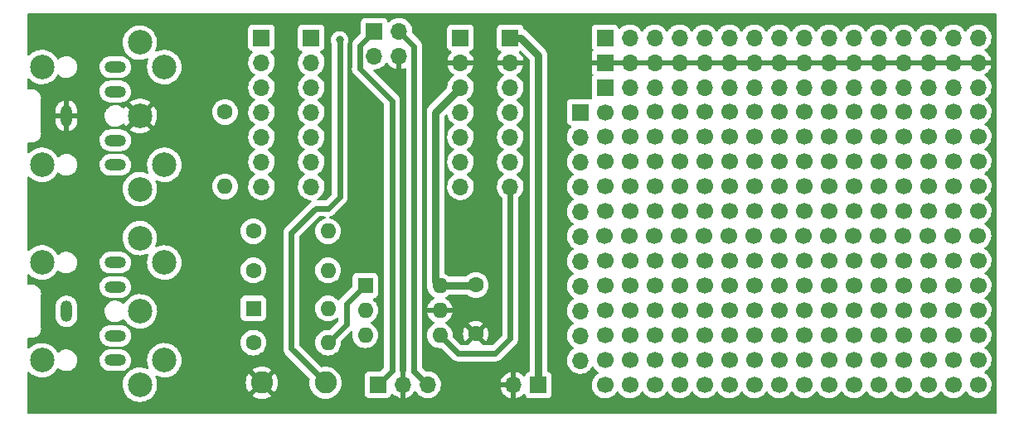
<source format=gbr>
%TF.GenerationSoftware,KiCad,Pcbnew,(6.0.5)*%
%TF.CreationDate,2023-03-15T21:31:39+00:00*%
%TF.ProjectId,XiaoMIDIInterface,5869616f-4d49-4444-9949-6e7465726661,rev?*%
%TF.SameCoordinates,Original*%
%TF.FileFunction,Copper,L2,Bot*%
%TF.FilePolarity,Positive*%
%FSLAX46Y46*%
G04 Gerber Fmt 4.6, Leading zero omitted, Abs format (unit mm)*
G04 Created by KiCad (PCBNEW (6.0.5)) date 2023-03-15 21:31:39*
%MOMM*%
%LPD*%
G01*
G04 APERTURE LIST*
%TA.AperFunction,ComponentPad*%
%ADD10C,1.700000*%
%TD*%
%TA.AperFunction,ComponentPad*%
%ADD11R,1.700000X1.700000*%
%TD*%
%TA.AperFunction,ComponentPad*%
%ADD12O,1.700000X1.700000*%
%TD*%
%TA.AperFunction,ComponentPad*%
%ADD13R,1.600000X1.600000*%
%TD*%
%TA.AperFunction,ComponentPad*%
%ADD14O,1.600000X1.600000*%
%TD*%
%TA.AperFunction,WasherPad*%
%ADD15C,2.499360*%
%TD*%
%TA.AperFunction,ComponentPad*%
%ADD16C,2.499360*%
%TD*%
%TA.AperFunction,ComponentPad*%
%ADD17C,1.600000*%
%TD*%
%TA.AperFunction,ComponentPad*%
%ADD18O,2.200000X1.200000*%
%TD*%
%TA.AperFunction,ComponentPad*%
%ADD19O,1.200000X2.200000*%
%TD*%
%TA.AperFunction,ComponentPad*%
%ADD20C,2.250000*%
%TD*%
%TA.AperFunction,ViaPad*%
%ADD21C,0.800000*%
%TD*%
%TA.AperFunction,Conductor*%
%ADD22C,0.800000*%
%TD*%
%TA.AperFunction,Conductor*%
%ADD23C,0.600000*%
%TD*%
G04 APERTURE END LIST*
D10*
%TO.P,,1*%
%TO.N,N/C*%
X153020000Y-71348000D03*
%TD*%
%TO.P,,1*%
%TO.N,N/C*%
X127594600Y-66294000D03*
%TD*%
%TO.P,,1*%
%TO.N,N/C*%
X147940000Y-53568000D03*
%TD*%
%TO.P,,1*%
%TO.N,N/C*%
X153020000Y-81508000D03*
%TD*%
%TO.P,,1*%
%TO.N,N/C*%
X135240000Y-73914000D03*
%TD*%
D11*
%TO.P,J15,1,Pin_1*%
%TO.N,Net-(U2-Pad17)*%
X96800000Y-81500000D03*
D12*
%TO.P,J15,2,Pin_2*%
%TO.N,GND*%
X99340000Y-81500000D03*
%TO.P,J15,3,Pin_3*%
%TO.N,Net-(U2-Pad18)*%
X101880000Y-81500000D03*
%TD*%
D11*
%TO.P,J13,1,Pin_1*%
%TO.N,+5V*%
X105240000Y-46000000D03*
D12*
%TO.P,J13,2,Pin_2*%
%TO.N,GND*%
X105240000Y-48540000D03*
%TO.P,J13,3,Pin_3*%
%TO.N,+3V3*%
X105240000Y-51080000D03*
%TO.P,J13,4,Pin_4*%
%TO.N,Net-(J13-Pad4)*%
X105240000Y-53620000D03*
%TO.P,J13,5,Pin_5*%
%TO.N,Net-(J13-Pad5)*%
X105240000Y-56160000D03*
%TO.P,J13,6,Pin_6*%
%TO.N,Net-(J13-Pad6)*%
X105240000Y-58700000D03*
%TO.P,J13,7,Pin_7*%
%TO.N,/RX*%
X105240000Y-61240000D03*
%TD*%
D11*
%TO.P,J12,1,Pin_1*%
%TO.N,Net-(J12-Pad1)*%
X90000000Y-46000000D03*
D12*
%TO.P,J12,2,Pin_2*%
%TO.N,Net-(J12-Pad2)*%
X90000000Y-48540000D03*
%TO.P,J12,3,Pin_3*%
%TO.N,Net-(J12-Pad3)*%
X90000000Y-51080000D03*
%TO.P,J12,4,Pin_4*%
%TO.N,Net-(J12-Pad4)*%
X90000000Y-53620000D03*
%TO.P,J12,5,Pin_5*%
%TO.N,Net-(J12-Pad5)*%
X90000000Y-56160000D03*
%TO.P,J12,6,Pin_6*%
%TO.N,Net-(J12-Pad6)*%
X90000000Y-58700000D03*
%TO.P,J12,7,Pin_7*%
%TO.N,/TX*%
X90000000Y-61240000D03*
%TD*%
D10*
%TO.P,,1*%
%TO.N,N/C*%
X155560000Y-61188000D03*
%TD*%
%TO.P,,1*%
%TO.N,N/C*%
X147940000Y-78968000D03*
%TD*%
%TO.P,,1*%
%TO.N,N/C*%
X140320000Y-71348000D03*
%TD*%
%TO.P,,1*%
%TO.N,N/C*%
X130160000Y-71374000D03*
%TD*%
%TO.P,,1*%
%TO.N,N/C*%
X122540000Y-53620000D03*
%TD*%
%TO.P,,1*%
%TO.N,N/C*%
X150480000Y-56108000D03*
%TD*%
%TO.P,,1*%
%TO.N,N/C*%
X153020000Y-61188000D03*
%TD*%
%TO.P,,1*%
%TO.N,N/C*%
X145400000Y-56108000D03*
%TD*%
%TO.P,,1*%
%TO.N,N/C*%
X122514600Y-66294000D03*
%TD*%
%TO.P,,1*%
%TO.N,N/C*%
X120000000Y-61214000D03*
%TD*%
%TO.P,,1*%
%TO.N,N/C*%
X153020000Y-73888000D03*
%TD*%
%TO.P,,1*%
%TO.N,N/C*%
X150480000Y-78968000D03*
%TD*%
%TO.P,,1*%
%TO.N,N/C*%
X120000000Y-63754000D03*
%TD*%
%TO.P,,1*%
%TO.N,N/C*%
X122540000Y-81534000D03*
%TD*%
%TO.P,,1*%
%TO.N,N/C*%
X127620000Y-71374000D03*
%TD*%
%TO.P,,1*%
%TO.N,N/C*%
X122540000Y-56134000D03*
%TD*%
%TO.P,,1*%
%TO.N,N/C*%
X137780000Y-53594000D03*
%TD*%
D13*
%TO.P,U1,1*%
%TO.N,Net-(D1-Pad1)*%
X95514000Y-71364000D03*
D14*
%TO.P,U1,2*%
%TO.N,Net-(D1-Pad2)*%
X95514000Y-73904000D03*
%TO.P,U1,3*%
%TO.N,unconnected-(U1-Pad3)*%
X95514000Y-76444000D03*
%TO.P,U1,4*%
%TO.N,/RX*%
X103134000Y-76444000D03*
%TO.P,U1,5*%
%TO.N,GND*%
X103134000Y-73904000D03*
%TO.P,U1,6*%
%TO.N,+3V3*%
X103134000Y-71364000D03*
%TD*%
D10*
%TO.P,,1*%
%TO.N,N/C*%
X135240000Y-63754000D03*
%TD*%
%TO.P,,1*%
%TO.N,N/C*%
X137780000Y-63754000D03*
%TD*%
%TO.P,,1*%
%TO.N,N/C*%
X158100000Y-68808000D03*
%TD*%
%TO.P,,1*%
%TO.N,N/C*%
X147940000Y-73888000D03*
%TD*%
D15*
%TO.P,J1,*%
%TO.N,*%
X62502300Y-68998740D03*
X62502300Y-79001260D03*
D16*
%TO.P,J1,1*%
%TO.N,unconnected-(J1-Pad1)*%
X72497200Y-81498080D03*
%TO.P,J1,2*%
%TO.N,unconnected-(J1-Pad2)*%
X72499740Y-74000000D03*
%TO.P,J1,3*%
%TO.N,unconnected-(J1-Pad3)*%
X72497200Y-66501920D03*
%TO.P,J1,4*%
%TO.N,Net-(J1-Pad4)*%
X74999100Y-78996180D03*
%TO.P,J1,5*%
%TO.N,Net-(D1-Pad2)*%
X74999100Y-69003820D03*
%TD*%
D10*
%TO.P,,1*%
%TO.N,N/C*%
X150480000Y-68808000D03*
%TD*%
%TO.P,,1*%
%TO.N,N/C*%
X145400000Y-63728000D03*
%TD*%
%TO.P,,1*%
%TO.N,N/C*%
X130160000Y-53594000D03*
%TD*%
%TO.P,,1*%
%TO.N,N/C*%
X127620000Y-58674000D03*
%TD*%
%TO.P,,1*%
%TO.N,N/C*%
X137780000Y-56134000D03*
%TD*%
%TO.P,,1*%
%TO.N,N/C*%
X153020000Y-76428000D03*
%TD*%
%TO.P,,1*%
%TO.N,N/C*%
X142860000Y-81508000D03*
%TD*%
%TO.P,,1*%
%TO.N,N/C*%
X147940000Y-71348000D03*
%TD*%
%TO.P,,1*%
%TO.N,N/C*%
X142860000Y-58648000D03*
%TD*%
%TO.P,,1*%
%TO.N,N/C*%
X130160000Y-56134000D03*
%TD*%
%TO.P,,1*%
%TO.N,N/C*%
X140320000Y-76428000D03*
%TD*%
%TO.P,,1*%
%TO.N,N/C*%
X120000000Y-68834000D03*
%TD*%
%TO.P,,1*%
%TO.N,N/C*%
X140320000Y-63728000D03*
%TD*%
%TO.P,,1*%
%TO.N,N/C*%
X142860000Y-53594000D03*
%TD*%
%TO.P,,1*%
%TO.N,N/C*%
X127620000Y-61214000D03*
%TD*%
%TO.P,,1*%
%TO.N,N/C*%
X122540000Y-71374000D03*
%TD*%
%TO.P,,1*%
%TO.N,N/C*%
X125080000Y-71374000D03*
%TD*%
D17*
%TO.P,R1,1*%
%TO.N,Net-(J1-Pad4)*%
X84100000Y-77200000D03*
D14*
%TO.P,R1,2*%
%TO.N,Net-(D1-Pad1)*%
X91720000Y-77200000D03*
%TD*%
D10*
%TO.P,,1*%
%TO.N,N/C*%
X132700000Y-71374000D03*
%TD*%
%TO.P,,1*%
%TO.N,N/C*%
X125080000Y-68834000D03*
%TD*%
D11*
%TO.P,J11,1,Pin_1*%
%TO.N,+5V*%
X113200000Y-81534000D03*
D12*
%TO.P,J11,2,Pin_2*%
%TO.N,GND*%
X110660000Y-81530000D03*
%TD*%
D10*
%TO.P,,1*%
%TO.N,N/C*%
X135240000Y-78994000D03*
%TD*%
%TO.P,,1*%
%TO.N,N/C*%
X155560000Y-81508000D03*
%TD*%
%TO.P,,1*%
%TO.N,N/C*%
X135240000Y-68834000D03*
%TD*%
%TO.P,,1*%
%TO.N,N/C*%
X127620000Y-76454000D03*
%TD*%
%TO.P,,1*%
%TO.N,N/C*%
X158100000Y-56108000D03*
%TD*%
%TO.P,,1*%
%TO.N,N/C*%
X132700000Y-53594000D03*
%TD*%
%TO.P,,1*%
%TO.N,N/C*%
X147940000Y-58648000D03*
%TD*%
%TO.P,,1*%
%TO.N,N/C*%
X120000000Y-78994000D03*
%TD*%
%TO.P,,1*%
%TO.N,N/C*%
X135240000Y-71374000D03*
%TD*%
%TO.P,,1*%
%TO.N,N/C*%
X137754600Y-66294000D03*
%TD*%
%TO.P,,1*%
%TO.N,N/C*%
X153020000Y-58648000D03*
%TD*%
%TO.P,,1*%
%TO.N,N/C*%
X158100000Y-81508000D03*
%TD*%
%TO.P,,1*%
%TO.N,N/C*%
X137780000Y-81534000D03*
%TD*%
%TO.P,,1*%
%TO.N,N/C*%
X135240000Y-81534000D03*
%TD*%
%TO.P,,1*%
%TO.N,N/C*%
X122540000Y-78994000D03*
%TD*%
%TO.P,,1*%
%TO.N,N/C*%
X135214600Y-66294000D03*
%TD*%
%TO.P,,1*%
%TO.N,N/C*%
X155534600Y-66268000D03*
%TD*%
%TO.P,,1*%
%TO.N,N/C*%
X125080000Y-58674000D03*
%TD*%
%TO.P,,1*%
%TO.N,N/C*%
X140320000Y-81508000D03*
%TD*%
%TO.P,,1*%
%TO.N,N/C*%
X150480000Y-61188000D03*
%TD*%
%TO.P,,1*%
%TO.N,N/C*%
X122540000Y-73914000D03*
%TD*%
%TO.P,,1*%
%TO.N,N/C*%
X155560000Y-76428000D03*
%TD*%
%TO.P,,1*%
%TO.N,N/C*%
X132700000Y-78994000D03*
%TD*%
%TO.P,,1*%
%TO.N,N/C*%
X130160000Y-73914000D03*
%TD*%
%TO.P,,1*%
%TO.N,N/C*%
X132674600Y-66294000D03*
%TD*%
%TO.P,,1*%
%TO.N,N/C*%
X150480000Y-71348000D03*
%TD*%
%TO.P,,1*%
%TO.N,N/C*%
X145374600Y-66268000D03*
%TD*%
%TO.P,,1*%
%TO.N,N/C*%
X132700000Y-81534000D03*
%TD*%
%TO.P,,1*%
%TO.N,N/C*%
X150480000Y-73888000D03*
%TD*%
D18*
%TO.P,J6,R*%
%TO.N,Net-(J1-Pad4)*%
X70000000Y-69000000D03*
%TO.P,J6,RN*%
%TO.N,N/C*%
X70000000Y-71500000D03*
D19*
%TO.P,J6,S*%
%TO.N,unconnected-(J6-PadS)*%
X65000000Y-74000000D03*
D18*
%TO.P,J6,T*%
%TO.N,Net-(D1-Pad2)*%
X70000000Y-79000000D03*
%TO.P,J6,TN*%
%TO.N,N/C*%
X70000000Y-76500000D03*
%TD*%
D10*
%TO.P,,1*%
%TO.N,N/C*%
X120000000Y-58674000D03*
%TD*%
%TO.P,,1*%
%TO.N,N/C*%
X132700000Y-56134000D03*
%TD*%
%TO.P,,1*%
%TO.N,N/C*%
X145400000Y-73888000D03*
%TD*%
%TO.P,,1*%
%TO.N,N/C*%
X158100000Y-63728000D03*
%TD*%
%TO.P,,1*%
%TO.N,N/C*%
X145400000Y-53568000D03*
%TD*%
%TO.P,,1*%
%TO.N,N/C*%
X155560000Y-56108000D03*
%TD*%
D11*
%TO.P,J4,1,Pin_1*%
%TO.N,+5V*%
X110320000Y-46000000D03*
D12*
%TO.P,J4,2,Pin_2*%
%TO.N,GND*%
X110320000Y-48540000D03*
%TO.P,J4,3,Pin_3*%
%TO.N,+3V3*%
X110320000Y-51080000D03*
%TO.P,J4,4,Pin_4*%
%TO.N,Net-(J13-Pad4)*%
X110320000Y-53620000D03*
%TO.P,J4,5,Pin_5*%
%TO.N,Net-(J13-Pad5)*%
X110320000Y-56160000D03*
%TO.P,J4,6,Pin_6*%
%TO.N,Net-(J13-Pad6)*%
X110320000Y-58700000D03*
%TO.P,J4,7,Pin_7*%
%TO.N,/RX*%
X110320000Y-61240000D03*
%TD*%
D10*
%TO.P,,1*%
%TO.N,N/C*%
X147940000Y-68808000D03*
%TD*%
%TO.P,,1*%
%TO.N,N/C*%
X122540000Y-76454000D03*
%TD*%
%TO.P,,1*%
%TO.N,N/C*%
X130134600Y-66294000D03*
%TD*%
%TO.P,,1*%
%TO.N,N/C*%
X140320000Y-58648000D03*
%TD*%
%TO.P,,1*%
%TO.N,N/C*%
X142860000Y-76428000D03*
%TD*%
%TO.P,,1*%
%TO.N,N/C*%
X142860000Y-68808000D03*
%TD*%
D11*
%TO.P,J8,1,Pin_1*%
%TO.N,+5V*%
X120000000Y-46000000D03*
D12*
%TO.P,J8,2,Pin_2*%
X122540000Y-46000000D03*
%TO.P,J8,3,Pin_3*%
X125080000Y-46000000D03*
%TO.P,J8,4,Pin_4*%
X127620000Y-46000000D03*
%TO.P,J8,5,Pin_5*%
X130160000Y-46000000D03*
%TO.P,J8,6,Pin_6*%
X132700000Y-46000000D03*
%TO.P,J8,7,Pin_7*%
X135240000Y-46000000D03*
%TO.P,J8,8,Pin_8*%
X137780000Y-46000000D03*
%TO.P,J8,9,Pin_9*%
X140320000Y-46000000D03*
%TO.P,J8,10,Pin_10*%
X142860000Y-46000000D03*
%TO.P,J8,11,Pin_11*%
X145400000Y-46000000D03*
%TO.P,J8,12,Pin_12*%
X147940000Y-46000000D03*
%TO.P,J8,13,Pin_13*%
X150480000Y-46000000D03*
%TO.P,J8,14,Pin_14*%
X153020000Y-46000000D03*
%TO.P,J8,15,Pin_15*%
X155560000Y-46000000D03*
%TO.P,J8,16,Pin_16*%
X158100000Y-46000000D03*
%TD*%
D10*
%TO.P,,1*%
%TO.N,N/C*%
X127620000Y-73914000D03*
%TD*%
D11*
%TO.P,J3,1,Pin_1*%
%TO.N,Net-(J12-Pad1)*%
X84920000Y-46000000D03*
D12*
%TO.P,J3,2,Pin_2*%
%TO.N,Net-(J12-Pad2)*%
X84920000Y-48540000D03*
%TO.P,J3,3,Pin_3*%
%TO.N,Net-(J12-Pad3)*%
X84920000Y-51080000D03*
%TO.P,J3,4,Pin_4*%
%TO.N,Net-(J12-Pad4)*%
X84920000Y-53620000D03*
%TO.P,J3,5,Pin_5*%
%TO.N,Net-(J12-Pad5)*%
X84920000Y-56160000D03*
%TO.P,J3,6,Pin_6*%
%TO.N,Net-(J12-Pad6)*%
X84920000Y-58700000D03*
%TO.P,J3,7,Pin_7*%
%TO.N,/TX*%
X84920000Y-61240000D03*
%TD*%
D10*
%TO.P,,1*%
%TO.N,N/C*%
X145400000Y-76428000D03*
%TD*%
%TO.P,,1*%
%TO.N,N/C*%
X142860000Y-63728000D03*
%TD*%
D20*
%TO.P,SW1,1,A*%
%TO.N,Net-(U2-Pad19)*%
X91450000Y-81300000D03*
%TO.P,SW1,2,B*%
%TO.N,GND*%
X84950000Y-81300000D03*
%TD*%
D17*
%TO.P,C1,1*%
%TO.N,+3V3*%
X106800000Y-71300000D03*
%TO.P,C1,2*%
%TO.N,GND*%
X106800000Y-76300000D03*
%TD*%
D10*
%TO.P,,1*%
%TO.N,N/C*%
X137780000Y-73914000D03*
%TD*%
%TO.P,,1*%
%TO.N,N/C*%
X140320000Y-68808000D03*
%TD*%
%TO.P,,1*%
%TO.N,N/C*%
X120000000Y-73914000D03*
%TD*%
%TO.P,,1*%
%TO.N,N/C*%
X145400000Y-71348000D03*
%TD*%
%TO.P,,1*%
%TO.N,N/C*%
X127620000Y-78994000D03*
%TD*%
%TO.P,,1*%
%TO.N,N/C*%
X125080000Y-78994000D03*
%TD*%
%TO.P,,1*%
%TO.N,N/C*%
X150480000Y-63728000D03*
%TD*%
%TO.P,,1*%
%TO.N,N/C*%
X132700000Y-61214000D03*
%TD*%
%TO.P,,1*%
%TO.N,N/C*%
X155560000Y-71348000D03*
%TD*%
%TO.P,,1*%
%TO.N,N/C*%
X145400000Y-68808000D03*
%TD*%
%TO.P,,1*%
%TO.N,N/C*%
X155560000Y-53568000D03*
%TD*%
%TO.P,,1*%
%TO.N,N/C*%
X158100000Y-58648000D03*
%TD*%
%TO.P,,1*%
%TO.N,N/C*%
X158100000Y-71348000D03*
%TD*%
D11*
%TO.P,J14,1,Pin_1*%
%TO.N,Net-(U2-Pad17)*%
X96425000Y-45325000D03*
D12*
%TO.P,J14,2,Pin_2*%
%TO.N,Net-(U2-Pad18)*%
X98965000Y-45325000D03*
%TO.P,J14,3,Pin_3*%
%TO.N,Net-(U2-Pad19)*%
X96425000Y-47865000D03*
%TO.P,J14,4,Pin_4*%
%TO.N,GND*%
X98965000Y-47865000D03*
%TD*%
D10*
%TO.P,,1*%
%TO.N,N/C*%
X130160000Y-61214000D03*
%TD*%
D17*
%TO.P,R4,1*%
%TO.N,Net-(J2-Pad5)*%
X81200000Y-53600000D03*
D14*
%TO.P,R4,2*%
%TO.N,/TX*%
X81200000Y-61220000D03*
%TD*%
D10*
%TO.P,,1*%
%TO.N,N/C*%
X155560000Y-63728000D03*
%TD*%
D13*
%TO.P,D1,1,K*%
%TO.N,Net-(D1-Pad1)*%
X84090000Y-73700000D03*
D14*
%TO.P,D1,2,A*%
%TO.N,Net-(D1-Pad2)*%
X91710000Y-73700000D03*
%TD*%
D10*
%TO.P,,1*%
%TO.N,N/C*%
X147940000Y-61188000D03*
%TD*%
%TO.P,,1*%
%TO.N,N/C*%
X140320000Y-56108000D03*
%TD*%
%TO.P,,1*%
%TO.N,N/C*%
X120000000Y-53620000D03*
%TD*%
%TO.P,,1*%
%TO.N,N/C*%
X158100000Y-73888000D03*
%TD*%
%TO.P,,1*%
%TO.N,N/C*%
X119974600Y-66294000D03*
%TD*%
%TO.P,,1*%
%TO.N,N/C*%
X145400000Y-78968000D03*
%TD*%
%TO.P,,1*%
%TO.N,N/C*%
X125054600Y-66294000D03*
%TD*%
%TO.P,,1*%
%TO.N,N/C*%
X147940000Y-63728000D03*
%TD*%
%TO.P,,1*%
%TO.N,N/C*%
X132700000Y-68834000D03*
%TD*%
D11*
%TO.P,J9,1,Pin_1*%
%TO.N,+3V3*%
X120000000Y-51080000D03*
D12*
%TO.P,J9,2,Pin_2*%
X122540000Y-51080000D03*
%TO.P,J9,3,Pin_3*%
X125080000Y-51080000D03*
%TO.P,J9,4,Pin_4*%
X127620000Y-51080000D03*
%TO.P,J9,5,Pin_5*%
X130160000Y-51080000D03*
%TO.P,J9,6,Pin_6*%
X132700000Y-51080000D03*
%TO.P,J9,7,Pin_7*%
X135240000Y-51080000D03*
%TO.P,J9,8,Pin_8*%
X137780000Y-51080000D03*
%TO.P,J9,9,Pin_9*%
X140320000Y-51080000D03*
%TO.P,J9,10,Pin_10*%
X142860000Y-51080000D03*
%TO.P,J9,11,Pin_11*%
X145400000Y-51080000D03*
%TO.P,J9,12,Pin_12*%
X147940000Y-51080000D03*
%TO.P,J9,13,Pin_13*%
X150480000Y-51080000D03*
%TO.P,J9,14,Pin_14*%
X153020000Y-51080000D03*
%TO.P,J9,15,Pin_15*%
X155560000Y-51080000D03*
%TO.P,J9,16,Pin_16*%
X158100000Y-51080000D03*
%TD*%
D10*
%TO.P,,1*%
%TO.N,N/C*%
X142860000Y-78968000D03*
%TD*%
%TO.P,,1*%
%TO.N,N/C*%
X150480000Y-53568000D03*
%TD*%
%TO.P,,1*%
%TO.N,N/C*%
X150480000Y-76428000D03*
%TD*%
%TO.P,,1*%
%TO.N,N/C*%
X122540000Y-63754000D03*
%TD*%
%TO.P,,1*%
%TO.N,N/C*%
X147940000Y-81508000D03*
%TD*%
%TO.P,,1*%
%TO.N,N/C*%
X137780000Y-76454000D03*
%TD*%
%TO.P,,1*%
%TO.N,N/C*%
X153020000Y-53568000D03*
%TD*%
%TO.P,,1*%
%TO.N,N/C*%
X147914600Y-66268000D03*
%TD*%
%TO.P,,1*%
%TO.N,N/C*%
X150480000Y-81508000D03*
%TD*%
%TO.P,,1*%
%TO.N,N/C*%
X120000000Y-76454000D03*
%TD*%
%TO.P,,1*%
%TO.N,N/C*%
X155560000Y-78968000D03*
%TD*%
%TO.P,,1*%
%TO.N,N/C*%
X155560000Y-73888000D03*
%TD*%
D17*
%TO.P,R2,1*%
%TO.N,+3V3*%
X84100000Y-69800000D03*
D14*
%TO.P,R2,2*%
%TO.N,/RX*%
X91720000Y-69800000D03*
%TD*%
D10*
%TO.P,,1*%
%TO.N,N/C*%
X158100000Y-53568000D03*
%TD*%
%TO.P,,1*%
%TO.N,N/C*%
X155560000Y-68808000D03*
%TD*%
%TO.P,,1*%
%TO.N,N/C*%
X137780000Y-68834000D03*
%TD*%
%TO.P,,1*%
%TO.N,N/C*%
X132700000Y-73914000D03*
%TD*%
%TO.P,,1*%
%TO.N,N/C*%
X137780000Y-71374000D03*
%TD*%
%TO.P,,1*%
%TO.N,N/C*%
X140320000Y-73888000D03*
%TD*%
%TO.P,,1*%
%TO.N,N/C*%
X147940000Y-56108000D03*
%TD*%
%TO.P,,1*%
%TO.N,N/C*%
X150454600Y-66268000D03*
%TD*%
%TO.P,,1*%
%TO.N,N/C*%
X132700000Y-76454000D03*
%TD*%
%TO.P,,1*%
%TO.N,N/C*%
X142860000Y-61188000D03*
%TD*%
D18*
%TO.P,J5,R*%
%TO.N,Net-(J2-Pad4)*%
X70000000Y-49000000D03*
%TO.P,J5,RN*%
%TO.N,N/C*%
X70000000Y-51500000D03*
D19*
%TO.P,J5,S*%
%TO.N,GND*%
X65000000Y-54000000D03*
D18*
%TO.P,J5,T*%
%TO.N,Net-(J2-Pad5)*%
X70000000Y-59000000D03*
%TO.P,J5,TN*%
%TO.N,N/C*%
X70000000Y-56500000D03*
%TD*%
D10*
%TO.P,,1*%
%TO.N,N/C*%
X125080000Y-61214000D03*
%TD*%
%TO.P,,1*%
%TO.N,N/C*%
X158100000Y-76428000D03*
%TD*%
%TO.P,,1*%
%TO.N,N/C*%
X140320000Y-61188000D03*
%TD*%
%TO.P,,1*%
%TO.N,N/C*%
X127620000Y-56134000D03*
%TD*%
%TO.P,,1*%
%TO.N,N/C*%
X153020000Y-63728000D03*
%TD*%
%TO.P,,1*%
%TO.N,N/C*%
X130160000Y-81534000D03*
%TD*%
%TO.P,,1*%
%TO.N,N/C*%
X137780000Y-58674000D03*
%TD*%
%TO.P,,1*%
%TO.N,N/C*%
X135240000Y-56134000D03*
%TD*%
%TO.P,,1*%
%TO.N,N/C*%
X158100000Y-78968000D03*
%TD*%
%TO.P,,1*%
%TO.N,N/C*%
X130160000Y-76454000D03*
%TD*%
%TO.P,,1*%
%TO.N,N/C*%
X137780000Y-61214000D03*
%TD*%
D17*
%TO.P,R3,1*%
%TO.N,Net-(J2-Pad4)*%
X84090000Y-65800000D03*
D14*
%TO.P,R3,2*%
%TO.N,+3V3*%
X91710000Y-65800000D03*
%TD*%
D10*
%TO.P,,1*%
%TO.N,N/C*%
X130160000Y-63754000D03*
%TD*%
D11*
%TO.P,J7,1,Pin_1*%
%TO.N,Net-(J13-Pad4)*%
X117460000Y-53620000D03*
D12*
%TO.P,J7,2,Pin_2*%
%TO.N,Net-(J13-Pad5)*%
X117460000Y-56160000D03*
%TO.P,J7,3,Pin_3*%
%TO.N,Net-(J13-Pad6)*%
X117460000Y-58700000D03*
%TO.P,J7,4,Pin_4*%
%TO.N,/RX*%
X117460000Y-61240000D03*
%TO.P,J7,5,Pin_5*%
%TO.N,Net-(J12-Pad1)*%
X117460000Y-63780000D03*
%TO.P,J7,6,Pin_6*%
%TO.N,Net-(J12-Pad2)*%
X117460000Y-66320000D03*
%TO.P,J7,7,Pin_7*%
%TO.N,Net-(J12-Pad3)*%
X117460000Y-68860000D03*
%TO.P,J7,8,Pin_8*%
%TO.N,Net-(J12-Pad4)*%
X117460000Y-71400000D03*
%TO.P,J7,9,Pin_9*%
%TO.N,Net-(J12-Pad5)*%
X117460000Y-73940000D03*
%TO.P,J7,10,Pin_10*%
%TO.N,Net-(J12-Pad6)*%
X117460000Y-76480000D03*
%TO.P,J7,11,Pin_11*%
%TO.N,/TX*%
X117460000Y-79020000D03*
%TD*%
D10*
%TO.P,,1*%
%TO.N,N/C*%
X153020000Y-56108000D03*
%TD*%
%TO.P,,1*%
%TO.N,N/C*%
X125080000Y-73914000D03*
%TD*%
%TO.P,,1*%
%TO.N,N/C*%
X127620000Y-68834000D03*
%TD*%
%TO.P,,1*%
%TO.N,N/C*%
X142834600Y-66268000D03*
%TD*%
%TO.P,,1*%
%TO.N,N/C*%
X153020000Y-68808000D03*
%TD*%
%TO.P,,1*%
%TO.N,N/C*%
X120000000Y-81534000D03*
%TD*%
%TO.P,,1*%
%TO.N,N/C*%
X158100000Y-61188000D03*
%TD*%
%TO.P,,1*%
%TO.N,N/C*%
X125080000Y-81534000D03*
%TD*%
%TO.P,,1*%
%TO.N,N/C*%
X120000000Y-71374000D03*
%TD*%
%TO.P,,1*%
%TO.N,N/C*%
X127620000Y-81534000D03*
%TD*%
%TO.P,,1*%
%TO.N,N/C*%
X135240000Y-61214000D03*
%TD*%
%TO.P,,1*%
%TO.N,N/C*%
X130160000Y-78994000D03*
%TD*%
%TO.P,,1*%
%TO.N,N/C*%
X140294600Y-66268000D03*
%TD*%
%TO.P,,1*%
%TO.N,N/C*%
X125080000Y-56134000D03*
%TD*%
%TO.P,,1*%
%TO.N,N/C*%
X147940000Y-76428000D03*
%TD*%
%TO.P,,1*%
%TO.N,N/C*%
X127620000Y-53594000D03*
%TD*%
%TO.P,,1*%
%TO.N,N/C*%
X122540000Y-68834000D03*
%TD*%
%TO.P,,1*%
%TO.N,N/C*%
X125080000Y-63754000D03*
%TD*%
%TO.P,,1*%
%TO.N,N/C*%
X130160000Y-68834000D03*
%TD*%
%TO.P,,1*%
%TO.N,N/C*%
X145400000Y-61188000D03*
%TD*%
%TO.P,,1*%
%TO.N,N/C*%
X142860000Y-56108000D03*
%TD*%
%TO.P,,1*%
%TO.N,N/C*%
X142860000Y-71348000D03*
%TD*%
%TO.P,,1*%
%TO.N,N/C*%
X150480000Y-58648000D03*
%TD*%
%TO.P,,1*%
%TO.N,N/C*%
X120000000Y-56134000D03*
%TD*%
%TO.P,,1*%
%TO.N,N/C*%
X127620000Y-63754000D03*
%TD*%
D15*
%TO.P,J2,*%
%TO.N,*%
X62502300Y-48998740D03*
X62502300Y-59001260D03*
D16*
%TO.P,J2,1*%
%TO.N,unconnected-(J2-Pad1)*%
X72497200Y-61498080D03*
%TO.P,J2,2*%
%TO.N,GND*%
X72499740Y-54000000D03*
%TO.P,J2,3*%
%TO.N,unconnected-(J2-Pad3)*%
X72497200Y-46501920D03*
%TO.P,J2,4*%
%TO.N,Net-(J2-Pad4)*%
X74999100Y-58996180D03*
%TO.P,J2,5*%
%TO.N,Net-(J2-Pad5)*%
X74999100Y-49003820D03*
%TD*%
D10*
%TO.P,,1*%
%TO.N,N/C*%
X135240000Y-53594000D03*
%TD*%
%TO.P,,1*%
%TO.N,N/C*%
X140320000Y-53594000D03*
%TD*%
%TO.P,,1*%
%TO.N,N/C*%
X132700000Y-63754000D03*
%TD*%
%TO.P,,1*%
%TO.N,N/C*%
X130160000Y-58674000D03*
%TD*%
%TO.P,,1*%
%TO.N,N/C*%
X155560000Y-58648000D03*
%TD*%
%TO.P,,1*%
%TO.N,N/C*%
X140320000Y-78968000D03*
%TD*%
%TO.P,,1*%
%TO.N,N/C*%
X125080000Y-53594000D03*
%TD*%
%TO.P,,1*%
%TO.N,N/C*%
X137780000Y-78994000D03*
%TD*%
%TO.P,,1*%
%TO.N,N/C*%
X145400000Y-81508000D03*
%TD*%
%TO.P,,1*%
%TO.N,N/C*%
X153020000Y-78968000D03*
%TD*%
%TO.P,,1*%
%TO.N,N/C*%
X122540000Y-61214000D03*
%TD*%
%TO.P,,1*%
%TO.N,N/C*%
X158074600Y-66268000D03*
%TD*%
%TO.P,,1*%
%TO.N,N/C*%
X132700000Y-58674000D03*
%TD*%
%TO.P,,1*%
%TO.N,N/C*%
X125080000Y-76454000D03*
%TD*%
%TO.P,,1*%
%TO.N,N/C*%
X145400000Y-58648000D03*
%TD*%
%TO.P,,1*%
%TO.N,N/C*%
X142860000Y-73888000D03*
%TD*%
D11*
%TO.P,J10,1,Pin_1*%
%TO.N,GND*%
X120000000Y-48540000D03*
D12*
%TO.P,J10,2,Pin_2*%
X122540000Y-48540000D03*
%TO.P,J10,3,Pin_3*%
X125080000Y-48540000D03*
%TO.P,J10,4,Pin_4*%
X127620000Y-48540000D03*
%TO.P,J10,5,Pin_5*%
X130160000Y-48540000D03*
%TO.P,J10,6,Pin_6*%
X132700000Y-48540000D03*
%TO.P,J10,7,Pin_7*%
X135240000Y-48540000D03*
%TO.P,J10,8,Pin_8*%
X137780000Y-48540000D03*
%TO.P,J10,9,Pin_9*%
X140320000Y-48540000D03*
%TO.P,J10,10,Pin_10*%
X142860000Y-48540000D03*
%TO.P,J10,11,Pin_11*%
X145400000Y-48540000D03*
%TO.P,J10,12,Pin_12*%
X147940000Y-48540000D03*
%TO.P,J10,13,Pin_13*%
X150480000Y-48540000D03*
%TO.P,J10,14,Pin_14*%
X153020000Y-48540000D03*
%TO.P,J10,15,Pin_15*%
X155560000Y-48540000D03*
%TO.P,J10,16,Pin_16*%
X158100000Y-48540000D03*
%TD*%
D10*
%TO.P,,1*%
%TO.N,N/C*%
X135240000Y-58674000D03*
%TD*%
%TO.P,,1*%
%TO.N,N/C*%
X135240000Y-76454000D03*
%TD*%
%TO.P,,1*%
%TO.N,N/C*%
X122540000Y-58674000D03*
%TD*%
%TO.P,,1*%
%TO.N,N/C*%
X152994600Y-66268000D03*
%TD*%
D21*
%TO.N,Net-(U2-Pad19)*%
X92900000Y-46250000D03*
%TD*%
D22*
%TO.N,+3V3*%
X103134000Y-71364000D02*
X106336000Y-71364000D01*
X102700000Y-70930000D02*
X103134000Y-71364000D01*
X106336000Y-71364000D02*
X106800000Y-70900000D01*
X105240000Y-51080000D02*
X102700000Y-53620000D01*
X102700000Y-53620000D02*
X102700000Y-70930000D01*
D23*
%TO.N,Net-(D1-Pad1)*%
X93600000Y-73200000D02*
X93600000Y-75320000D01*
X95436000Y-71364000D02*
X93600000Y-73200000D01*
X95514000Y-71364000D02*
X95436000Y-71364000D01*
X93600000Y-75320000D02*
X91720000Y-77200000D01*
D22*
%TO.N,+5V*%
X113200000Y-47800000D02*
X111400000Y-46000000D01*
X113200000Y-81534000D02*
X113200000Y-47800000D01*
X111400000Y-46000000D02*
X110320000Y-46000000D01*
D23*
%TO.N,/RX*%
X103134000Y-76444000D02*
X104990000Y-78300000D01*
X104990000Y-78300000D02*
X108800000Y-78300000D01*
X110320000Y-76780000D02*
X110320000Y-61240000D01*
X108800000Y-78300000D02*
X110320000Y-76780000D01*
%TO.N,Net-(U2-Pad17)*%
X94975000Y-49150000D02*
X94962500Y-49162500D01*
X98237500Y-80062500D02*
X96800000Y-81500000D01*
X94962500Y-49162500D02*
X98237500Y-52437500D01*
X96425000Y-45325000D02*
X94975000Y-46775000D01*
X94975000Y-46775000D02*
X94975000Y-49150000D01*
X98237500Y-52437500D02*
X98237500Y-80062500D01*
%TO.N,Net-(U2-Pad18)*%
X100500480Y-80120480D02*
X100500480Y-46860480D01*
X101880000Y-81500000D02*
X100500480Y-80120480D01*
X100500480Y-46860480D02*
X98965000Y-45325000D01*
%TO.N,Net-(U2-Pad19)*%
X92900000Y-62325000D02*
X92900000Y-46250000D01*
X91750000Y-63475000D02*
X92900000Y-62325000D01*
X90450000Y-63475000D02*
X91750000Y-63475000D01*
X87950000Y-77800000D02*
X87950000Y-65975000D01*
X91450000Y-81300000D02*
X87950000Y-77800000D01*
X87950000Y-65975000D02*
X90450000Y-63475000D01*
%TD*%
%TA.AperFunction,Conductor*%
%TO.N,GND*%
G36*
X159933621Y-43528502D02*
G01*
X159980114Y-43582158D01*
X159991500Y-43634500D01*
X159991500Y-84365500D01*
X159971498Y-84433621D01*
X159917842Y-84480114D01*
X159865500Y-84491500D01*
X61134500Y-84491500D01*
X61066379Y-84471498D01*
X61019886Y-84417842D01*
X61008500Y-84365500D01*
X61008500Y-81451927D01*
X70734694Y-81451927D01*
X70734918Y-81456593D01*
X70734918Y-81456598D01*
X70737165Y-81503365D01*
X70747232Y-81712949D01*
X70748144Y-81717534D01*
X70750304Y-81728393D01*
X70798214Y-81969251D01*
X70886519Y-82215201D01*
X70888736Y-82219327D01*
X71004710Y-82435165D01*
X71010208Y-82445398D01*
X71013003Y-82449142D01*
X71013005Y-82449144D01*
X71163772Y-82651046D01*
X71163777Y-82651052D01*
X71166564Y-82654784D01*
X71169873Y-82658064D01*
X71169878Y-82658070D01*
X71348835Y-82835471D01*
X71352152Y-82838759D01*
X71355914Y-82841517D01*
X71355917Y-82841520D01*
X71559120Y-82990515D01*
X71562894Y-82993282D01*
X71567037Y-82995462D01*
X71567039Y-82995463D01*
X71790012Y-83112775D01*
X71790017Y-83112777D01*
X71794162Y-83114958D01*
X71798585Y-83116503D01*
X71798586Y-83116503D01*
X72036457Y-83199571D01*
X72036463Y-83199573D01*
X72040874Y-83201113D01*
X72045467Y-83201985D01*
X72293021Y-83248985D01*
X72293024Y-83248985D01*
X72297610Y-83249856D01*
X72428171Y-83254986D01*
X72554064Y-83259933D01*
X72554070Y-83259933D01*
X72558732Y-83260116D01*
X72650746Y-83250039D01*
X72813848Y-83232177D01*
X72813854Y-83232176D01*
X72818501Y-83231667D01*
X73071212Y-83165133D01*
X73311314Y-83061978D01*
X73315294Y-83059515D01*
X73315298Y-83059513D01*
X73529557Y-82926925D01*
X73529561Y-82926922D01*
X73533530Y-82924466D01*
X73598383Y-82869564D01*
X73729414Y-82758638D01*
X73729415Y-82758637D01*
X73732980Y-82755619D01*
X73777463Y-82704896D01*
X73847994Y-82624471D01*
X83990884Y-82624471D01*
X83994570Y-82629740D01*
X84202121Y-82756927D01*
X84210915Y-82761408D01*
X84439242Y-82855984D01*
X84448627Y-82859033D01*
X84688940Y-82916728D01*
X84698687Y-82918271D01*
X84945070Y-82937662D01*
X84954930Y-82937662D01*
X85201313Y-82918271D01*
X85211060Y-82916728D01*
X85451373Y-82859033D01*
X85460758Y-82855984D01*
X85689085Y-82761408D01*
X85697879Y-82756927D01*
X85903928Y-82630660D01*
X85909190Y-82622599D01*
X85903183Y-82612393D01*
X84962812Y-81672022D01*
X84948868Y-81664408D01*
X84947035Y-81664539D01*
X84940420Y-81668790D01*
X83998276Y-82610934D01*
X83990884Y-82624471D01*
X73847994Y-82624471D01*
X73902200Y-82562661D01*
X73902203Y-82562656D01*
X73905282Y-82559146D01*
X73909769Y-82552171D01*
X74044123Y-82343293D01*
X74046651Y-82339363D01*
X74153981Y-82101099D01*
X74183381Y-81996857D01*
X74223645Y-81854092D01*
X74223646Y-81854089D01*
X74224915Y-81849588D01*
X74232741Y-81788069D01*
X74257496Y-81593485D01*
X74257496Y-81593479D01*
X74257894Y-81590354D01*
X74258395Y-81571240D01*
X74260050Y-81508000D01*
X74260310Y-81498080D01*
X74256534Y-81447273D01*
X74245957Y-81304930D01*
X83312338Y-81304930D01*
X83331729Y-81551313D01*
X83333272Y-81561060D01*
X83390967Y-81801373D01*
X83394016Y-81810758D01*
X83488592Y-82039085D01*
X83493073Y-82047879D01*
X83619340Y-82253928D01*
X83627401Y-82259190D01*
X83637607Y-82253183D01*
X84577978Y-81312812D01*
X84584356Y-81301132D01*
X85314408Y-81301132D01*
X85314539Y-81302965D01*
X85318790Y-81309580D01*
X86260934Y-82251724D01*
X86274471Y-82259116D01*
X86279740Y-82255430D01*
X86406927Y-82047879D01*
X86411408Y-82039085D01*
X86505984Y-81810758D01*
X86509033Y-81801373D01*
X86566728Y-81561060D01*
X86568271Y-81551313D01*
X86587662Y-81304930D01*
X86587662Y-81295070D01*
X86568271Y-81048687D01*
X86566728Y-81038940D01*
X86509033Y-80798627D01*
X86505984Y-80789242D01*
X86411408Y-80560915D01*
X86406927Y-80552121D01*
X86280660Y-80346072D01*
X86272599Y-80340810D01*
X86262393Y-80346817D01*
X85322022Y-81287188D01*
X85314408Y-81301132D01*
X84584356Y-81301132D01*
X84585592Y-81298868D01*
X84585461Y-81297035D01*
X84581210Y-81290420D01*
X83639066Y-80348276D01*
X83625529Y-80340884D01*
X83620260Y-80344570D01*
X83493073Y-80552121D01*
X83488592Y-80560915D01*
X83394016Y-80789242D01*
X83390967Y-80798627D01*
X83333272Y-81038940D01*
X83331729Y-81048687D01*
X83312338Y-81295070D01*
X83312338Y-81304930D01*
X74245957Y-81304930D01*
X74241290Y-81242128D01*
X74241289Y-81242124D01*
X74240944Y-81237476D01*
X74231690Y-81196577D01*
X74184301Y-80987154D01*
X74183270Y-80982597D01*
X74095728Y-80757482D01*
X74089681Y-80686745D01*
X74122837Y-80623966D01*
X74184671Y-80589079D01*
X74255550Y-80593160D01*
X74271818Y-80600303D01*
X74296062Y-80613058D01*
X74300485Y-80614603D01*
X74300486Y-80614603D01*
X74538357Y-80697671D01*
X74538363Y-80697673D01*
X74542774Y-80699213D01*
X74547367Y-80700085D01*
X74794921Y-80747085D01*
X74794924Y-80747085D01*
X74799510Y-80747956D01*
X74930071Y-80753086D01*
X75055964Y-80758033D01*
X75055970Y-80758033D01*
X75060632Y-80758216D01*
X75152646Y-80748139D01*
X75315748Y-80730277D01*
X75315754Y-80730276D01*
X75320401Y-80729767D01*
X75573112Y-80663233D01*
X75813214Y-80560078D01*
X75817194Y-80557615D01*
X75817198Y-80557613D01*
X76031457Y-80425025D01*
X76031461Y-80425022D01*
X76035430Y-80422566D01*
X76083640Y-80381753D01*
X76231314Y-80256738D01*
X76231315Y-80256737D01*
X76234880Y-80253719D01*
X76281611Y-80200432D01*
X76404100Y-80060761D01*
X76404103Y-80060756D01*
X76407182Y-80057246D01*
X76419452Y-80038171D01*
X76458540Y-79977401D01*
X83990810Y-79977401D01*
X83996817Y-79987607D01*
X84937188Y-80927978D01*
X84951132Y-80935592D01*
X84952965Y-80935461D01*
X84959580Y-80931210D01*
X85901724Y-79989066D01*
X85909116Y-79975529D01*
X85905430Y-79970260D01*
X85697879Y-79843073D01*
X85689085Y-79838592D01*
X85460758Y-79744016D01*
X85451373Y-79740967D01*
X85211060Y-79683272D01*
X85201313Y-79681729D01*
X84954930Y-79662338D01*
X84945070Y-79662338D01*
X84698687Y-79681729D01*
X84688940Y-79683272D01*
X84448627Y-79740967D01*
X84439242Y-79744016D01*
X84210915Y-79838592D01*
X84202121Y-79843073D01*
X83996072Y-79969340D01*
X83990810Y-79977401D01*
X76458540Y-79977401D01*
X76527792Y-79869736D01*
X76548551Y-79837463D01*
X76655881Y-79599199D01*
X76668322Y-79555087D01*
X76725545Y-79352192D01*
X76725546Y-79352189D01*
X76726815Y-79347688D01*
X76730419Y-79319357D01*
X76759396Y-79091585D01*
X76759396Y-79091579D01*
X76759794Y-79088454D01*
X76759954Y-79082367D01*
X76761692Y-79015973D01*
X76762210Y-78996180D01*
X76759127Y-78954698D01*
X76743190Y-78740228D01*
X76743189Y-78740224D01*
X76742844Y-78735576D01*
X76733590Y-78694677D01*
X76688077Y-78493543D01*
X76685170Y-78480697D01*
X76673376Y-78450368D01*
X76592150Y-78241495D01*
X76592149Y-78241493D01*
X76590457Y-78237142D01*
X76568165Y-78198138D01*
X76532808Y-78136277D01*
X76460784Y-78010261D01*
X76299001Y-77805040D01*
X76165768Y-77679707D01*
X76112062Y-77629185D01*
X76112059Y-77629183D01*
X76108661Y-77625986D01*
X76032631Y-77573242D01*
X75897782Y-77479694D01*
X75897781Y-77479693D01*
X75893946Y-77477033D01*
X75884087Y-77472171D01*
X75663761Y-77363518D01*
X75663758Y-77363517D01*
X75659573Y-77361453D01*
X75649811Y-77358328D01*
X75560833Y-77329846D01*
X75410690Y-77281785D01*
X75406083Y-77281035D01*
X75406080Y-77281034D01*
X75163332Y-77241500D01*
X75152765Y-77239779D01*
X75026080Y-77238121D01*
X74896142Y-77236420D01*
X74896139Y-77236420D01*
X74891465Y-77236359D01*
X74632529Y-77271598D01*
X74628039Y-77272907D01*
X74628033Y-77272908D01*
X74528698Y-77301862D01*
X74381646Y-77344724D01*
X74377399Y-77346682D01*
X74377396Y-77346683D01*
X74311347Y-77377132D01*
X74144327Y-77454129D01*
X74110839Y-77476085D01*
X73929700Y-77594845D01*
X73929695Y-77594848D01*
X73925787Y-77597411D01*
X73868088Y-77648909D01*
X73744334Y-77759364D01*
X73730825Y-77771421D01*
X73563725Y-77972337D01*
X73561302Y-77976330D01*
X73461740Y-78140403D01*
X73428157Y-78195745D01*
X73426348Y-78200059D01*
X73426346Y-78200063D01*
X73329104Y-78431961D01*
X73327101Y-78436737D01*
X73262776Y-78690019D01*
X73236594Y-78950027D01*
X73236818Y-78954693D01*
X73236818Y-78954698D01*
X73242233Y-79067421D01*
X73249132Y-79211049D01*
X73300114Y-79467351D01*
X73357972Y-79628499D01*
X73377084Y-79681729D01*
X73388419Y-79713301D01*
X73390636Y-79717427D01*
X73394985Y-79725521D01*
X73409608Y-79794995D01*
X73384350Y-79861347D01*
X73327228Y-79903509D01*
X73256380Y-79908096D01*
X73228265Y-79898165D01*
X73161861Y-79865418D01*
X73161858Y-79865417D01*
X73157673Y-79863353D01*
X73151407Y-79861347D01*
X73030026Y-79822493D01*
X72908790Y-79783685D01*
X72904183Y-79782935D01*
X72904180Y-79782934D01*
X72700712Y-79749797D01*
X72650865Y-79741679D01*
X72524180Y-79740021D01*
X72394242Y-79738320D01*
X72394239Y-79738320D01*
X72389565Y-79738259D01*
X72130629Y-79773498D01*
X72126139Y-79774807D01*
X72126133Y-79774808D01*
X72056876Y-79794995D01*
X71879746Y-79846624D01*
X71875499Y-79848582D01*
X71875496Y-79848583D01*
X71813569Y-79877132D01*
X71642427Y-79956029D01*
X71609526Y-79977600D01*
X71427800Y-80096745D01*
X71427795Y-80096748D01*
X71423887Y-80099311D01*
X71346819Y-80168097D01*
X71240294Y-80263174D01*
X71228925Y-80273321D01*
X71061825Y-80474237D01*
X71059402Y-80478230D01*
X70941542Y-80672457D01*
X70926257Y-80697645D01*
X70924448Y-80701959D01*
X70924446Y-80701963D01*
X70856566Y-80863840D01*
X70825201Y-80938637D01*
X70760876Y-81191919D01*
X70734694Y-81451927D01*
X61008500Y-81451927D01*
X61008500Y-80298541D01*
X61028502Y-80230420D01*
X61082158Y-80183927D01*
X61152432Y-80173823D01*
X61217012Y-80203317D01*
X61223206Y-80209058D01*
X61342369Y-80327185D01*
X61357252Y-80341939D01*
X61361014Y-80344697D01*
X61361017Y-80344700D01*
X61562417Y-80492373D01*
X61567994Y-80496462D01*
X61572137Y-80498642D01*
X61572139Y-80498643D01*
X61795112Y-80615955D01*
X61795117Y-80615957D01*
X61799262Y-80618138D01*
X61803685Y-80619683D01*
X61803686Y-80619683D01*
X62041557Y-80702751D01*
X62041563Y-80702753D01*
X62045974Y-80704293D01*
X62050567Y-80705165D01*
X62298121Y-80752165D01*
X62298124Y-80752165D01*
X62302710Y-80753036D01*
X62429886Y-80758033D01*
X62559164Y-80763113D01*
X62559170Y-80763113D01*
X62563832Y-80763296D01*
X62655846Y-80753219D01*
X62818948Y-80735357D01*
X62818954Y-80735356D01*
X62823601Y-80734847D01*
X63076312Y-80668313D01*
X63316414Y-80565158D01*
X63320394Y-80562695D01*
X63320398Y-80562693D01*
X63534657Y-80430105D01*
X63534661Y-80430102D01*
X63538630Y-80427646D01*
X63599873Y-80375800D01*
X63734514Y-80261818D01*
X63734515Y-80261817D01*
X63738080Y-80258799D01*
X63784339Y-80206051D01*
X63907300Y-80065841D01*
X63907303Y-80065836D01*
X63910382Y-80062326D01*
X63913650Y-80057246D01*
X64049223Y-79846474D01*
X64049226Y-79846469D01*
X64050192Y-79844967D01*
X64050193Y-79844966D01*
X64051751Y-79842543D01*
X64052271Y-79842878D01*
X64099943Y-79794980D01*
X64169282Y-79779724D01*
X64235860Y-79804378D01*
X64247720Y-79814406D01*
X64305514Y-79869731D01*
X64305519Y-79869735D01*
X64309850Y-79873881D01*
X64487548Y-79988620D01*
X64493114Y-79990863D01*
X64678168Y-80065442D01*
X64678171Y-80065443D01*
X64683737Y-80067686D01*
X64891337Y-80108228D01*
X64896899Y-80108500D01*
X65052846Y-80108500D01*
X65210566Y-80093452D01*
X65413534Y-80033908D01*
X65461560Y-80009173D01*
X65596249Y-79939804D01*
X65596252Y-79939802D01*
X65601580Y-79937058D01*
X65767920Y-79806396D01*
X65771852Y-79801865D01*
X65771855Y-79801862D01*
X65902621Y-79651167D01*
X65906552Y-79646637D01*
X65909552Y-79641451D01*
X65909555Y-79641447D01*
X66009467Y-79468742D01*
X66012473Y-79463546D01*
X66081861Y-79263729D01*
X66082972Y-79256069D01*
X66111352Y-79060336D01*
X66111352Y-79060333D01*
X66112213Y-79054396D01*
X66107177Y-78945604D01*
X68387787Y-78945604D01*
X68397567Y-79156899D01*
X68398971Y-79162724D01*
X68398971Y-79162725D01*
X68444633Y-79352192D01*
X68447125Y-79362534D01*
X68449607Y-79367992D01*
X68449608Y-79367996D01*
X68492702Y-79462774D01*
X68534674Y-79555087D01*
X68657054Y-79727611D01*
X68699964Y-79768688D01*
X68775913Y-79841393D01*
X68809850Y-79873881D01*
X68987548Y-79988620D01*
X68993114Y-79990863D01*
X69178168Y-80065442D01*
X69178171Y-80065443D01*
X69183737Y-80067686D01*
X69391337Y-80108228D01*
X69396899Y-80108500D01*
X70552846Y-80108500D01*
X70710566Y-80093452D01*
X70913534Y-80033908D01*
X70961560Y-80009173D01*
X71096249Y-79939804D01*
X71096252Y-79939802D01*
X71101580Y-79937058D01*
X71267920Y-79806396D01*
X71271852Y-79801865D01*
X71271855Y-79801862D01*
X71402621Y-79651167D01*
X71406552Y-79646637D01*
X71409552Y-79641451D01*
X71409555Y-79641447D01*
X71509467Y-79468742D01*
X71512473Y-79463546D01*
X71581861Y-79263729D01*
X71582972Y-79256069D01*
X71611352Y-79060336D01*
X71611352Y-79060333D01*
X71612213Y-79054396D01*
X71602433Y-78843101D01*
X71552875Y-78637466D01*
X71512791Y-78549305D01*
X71467806Y-78450368D01*
X71465326Y-78444913D01*
X71365163Y-78303709D01*
X71346412Y-78277275D01*
X71346411Y-78277274D01*
X71342946Y-78272389D01*
X71190150Y-78126119D01*
X71012452Y-78011380D01*
X70921859Y-77974870D01*
X70821832Y-77934558D01*
X70821829Y-77934557D01*
X70816263Y-77932314D01*
X70608663Y-77891772D01*
X70603101Y-77891500D01*
X69447154Y-77891500D01*
X69289434Y-77906548D01*
X69086466Y-77966092D01*
X69081139Y-77968836D01*
X69081138Y-77968836D01*
X68903751Y-78060196D01*
X68903748Y-78060198D01*
X68898420Y-78062942D01*
X68732080Y-78193604D01*
X68728148Y-78198135D01*
X68728145Y-78198138D01*
X68635089Y-78305376D01*
X68593448Y-78353363D01*
X68590448Y-78358549D01*
X68590445Y-78358553D01*
X68500807Y-78513498D01*
X68487527Y-78536454D01*
X68418139Y-78736271D01*
X68417278Y-78742206D01*
X68417278Y-78742208D01*
X68388944Y-78937626D01*
X68387787Y-78945604D01*
X66107177Y-78945604D01*
X66102433Y-78843101D01*
X66052875Y-78637466D01*
X66012791Y-78549305D01*
X65967806Y-78450368D01*
X65965326Y-78444913D01*
X65865163Y-78303709D01*
X65846412Y-78277275D01*
X65846411Y-78277274D01*
X65842946Y-78272389D01*
X65690150Y-78126119D01*
X65512452Y-78011380D01*
X65421859Y-77974870D01*
X65321832Y-77934558D01*
X65321829Y-77934557D01*
X65316263Y-77932314D01*
X65108663Y-77891772D01*
X65103101Y-77891500D01*
X64947154Y-77891500D01*
X64789434Y-77906548D01*
X64586466Y-77966092D01*
X64581139Y-77968836D01*
X64581138Y-77968836D01*
X64403751Y-78060196D01*
X64403748Y-78060198D01*
X64398420Y-78062942D01*
X64232161Y-78193540D01*
X64166237Y-78219890D01*
X64096531Y-78206415D01*
X64044936Y-78156977D01*
X63970500Y-78026742D01*
X63963984Y-78015341D01*
X63802201Y-77810120D01*
X63684924Y-77699797D01*
X63615262Y-77634265D01*
X63615259Y-77634263D01*
X63611861Y-77631066D01*
X63467853Y-77531164D01*
X63400982Y-77484774D01*
X63400981Y-77484773D01*
X63397146Y-77482113D01*
X63386845Y-77477033D01*
X63166961Y-77368598D01*
X63166958Y-77368597D01*
X63162773Y-77366533D01*
X63153355Y-77363518D01*
X63058928Y-77333292D01*
X62913890Y-77286865D01*
X62909283Y-77286115D01*
X62909280Y-77286114D01*
X62660576Y-77245610D01*
X62660577Y-77245610D01*
X62655965Y-77244859D01*
X62529280Y-77243201D01*
X62399342Y-77241500D01*
X62399339Y-77241500D01*
X62394665Y-77241439D01*
X62135729Y-77276678D01*
X62131239Y-77277987D01*
X62131233Y-77277988D01*
X62024555Y-77309082D01*
X61884846Y-77349804D01*
X61880599Y-77351762D01*
X61880596Y-77351763D01*
X61792061Y-77392578D01*
X61647527Y-77459209D01*
X61612593Y-77482113D01*
X61432900Y-77599925D01*
X61432895Y-77599928D01*
X61428987Y-77602491D01*
X61387549Y-77639476D01*
X61239717Y-77771421D01*
X61234025Y-77776501D01*
X61231032Y-77780099D01*
X61227788Y-77783459D01*
X61226958Y-77782657D01*
X61172428Y-77819275D01*
X61101445Y-77820706D01*
X61040958Y-77783534D01*
X61010169Y-77719561D01*
X61008500Y-77699119D01*
X61008500Y-76834500D01*
X61028502Y-76766379D01*
X61082158Y-76719886D01*
X61134500Y-76708500D01*
X61446750Y-76708500D01*
X61467655Y-76710246D01*
X61482656Y-76712770D01*
X61482659Y-76712770D01*
X61487448Y-76713576D01*
X61493724Y-76713652D01*
X61495141Y-76713670D01*
X61495144Y-76713670D01*
X61500000Y-76713729D01*
X61515890Y-76711453D01*
X61521394Y-76710789D01*
X61625690Y-76700517D01*
X61678097Y-76695355D01*
X61849350Y-76643406D01*
X61854805Y-76640490D01*
X61854808Y-76640489D01*
X62001715Y-76561965D01*
X62007178Y-76559045D01*
X62138099Y-76451601D01*
X62140730Y-76449442D01*
X62145407Y-76445604D01*
X68387787Y-76445604D01*
X68397567Y-76656899D01*
X68398971Y-76662724D01*
X68398971Y-76662725D01*
X68423952Y-76766379D01*
X68447125Y-76862534D01*
X68449607Y-76867992D01*
X68449608Y-76867996D01*
X68491898Y-76961006D01*
X68534674Y-77055087D01*
X68606311Y-77156077D01*
X68650986Y-77219056D01*
X68657054Y-77227611D01*
X68724522Y-77292197D01*
X68796868Y-77361453D01*
X68809850Y-77373881D01*
X68987548Y-77488620D01*
X69047646Y-77512840D01*
X69178168Y-77565442D01*
X69178171Y-77565443D01*
X69183737Y-77567686D01*
X69391337Y-77608228D01*
X69396899Y-77608500D01*
X70552846Y-77608500D01*
X70710566Y-77593452D01*
X70913534Y-77533908D01*
X70995818Y-77491529D01*
X71096249Y-77439804D01*
X71096252Y-77439802D01*
X71101580Y-77437058D01*
X71267920Y-77306396D01*
X71271852Y-77301865D01*
X71271855Y-77301862D01*
X71360246Y-77200000D01*
X82786502Y-77200000D01*
X82806457Y-77428087D01*
X82807881Y-77433400D01*
X82807881Y-77433402D01*
X82861703Y-77634265D01*
X82865716Y-77649243D01*
X82868039Y-77654224D01*
X82868039Y-77654225D01*
X82960151Y-77851762D01*
X82960154Y-77851767D01*
X82962477Y-77856749D01*
X83029434Y-77952373D01*
X83081508Y-78026742D01*
X83093802Y-78044300D01*
X83255700Y-78206198D01*
X83260208Y-78209355D01*
X83260211Y-78209357D01*
X83288934Y-78229469D01*
X83443251Y-78337523D01*
X83448233Y-78339846D01*
X83448238Y-78339849D01*
X83644958Y-78431580D01*
X83650757Y-78434284D01*
X83656065Y-78435706D01*
X83656067Y-78435707D01*
X83866598Y-78492119D01*
X83866600Y-78492119D01*
X83871913Y-78493543D01*
X84100000Y-78513498D01*
X84328087Y-78493543D01*
X84333400Y-78492119D01*
X84333402Y-78492119D01*
X84543933Y-78435707D01*
X84543935Y-78435706D01*
X84549243Y-78434284D01*
X84555042Y-78431580D01*
X84751762Y-78339849D01*
X84751767Y-78339846D01*
X84756749Y-78337523D01*
X84911066Y-78229469D01*
X84939789Y-78209357D01*
X84939792Y-78209355D01*
X84944300Y-78206198D01*
X85106198Y-78044300D01*
X85118493Y-78026742D01*
X85170566Y-77952373D01*
X85219687Y-77882221D01*
X87140549Y-77882221D01*
X87149711Y-77924597D01*
X87151769Y-77937163D01*
X87156603Y-77980255D01*
X87158919Y-77986906D01*
X87158920Y-77986910D01*
X87167633Y-78011930D01*
X87171796Y-78026742D01*
X87178881Y-78059510D01*
X87197208Y-78098813D01*
X87201990Y-78110589D01*
X87216255Y-78151552D01*
X87219989Y-78157527D01*
X87219990Y-78157530D01*
X87234027Y-78179995D01*
X87241366Y-78193512D01*
X87248755Y-78209357D01*
X87255538Y-78223902D01*
X87259855Y-78229467D01*
X87259856Y-78229469D01*
X87282106Y-78258153D01*
X87289402Y-78268612D01*
X87305691Y-78294680D01*
X87312374Y-78305376D01*
X87317334Y-78310371D01*
X87317335Y-78310372D01*
X87340976Y-78334179D01*
X87341561Y-78334804D01*
X87342078Y-78335470D01*
X87368068Y-78361460D01*
X87440185Y-78434082D01*
X87441222Y-78434740D01*
X87442451Y-78435843D01*
X89824058Y-80817450D01*
X89858084Y-80879762D01*
X89857482Y-80935958D01*
X89831622Y-81043674D01*
X89811449Y-81300000D01*
X89831622Y-81556326D01*
X89832776Y-81561133D01*
X89832777Y-81561139D01*
X89858622Y-81668790D01*
X89891645Y-81806340D01*
X89893538Y-81810911D01*
X89893539Y-81810913D01*
X89986695Y-82035811D01*
X89990040Y-82043887D01*
X90124384Y-82263116D01*
X90291369Y-82458631D01*
X90486884Y-82625616D01*
X90706113Y-82759960D01*
X90710683Y-82761853D01*
X90710687Y-82761855D01*
X90939087Y-82856461D01*
X90943660Y-82858355D01*
X91030502Y-82879204D01*
X91188861Y-82917223D01*
X91188867Y-82917224D01*
X91193674Y-82918378D01*
X91450000Y-82938551D01*
X91706326Y-82918378D01*
X91711133Y-82917224D01*
X91711139Y-82917223D01*
X91869498Y-82879204D01*
X91956340Y-82858355D01*
X91960913Y-82856461D01*
X92189313Y-82761855D01*
X92189317Y-82761853D01*
X92193887Y-82759960D01*
X92413116Y-82625616D01*
X92608631Y-82458631D01*
X92775616Y-82263116D01*
X92909960Y-82043887D01*
X92913306Y-82035811D01*
X93006461Y-81810913D01*
X93006462Y-81810911D01*
X93008355Y-81806340D01*
X93041378Y-81668790D01*
X93067223Y-81561139D01*
X93067224Y-81561133D01*
X93068378Y-81556326D01*
X93088551Y-81300000D01*
X93068378Y-81043674D01*
X93052670Y-80978243D01*
X93017332Y-80831054D01*
X93008355Y-80793660D01*
X92993370Y-80757483D01*
X92911855Y-80560687D01*
X92911853Y-80560683D01*
X92909960Y-80556113D01*
X92775616Y-80336884D01*
X92608631Y-80141369D01*
X92413116Y-79974384D01*
X92202471Y-79845300D01*
X92198107Y-79842626D01*
X92193887Y-79840040D01*
X92189317Y-79838147D01*
X92189313Y-79838145D01*
X91960913Y-79743539D01*
X91960911Y-79743538D01*
X91956340Y-79741645D01*
X91855465Y-79717427D01*
X91711139Y-79682777D01*
X91711133Y-79682776D01*
X91706326Y-79681622D01*
X91450000Y-79661449D01*
X91193674Y-79681622D01*
X91188867Y-79682776D01*
X91188861Y-79682777D01*
X91085958Y-79707482D01*
X91015050Y-79703935D01*
X90967449Y-79674058D01*
X88795405Y-77502013D01*
X88761379Y-77439701D01*
X88758500Y-77412918D01*
X88758500Y-73700000D01*
X90396502Y-73700000D01*
X90416457Y-73928087D01*
X90417881Y-73933400D01*
X90417881Y-73933402D01*
X90469651Y-74126607D01*
X90475716Y-74149243D01*
X90478039Y-74154224D01*
X90478039Y-74154225D01*
X90570151Y-74351762D01*
X90570154Y-74351767D01*
X90572477Y-74356749D01*
X90598878Y-74394453D01*
X90697728Y-74535625D01*
X90703802Y-74544300D01*
X90865700Y-74706198D01*
X90870208Y-74709355D01*
X90870211Y-74709357D01*
X90923550Y-74746705D01*
X91053251Y-74837523D01*
X91058233Y-74839846D01*
X91058238Y-74839849D01*
X91249796Y-74929173D01*
X91260757Y-74934284D01*
X91266065Y-74935706D01*
X91266067Y-74935707D01*
X91476598Y-74992119D01*
X91476600Y-74992119D01*
X91481913Y-74993543D01*
X91710000Y-75013498D01*
X91938087Y-74993543D01*
X91943400Y-74992119D01*
X91943402Y-74992119D01*
X92153933Y-74935707D01*
X92153935Y-74935706D01*
X92159243Y-74934284D01*
X92170204Y-74929173D01*
X92361762Y-74839849D01*
X92361767Y-74839846D01*
X92366749Y-74837523D01*
X92496450Y-74746705D01*
X92549789Y-74709357D01*
X92549792Y-74709355D01*
X92554300Y-74706198D01*
X92576405Y-74684093D01*
X92638717Y-74650067D01*
X92709532Y-74655132D01*
X92766368Y-74697679D01*
X92791179Y-74764199D01*
X92791500Y-74773188D01*
X92791500Y-74932918D01*
X92771498Y-75001039D01*
X92754595Y-75022014D01*
X91917967Y-75858641D01*
X91855655Y-75892666D01*
X91817891Y-75895066D01*
X91725476Y-75886981D01*
X91725475Y-75886981D01*
X91720000Y-75886502D01*
X91491913Y-75906457D01*
X91486600Y-75907881D01*
X91486598Y-75907881D01*
X91276067Y-75964293D01*
X91276065Y-75964294D01*
X91270757Y-75965716D01*
X91265776Y-75968039D01*
X91265775Y-75968039D01*
X91068238Y-76060151D01*
X91068233Y-76060154D01*
X91063251Y-76062477D01*
X91027509Y-76087504D01*
X90880211Y-76190643D01*
X90880208Y-76190645D01*
X90875700Y-76193802D01*
X90713802Y-76355700D01*
X90710645Y-76360208D01*
X90710643Y-76360211D01*
X90665525Y-76424646D01*
X90582477Y-76543251D01*
X90580154Y-76548233D01*
X90580151Y-76548238D01*
X90503026Y-76713635D01*
X90485716Y-76750757D01*
X90484294Y-76756065D01*
X90484293Y-76756067D01*
X90428699Y-76963546D01*
X90426457Y-76971913D01*
X90406502Y-77200000D01*
X90426457Y-77428087D01*
X90427881Y-77433400D01*
X90427881Y-77433402D01*
X90481703Y-77634265D01*
X90485716Y-77649243D01*
X90488039Y-77654224D01*
X90488039Y-77654225D01*
X90580151Y-77851762D01*
X90580154Y-77851767D01*
X90582477Y-77856749D01*
X90649434Y-77952373D01*
X90701508Y-78026742D01*
X90713802Y-78044300D01*
X90875700Y-78206198D01*
X90880208Y-78209355D01*
X90880211Y-78209357D01*
X90908934Y-78229469D01*
X91063251Y-78337523D01*
X91068233Y-78339846D01*
X91068238Y-78339849D01*
X91264958Y-78431580D01*
X91270757Y-78434284D01*
X91276065Y-78435706D01*
X91276067Y-78435707D01*
X91486598Y-78492119D01*
X91486600Y-78492119D01*
X91491913Y-78493543D01*
X91720000Y-78513498D01*
X91948087Y-78493543D01*
X91953400Y-78492119D01*
X91953402Y-78492119D01*
X92163933Y-78435707D01*
X92163935Y-78435706D01*
X92169243Y-78434284D01*
X92175042Y-78431580D01*
X92371762Y-78339849D01*
X92371767Y-78339846D01*
X92376749Y-78337523D01*
X92531066Y-78229469D01*
X92559789Y-78209357D01*
X92559792Y-78209355D01*
X92564300Y-78206198D01*
X92726198Y-78044300D01*
X92738493Y-78026742D01*
X92790566Y-77952373D01*
X92857523Y-77856749D01*
X92859846Y-77851767D01*
X92859849Y-77851762D01*
X92951961Y-77654225D01*
X92951961Y-77654224D01*
X92954284Y-77649243D01*
X92958298Y-77634265D01*
X93012119Y-77433402D01*
X93012119Y-77433400D01*
X93013543Y-77428087D01*
X93033498Y-77200000D01*
X93032297Y-77186276D01*
X93024934Y-77102108D01*
X93038924Y-77032503D01*
X93061360Y-77002032D01*
X94024468Y-76038924D01*
X94086780Y-76004898D01*
X94157595Y-76009963D01*
X94214431Y-76052510D01*
X94239242Y-76119030D01*
X94235270Y-76160630D01*
X94221902Y-76210522D01*
X94220457Y-76215913D01*
X94200502Y-76444000D01*
X94220457Y-76672087D01*
X94221881Y-76677400D01*
X94221881Y-76677402D01*
X94269925Y-76856701D01*
X94279716Y-76893243D01*
X94282039Y-76898224D01*
X94282039Y-76898225D01*
X94374151Y-77095762D01*
X94374154Y-77095767D01*
X94376477Y-77100749D01*
X94449807Y-77205475D01*
X94502473Y-77280689D01*
X94507802Y-77288300D01*
X94669700Y-77450198D01*
X94674208Y-77453355D01*
X94674211Y-77453357D01*
X94733931Y-77495173D01*
X94857251Y-77581523D01*
X94862233Y-77583846D01*
X94862238Y-77583849D01*
X95058821Y-77675516D01*
X95064757Y-77678284D01*
X95070065Y-77679706D01*
X95070067Y-77679707D01*
X95280598Y-77736119D01*
X95280600Y-77736119D01*
X95285913Y-77737543D01*
X95514000Y-77757498D01*
X95742087Y-77737543D01*
X95747400Y-77736119D01*
X95747402Y-77736119D01*
X95957933Y-77679707D01*
X95957935Y-77679706D01*
X95963243Y-77678284D01*
X95969179Y-77675516D01*
X96165762Y-77583849D01*
X96165767Y-77583846D01*
X96170749Y-77581523D01*
X96294069Y-77495173D01*
X96353789Y-77453357D01*
X96353792Y-77453355D01*
X96358300Y-77450198D01*
X96520198Y-77288300D01*
X96525528Y-77280689D01*
X96578193Y-77205475D01*
X96651523Y-77100749D01*
X96653846Y-77095767D01*
X96653849Y-77095762D01*
X96745961Y-76898225D01*
X96745961Y-76898224D01*
X96748284Y-76893243D01*
X96758076Y-76856701D01*
X96806119Y-76677402D01*
X96806119Y-76677400D01*
X96807543Y-76672087D01*
X96827498Y-76444000D01*
X96807543Y-76215913D01*
X96806119Y-76210598D01*
X96749707Y-76000067D01*
X96749706Y-76000065D01*
X96748284Y-75994757D01*
X96743247Y-75983954D01*
X96653849Y-75792238D01*
X96653846Y-75792233D01*
X96651523Y-75787251D01*
X96577659Y-75681762D01*
X96523357Y-75604211D01*
X96523355Y-75604208D01*
X96520198Y-75599700D01*
X96358300Y-75437802D01*
X96353792Y-75434645D01*
X96353789Y-75434643D01*
X96216652Y-75338619D01*
X96170749Y-75306477D01*
X96165767Y-75304154D01*
X96165762Y-75304151D01*
X96131543Y-75288195D01*
X96078258Y-75241278D01*
X96058797Y-75173001D01*
X96079339Y-75105041D01*
X96131543Y-75059805D01*
X96165762Y-75043849D01*
X96165767Y-75043846D01*
X96170749Y-75041523D01*
X96296904Y-74953188D01*
X96353789Y-74913357D01*
X96353792Y-74913355D01*
X96358300Y-74910198D01*
X96520198Y-74748300D01*
X96525528Y-74740689D01*
X96609339Y-74620994D01*
X96651523Y-74560749D01*
X96653846Y-74555767D01*
X96653849Y-74555762D01*
X96745961Y-74358225D01*
X96745961Y-74358224D01*
X96748284Y-74353243D01*
X96807543Y-74132087D01*
X96827498Y-73904000D01*
X96807543Y-73675913D01*
X96806119Y-73670598D01*
X96749707Y-73460067D01*
X96749706Y-73460065D01*
X96748284Y-73454757D01*
X96740461Y-73437981D01*
X96653849Y-73252238D01*
X96653846Y-73252233D01*
X96651523Y-73247251D01*
X96538940Y-73086466D01*
X96523357Y-73064211D01*
X96523355Y-73064208D01*
X96520198Y-73059700D01*
X96358300Y-72897802D01*
X96353789Y-72894643D01*
X96349576Y-72891108D01*
X96350527Y-72889974D01*
X96310529Y-72839929D01*
X96303224Y-72769310D01*
X96335258Y-72705951D01*
X96396462Y-72669970D01*
X96413517Y-72666918D01*
X96424316Y-72665745D01*
X96560705Y-72614615D01*
X96677261Y-72527261D01*
X96764615Y-72410705D01*
X96815745Y-72274316D01*
X96822500Y-72212134D01*
X96822500Y-70515866D01*
X96815745Y-70453684D01*
X96764615Y-70317295D01*
X96677261Y-70200739D01*
X96560705Y-70113385D01*
X96424316Y-70062255D01*
X96362134Y-70055500D01*
X94665866Y-70055500D01*
X94603684Y-70062255D01*
X94467295Y-70113385D01*
X94350739Y-70200739D01*
X94263385Y-70317295D01*
X94212255Y-70453684D01*
X94205500Y-70515866D01*
X94205500Y-71398918D01*
X94185498Y-71467039D01*
X94168595Y-71488013D01*
X93034842Y-72621766D01*
X93033905Y-72622694D01*
X92976036Y-72679364D01*
X92969493Y-72685771D01*
X92946002Y-72722221D01*
X92938583Y-72732546D01*
X92911524Y-72766443D01*
X92908459Y-72772784D01*
X92908458Y-72772785D01*
X92896928Y-72796637D01*
X92889385Y-72810075D01*
X92888209Y-72811899D01*
X92834485Y-72858313D01*
X92764196Y-72868314D01*
X92699659Y-72838726D01*
X92693216Y-72832718D01*
X92554300Y-72693802D01*
X92549792Y-72690645D01*
X92549789Y-72690643D01*
X92465120Y-72631357D01*
X92366749Y-72562477D01*
X92361767Y-72560154D01*
X92361762Y-72560151D01*
X92164225Y-72468039D01*
X92164224Y-72468039D01*
X92159243Y-72465716D01*
X92153935Y-72464294D01*
X92153933Y-72464293D01*
X91943402Y-72407881D01*
X91943400Y-72407881D01*
X91938087Y-72406457D01*
X91710000Y-72386502D01*
X91481913Y-72406457D01*
X91476600Y-72407881D01*
X91476598Y-72407881D01*
X91266067Y-72464293D01*
X91266065Y-72464294D01*
X91260757Y-72465716D01*
X91255776Y-72468039D01*
X91255775Y-72468039D01*
X91058238Y-72560151D01*
X91058233Y-72560154D01*
X91053251Y-72562477D01*
X90954880Y-72631357D01*
X90870211Y-72690643D01*
X90870208Y-72690645D01*
X90865700Y-72693802D01*
X90703802Y-72855700D01*
X90700645Y-72860208D01*
X90700643Y-72860211D01*
X90651952Y-72929749D01*
X90572477Y-73043251D01*
X90570154Y-73048233D01*
X90570151Y-73048238D01*
X90478039Y-73245775D01*
X90475716Y-73250757D01*
X90474294Y-73256065D01*
X90474293Y-73256067D01*
X90423891Y-73444170D01*
X90416457Y-73471913D01*
X90396502Y-73700000D01*
X88758500Y-73700000D01*
X88758500Y-69800000D01*
X90406502Y-69800000D01*
X90426457Y-70028087D01*
X90427881Y-70033400D01*
X90427881Y-70033402D01*
X90483722Y-70241800D01*
X90485716Y-70249243D01*
X90488039Y-70254224D01*
X90488039Y-70254225D01*
X90580151Y-70451762D01*
X90580154Y-70451767D01*
X90582477Y-70456749D01*
X90612077Y-70499022D01*
X90697276Y-70620698D01*
X90713802Y-70644300D01*
X90875700Y-70806198D01*
X90880208Y-70809355D01*
X90880211Y-70809357D01*
X90936232Y-70848583D01*
X91063251Y-70937523D01*
X91068233Y-70939846D01*
X91068238Y-70939849D01*
X91265775Y-71031961D01*
X91270757Y-71034284D01*
X91276065Y-71035706D01*
X91276067Y-71035707D01*
X91486598Y-71092119D01*
X91486600Y-71092119D01*
X91491913Y-71093543D01*
X91720000Y-71113498D01*
X91948087Y-71093543D01*
X91953400Y-71092119D01*
X91953402Y-71092119D01*
X92163933Y-71035707D01*
X92163935Y-71035706D01*
X92169243Y-71034284D01*
X92174225Y-71031961D01*
X92371762Y-70939849D01*
X92371767Y-70939846D01*
X92376749Y-70937523D01*
X92503768Y-70848583D01*
X92559789Y-70809357D01*
X92559792Y-70809355D01*
X92564300Y-70806198D01*
X92726198Y-70644300D01*
X92742725Y-70620698D01*
X92827923Y-70499022D01*
X92857523Y-70456749D01*
X92859846Y-70451767D01*
X92859849Y-70451762D01*
X92951961Y-70254225D01*
X92951961Y-70254224D01*
X92954284Y-70249243D01*
X92956279Y-70241800D01*
X93012119Y-70033402D01*
X93012119Y-70033400D01*
X93013543Y-70028087D01*
X93033498Y-69800000D01*
X93013543Y-69571913D01*
X93012033Y-69566276D01*
X92955707Y-69356067D01*
X92955706Y-69356065D01*
X92954284Y-69350757D01*
X92935191Y-69309811D01*
X92859849Y-69148238D01*
X92859846Y-69148233D01*
X92857523Y-69143251D01*
X92726198Y-68955700D01*
X92564300Y-68793802D01*
X92559792Y-68790645D01*
X92559789Y-68790643D01*
X92426994Y-68697659D01*
X92376749Y-68662477D01*
X92371767Y-68660154D01*
X92371762Y-68660151D01*
X92174225Y-68568039D01*
X92174224Y-68568039D01*
X92169243Y-68565716D01*
X92163935Y-68564294D01*
X92163933Y-68564293D01*
X91953402Y-68507881D01*
X91953400Y-68507881D01*
X91948087Y-68506457D01*
X91720000Y-68486502D01*
X91491913Y-68506457D01*
X91486600Y-68507881D01*
X91486598Y-68507881D01*
X91276067Y-68564293D01*
X91276065Y-68564294D01*
X91270757Y-68565716D01*
X91265776Y-68568039D01*
X91265775Y-68568039D01*
X91068238Y-68660151D01*
X91068233Y-68660154D01*
X91063251Y-68662477D01*
X91013006Y-68697659D01*
X90880211Y-68790643D01*
X90880208Y-68790645D01*
X90875700Y-68793802D01*
X90713802Y-68955700D01*
X90582477Y-69143251D01*
X90580154Y-69148233D01*
X90580151Y-69148238D01*
X90504809Y-69309811D01*
X90485716Y-69350757D01*
X90484294Y-69356065D01*
X90484293Y-69356067D01*
X90427967Y-69566276D01*
X90426457Y-69571913D01*
X90406502Y-69800000D01*
X88758500Y-69800000D01*
X88758500Y-66362082D01*
X88778502Y-66293961D01*
X88795405Y-66272987D01*
X90747987Y-64320405D01*
X90810299Y-64286379D01*
X90837082Y-64283500D01*
X91356934Y-64283500D01*
X91425055Y-64303502D01*
X91471548Y-64357158D01*
X91481652Y-64427432D01*
X91452158Y-64492012D01*
X91389546Y-64531207D01*
X91260757Y-64565716D01*
X91255776Y-64568039D01*
X91255775Y-64568039D01*
X91058238Y-64660151D01*
X91058233Y-64660154D01*
X91053251Y-64662477D01*
X90965343Y-64724031D01*
X90870211Y-64790643D01*
X90870208Y-64790645D01*
X90865700Y-64793802D01*
X90703802Y-64955700D01*
X90700645Y-64960208D01*
X90700643Y-64960211D01*
X90670036Y-65003923D01*
X90572477Y-65143251D01*
X90570154Y-65148233D01*
X90570151Y-65148238D01*
X90478039Y-65345775D01*
X90475716Y-65350757D01*
X90474294Y-65356065D01*
X90474293Y-65356067D01*
X90431439Y-65516001D01*
X90416457Y-65571913D01*
X90396502Y-65800000D01*
X90416457Y-66028087D01*
X90417881Y-66033400D01*
X90417881Y-66033402D01*
X90460169Y-66191220D01*
X90475716Y-66249243D01*
X90478039Y-66254224D01*
X90478039Y-66254225D01*
X90570151Y-66451762D01*
X90570154Y-66451767D01*
X90572477Y-66456749D01*
X90613102Y-66514767D01*
X90670910Y-66597325D01*
X90703802Y-66644300D01*
X90865700Y-66806198D01*
X90870208Y-66809355D01*
X90870211Y-66809357D01*
X90933151Y-66853428D01*
X91053251Y-66937523D01*
X91058233Y-66939846D01*
X91058238Y-66939849D01*
X91244407Y-67026660D01*
X91260757Y-67034284D01*
X91266065Y-67035706D01*
X91266067Y-67035707D01*
X91476598Y-67092119D01*
X91476600Y-67092119D01*
X91481913Y-67093543D01*
X91710000Y-67113498D01*
X91938087Y-67093543D01*
X91943400Y-67092119D01*
X91943402Y-67092119D01*
X92153933Y-67035707D01*
X92153935Y-67035706D01*
X92159243Y-67034284D01*
X92175593Y-67026660D01*
X92361762Y-66939849D01*
X92361767Y-66939846D01*
X92366749Y-66937523D01*
X92486849Y-66853428D01*
X92549789Y-66809357D01*
X92549792Y-66809355D01*
X92554300Y-66806198D01*
X92716198Y-66644300D01*
X92749091Y-66597325D01*
X92806898Y-66514767D01*
X92847523Y-66456749D01*
X92849846Y-66451767D01*
X92849849Y-66451762D01*
X92941961Y-66254225D01*
X92941961Y-66254224D01*
X92944284Y-66249243D01*
X92959832Y-66191220D01*
X93002119Y-66033402D01*
X93002119Y-66033400D01*
X93003543Y-66028087D01*
X93023498Y-65800000D01*
X93003543Y-65571913D01*
X92988561Y-65516001D01*
X92945707Y-65356067D01*
X92945706Y-65356065D01*
X92944284Y-65350757D01*
X92941961Y-65345775D01*
X92849849Y-65148238D01*
X92849846Y-65148233D01*
X92847523Y-65143251D01*
X92749964Y-65003923D01*
X92719357Y-64960211D01*
X92719355Y-64960208D01*
X92716198Y-64955700D01*
X92554300Y-64793802D01*
X92549792Y-64790645D01*
X92549789Y-64790643D01*
X92454657Y-64724031D01*
X92366749Y-64662477D01*
X92361767Y-64660154D01*
X92361762Y-64660151D01*
X92164225Y-64568039D01*
X92164224Y-64568039D01*
X92159243Y-64565716D01*
X91942931Y-64507755D01*
X91882309Y-64470803D01*
X91851287Y-64406942D01*
X91859716Y-64336448D01*
X91904919Y-64281701D01*
X91934105Y-64267057D01*
X91961930Y-64257367D01*
X91976742Y-64253204D01*
X92002619Y-64247609D01*
X92009510Y-64246119D01*
X92048813Y-64227792D01*
X92060589Y-64223010D01*
X92101552Y-64208745D01*
X92107527Y-64205011D01*
X92107530Y-64205010D01*
X92129995Y-64190973D01*
X92143512Y-64183634D01*
X92167514Y-64172441D01*
X92167515Y-64172440D01*
X92173902Y-64169462D01*
X92208153Y-64142894D01*
X92218612Y-64135598D01*
X92249404Y-64116358D01*
X92249407Y-64116356D01*
X92255376Y-64112626D01*
X92284179Y-64084024D01*
X92284804Y-64083439D01*
X92285470Y-64082922D01*
X92311457Y-64056935D01*
X92384082Y-63984815D01*
X92384740Y-63983778D01*
X92385843Y-63982549D01*
X93465113Y-62903279D01*
X93466050Y-62902351D01*
X93525474Y-62844158D01*
X93525475Y-62844157D01*
X93530507Y-62839229D01*
X93534322Y-62833309D01*
X93534327Y-62833303D01*
X93553994Y-62802786D01*
X93561427Y-62792441D01*
X93588476Y-62758557D01*
X93603073Y-62728362D01*
X93610602Y-62714945D01*
X93612260Y-62712373D01*
X93628765Y-62686762D01*
X93631173Y-62680145D01*
X93631176Y-62680140D01*
X93643592Y-62646027D01*
X93648553Y-62634284D01*
X93664353Y-62601600D01*
X93664356Y-62601591D01*
X93667421Y-62595251D01*
X93674966Y-62562572D01*
X93679334Y-62547825D01*
X93683406Y-62536638D01*
X93690803Y-62516315D01*
X93691685Y-62509330D01*
X93691687Y-62509323D01*
X93696237Y-62473308D01*
X93698472Y-62460757D01*
X93699638Y-62455707D01*
X93708225Y-62418515D01*
X93708257Y-62409516D01*
X93708367Y-62377926D01*
X93708396Y-62377057D01*
X93708500Y-62376231D01*
X93708500Y-62339714D01*
X93708613Y-62307242D01*
X93708846Y-62240664D01*
X93708846Y-62240658D01*
X93708858Y-62237130D01*
X93708589Y-62235927D01*
X93708500Y-62234283D01*
X93708500Y-49244721D01*
X94153049Y-49244721D01*
X94153653Y-49247514D01*
X94153643Y-49250370D01*
X94155055Y-49256685D01*
X94172739Y-49335801D01*
X94172927Y-49336659D01*
X94182114Y-49379148D01*
X94191381Y-49422010D01*
X94192587Y-49424597D01*
X94193211Y-49427387D01*
X94195980Y-49433219D01*
X94195981Y-49433221D01*
X94230725Y-49506391D01*
X94231092Y-49507170D01*
X94268038Y-49586402D01*
X94269789Y-49588660D01*
X94271014Y-49591239D01*
X94275002Y-49596306D01*
X94275002Y-49596307D01*
X94325041Y-49659895D01*
X94325584Y-49660590D01*
X94354578Y-49697970D01*
X94356083Y-49699475D01*
X94357942Y-49701706D01*
X94383184Y-49733783D01*
X94388657Y-49738215D01*
X94388660Y-49738218D01*
X94415946Y-49760313D01*
X94425747Y-49769139D01*
X97392095Y-52735487D01*
X97426121Y-52797799D01*
X97429000Y-52824582D01*
X97429000Y-79675418D01*
X97408998Y-79743539D01*
X97392095Y-79764513D01*
X97052013Y-80104595D01*
X96989701Y-80138621D01*
X96962918Y-80141500D01*
X95901866Y-80141500D01*
X95839684Y-80148255D01*
X95703295Y-80199385D01*
X95586739Y-80286739D01*
X95499385Y-80403295D01*
X95448255Y-80539684D01*
X95441500Y-80601866D01*
X95441500Y-82398134D01*
X95448255Y-82460316D01*
X95499385Y-82596705D01*
X95586739Y-82713261D01*
X95703295Y-82800615D01*
X95839684Y-82851745D01*
X95901866Y-82858500D01*
X97698134Y-82858500D01*
X97760316Y-82851745D01*
X97896705Y-82800615D01*
X98013261Y-82713261D01*
X98100615Y-82596705D01*
X98122945Y-82537139D01*
X98144798Y-82478848D01*
X98187440Y-82422084D01*
X98254001Y-82397384D01*
X98323350Y-82412592D01*
X98358017Y-82440580D01*
X98383218Y-82469673D01*
X98390580Y-82476883D01*
X98554434Y-82612916D01*
X98562881Y-82618831D01*
X98746756Y-82726279D01*
X98756042Y-82730729D01*
X98955001Y-82806703D01*
X98964899Y-82809579D01*
X99068250Y-82830606D01*
X99082299Y-82829410D01*
X99086000Y-82819065D01*
X99086000Y-80183102D01*
X99078557Y-80157753D01*
X99051104Y-80115038D01*
X99046000Y-80079538D01*
X99046000Y-80077081D01*
X99046001Y-80076641D01*
X99046345Y-79978157D01*
X99046345Y-79978152D01*
X99046357Y-79974630D01*
X99046089Y-79973430D01*
X99046000Y-79971793D01*
X99046000Y-52446664D01*
X99046007Y-52445345D01*
X99046197Y-52427237D01*
X99046950Y-52355279D01*
X99037790Y-52312914D01*
X99035730Y-52300335D01*
X99031682Y-52264241D01*
X99031681Y-52264238D01*
X99030897Y-52257245D01*
X99019866Y-52225568D01*
X99015704Y-52210758D01*
X99010109Y-52184878D01*
X99010108Y-52184874D01*
X99008619Y-52177989D01*
X99005642Y-52171605D01*
X99005640Y-52171599D01*
X98990296Y-52138693D01*
X98985500Y-52126883D01*
X98983512Y-52121173D01*
X98971245Y-52085948D01*
X98967513Y-52079976D01*
X98967510Y-52079969D01*
X98953473Y-52057505D01*
X98946134Y-52043988D01*
X98934939Y-52019981D01*
X98934937Y-52019977D01*
X98931962Y-52013598D01*
X98905392Y-51979344D01*
X98898098Y-51968888D01*
X98894760Y-51963546D01*
X98875126Y-51932124D01*
X98849591Y-51906410D01*
X98846517Y-51903315D01*
X98845934Y-51902692D01*
X98845421Y-51902030D01*
X98819574Y-51876183D01*
X98806020Y-51862534D01*
X98749804Y-51805924D01*
X98749800Y-51805920D01*
X98747315Y-51803418D01*
X98746277Y-51802759D01*
X98745044Y-51801653D01*
X96384851Y-49441460D01*
X96350825Y-49379148D01*
X96355890Y-49308333D01*
X96398437Y-49251497D01*
X96464957Y-49226686D01*
X96478550Y-49226449D01*
X96486837Y-49226753D01*
X96491957Y-49226097D01*
X96491959Y-49226097D01*
X96703288Y-49199025D01*
X96703289Y-49199025D01*
X96708416Y-49198368D01*
X96713366Y-49196883D01*
X96917429Y-49135661D01*
X96917434Y-49135659D01*
X96922384Y-49134174D01*
X97122994Y-49035896D01*
X97304860Y-48906173D01*
X97463096Y-48748489D01*
X97470158Y-48738662D01*
X97593453Y-48567077D01*
X97594640Y-48567930D01*
X97641960Y-48524362D01*
X97711897Y-48512145D01*
X97777338Y-48539678D01*
X97805166Y-48571511D01*
X97862694Y-48665388D01*
X97868777Y-48673699D01*
X98008213Y-48834667D01*
X98015580Y-48841883D01*
X98179434Y-48977916D01*
X98187881Y-48983831D01*
X98371756Y-49091279D01*
X98381042Y-49095729D01*
X98580001Y-49171703D01*
X98589899Y-49174579D01*
X98693250Y-49195606D01*
X98707299Y-49194410D01*
X98711000Y-49184065D01*
X98711000Y-47737000D01*
X98731002Y-47668879D01*
X98784658Y-47622386D01*
X98837000Y-47611000D01*
X99093000Y-47611000D01*
X99161121Y-47631002D01*
X99207614Y-47684658D01*
X99219000Y-47737000D01*
X99219000Y-49183517D01*
X99223064Y-49197359D01*
X99236478Y-49199393D01*
X99243184Y-49198534D01*
X99253262Y-49196392D01*
X99457255Y-49135191D01*
X99466841Y-49131434D01*
X99510547Y-49110022D01*
X99580521Y-49098015D01*
X99645878Y-49125744D01*
X99685868Y-49184407D01*
X99691980Y-49223173D01*
X99691980Y-80047249D01*
X99671978Y-80115370D01*
X99618322Y-80161863D01*
X99601113Y-80166604D01*
X99599269Y-80168097D01*
X99594000Y-80184989D01*
X99594000Y-82818517D01*
X99598064Y-82832359D01*
X99611478Y-82834393D01*
X99618184Y-82833534D01*
X99628262Y-82831392D01*
X99832255Y-82770191D01*
X99841842Y-82766433D01*
X100033095Y-82672739D01*
X100041945Y-82667464D01*
X100215328Y-82543792D01*
X100223200Y-82537139D01*
X100374052Y-82386812D01*
X100380730Y-82378965D01*
X100508022Y-82201819D01*
X100509279Y-82202722D01*
X100556373Y-82159362D01*
X100626311Y-82147145D01*
X100691751Y-82174678D01*
X100719579Y-82206511D01*
X100724904Y-82215201D01*
X100779987Y-82305088D01*
X100926250Y-82473938D01*
X101098126Y-82616632D01*
X101291000Y-82729338D01*
X101295825Y-82731180D01*
X101295826Y-82731181D01*
X101352027Y-82752642D01*
X101499692Y-82809030D01*
X101504760Y-82810061D01*
X101504763Y-82810062D01*
X101599862Y-82829410D01*
X101718597Y-82853567D01*
X101723772Y-82853757D01*
X101723774Y-82853757D01*
X101936673Y-82861564D01*
X101936677Y-82861564D01*
X101941837Y-82861753D01*
X101946957Y-82861097D01*
X101946959Y-82861097D01*
X102158288Y-82834025D01*
X102158289Y-82834025D01*
X102163416Y-82833368D01*
X102168366Y-82831883D01*
X102372429Y-82770661D01*
X102372434Y-82770659D01*
X102377384Y-82769174D01*
X102577994Y-82670896D01*
X102759860Y-82541173D01*
X102918096Y-82383489D01*
X102952866Y-82335102D01*
X103045435Y-82206277D01*
X103048453Y-82202077D01*
X103061995Y-82174678D01*
X103145136Y-82006453D01*
X103145137Y-82006451D01*
X103147430Y-82001811D01*
X103195088Y-81844950D01*
X103209363Y-81797966D01*
X109328257Y-81797966D01*
X109358565Y-81932446D01*
X109361645Y-81942275D01*
X109441770Y-82139603D01*
X109446413Y-82148794D01*
X109557694Y-82330388D01*
X109563777Y-82338699D01*
X109703213Y-82499667D01*
X109710580Y-82506883D01*
X109874434Y-82642916D01*
X109882881Y-82648831D01*
X110066756Y-82756279D01*
X110076042Y-82760729D01*
X110275001Y-82836703D01*
X110284899Y-82839579D01*
X110388250Y-82860606D01*
X110402299Y-82859410D01*
X110406000Y-82849065D01*
X110406000Y-81802115D01*
X110401525Y-81786876D01*
X110400135Y-81785671D01*
X110392452Y-81784000D01*
X109343225Y-81784000D01*
X109329694Y-81787973D01*
X109328257Y-81797966D01*
X103209363Y-81797966D01*
X103210865Y-81793023D01*
X103210865Y-81793021D01*
X103212370Y-81788069D01*
X103241529Y-81566590D01*
X103241902Y-81551313D01*
X103243074Y-81503365D01*
X103243074Y-81503361D01*
X103243156Y-81500000D01*
X103224852Y-81277361D01*
X103221542Y-81264183D01*
X109324389Y-81264183D01*
X109325912Y-81272607D01*
X109338292Y-81276000D01*
X110387885Y-81276000D01*
X110403124Y-81271525D01*
X110404329Y-81270135D01*
X110406000Y-81262452D01*
X110406000Y-80213102D01*
X110402082Y-80199758D01*
X110387806Y-80197771D01*
X110349324Y-80203660D01*
X110339288Y-80206051D01*
X110136868Y-80272212D01*
X110127359Y-80276209D01*
X109938463Y-80374542D01*
X109929738Y-80380036D01*
X109759433Y-80507905D01*
X109751726Y-80514748D01*
X109604590Y-80668717D01*
X109598104Y-80676727D01*
X109478098Y-80852649D01*
X109473000Y-80861623D01*
X109383338Y-81054783D01*
X109379775Y-81064470D01*
X109324389Y-81264183D01*
X103221542Y-81264183D01*
X103170431Y-81060702D01*
X103081354Y-80855840D01*
X103015834Y-80754562D01*
X102962822Y-80672617D01*
X102962820Y-80672614D01*
X102960014Y-80668277D01*
X102809670Y-80503051D01*
X102805619Y-80499852D01*
X102805615Y-80499848D01*
X102638414Y-80367800D01*
X102638410Y-80367798D01*
X102634359Y-80364598D01*
X102611752Y-80352118D01*
X102554908Y-80320739D01*
X102438789Y-80256638D01*
X102433920Y-80254914D01*
X102433916Y-80254912D01*
X102233087Y-80183795D01*
X102233083Y-80183794D01*
X102228212Y-80182069D01*
X102223119Y-80181162D01*
X102223116Y-80181161D01*
X102013373Y-80143800D01*
X102013367Y-80143799D01*
X102008284Y-80142894D01*
X101937770Y-80142033D01*
X101790082Y-80140228D01*
X101790080Y-80140228D01*
X101784911Y-80140165D01*
X101767488Y-80142831D01*
X101742712Y-80146622D01*
X101672349Y-80137154D01*
X101634559Y-80111167D01*
X101345885Y-79822493D01*
X101311859Y-79760181D01*
X101308980Y-79733398D01*
X101308980Y-76444000D01*
X101820502Y-76444000D01*
X101840457Y-76672087D01*
X101841881Y-76677400D01*
X101841881Y-76677402D01*
X101889925Y-76856701D01*
X101899716Y-76893243D01*
X101902039Y-76898224D01*
X101902039Y-76898225D01*
X101994151Y-77095762D01*
X101994154Y-77095767D01*
X101996477Y-77100749D01*
X102069807Y-77205475D01*
X102122473Y-77280689D01*
X102127802Y-77288300D01*
X102289700Y-77450198D01*
X102294208Y-77453355D01*
X102294211Y-77453357D01*
X102353931Y-77495173D01*
X102477251Y-77581523D01*
X102482233Y-77583846D01*
X102482238Y-77583849D01*
X102678821Y-77675516D01*
X102684757Y-77678284D01*
X102690065Y-77679706D01*
X102690067Y-77679707D01*
X102900598Y-77736119D01*
X102900600Y-77736119D01*
X102905913Y-77737543D01*
X103134000Y-77757498D01*
X103139475Y-77757019D01*
X103139476Y-77757019D01*
X103231892Y-77748934D01*
X103301497Y-77762924D01*
X103331968Y-77785360D01*
X104411766Y-78865158D01*
X104412694Y-78866095D01*
X104452021Y-78906254D01*
X104475771Y-78930507D01*
X104512221Y-78953998D01*
X104522546Y-78961417D01*
X104556443Y-78988476D01*
X104562782Y-78991540D01*
X104562786Y-78991543D01*
X104586638Y-79003074D01*
X104600051Y-79010601D01*
X104622313Y-79024947D01*
X104622316Y-79024948D01*
X104628238Y-79028765D01*
X104634857Y-79031174D01*
X104634861Y-79031176D01*
X104668973Y-79043592D01*
X104680717Y-79048553D01*
X104713399Y-79064352D01*
X104713401Y-79064353D01*
X104719748Y-79067421D01*
X104735765Y-79071119D01*
X104752427Y-79074966D01*
X104767168Y-79079332D01*
X104798685Y-79090803D01*
X104805671Y-79091685D01*
X104805677Y-79091687D01*
X104841701Y-79096238D01*
X104854253Y-79098474D01*
X104889614Y-79106638D01*
X104889617Y-79106638D01*
X104896485Y-79108224D01*
X104903531Y-79108249D01*
X104903534Y-79108249D01*
X104937056Y-79108366D01*
X104937938Y-79108395D01*
X104938769Y-79108500D01*
X104975419Y-79108500D01*
X104975859Y-79108501D01*
X105074343Y-79108845D01*
X105074348Y-79108845D01*
X105077870Y-79108857D01*
X105079070Y-79108589D01*
X105080707Y-79108500D01*
X108790786Y-79108500D01*
X108792106Y-79108507D01*
X108882221Y-79109451D01*
X108924597Y-79100289D01*
X108937163Y-79098231D01*
X108980255Y-79093397D01*
X108986906Y-79091081D01*
X108986910Y-79091080D01*
X109011930Y-79082367D01*
X109026742Y-79078204D01*
X109052619Y-79072609D01*
X109059510Y-79071119D01*
X109098813Y-79052792D01*
X109110589Y-79048010D01*
X109151552Y-79033745D01*
X109157527Y-79030011D01*
X109157530Y-79030010D01*
X109179995Y-79015973D01*
X109193512Y-79008634D01*
X109217514Y-78997441D01*
X109217515Y-78997440D01*
X109223902Y-78994462D01*
X109237279Y-78984086D01*
X109258153Y-78967894D01*
X109268612Y-78960598D01*
X109299404Y-78941358D01*
X109299407Y-78941356D01*
X109305376Y-78937626D01*
X109334179Y-78909024D01*
X109334804Y-78908439D01*
X109335470Y-78907922D01*
X109361458Y-78881934D01*
X109434082Y-78809815D01*
X109434740Y-78808778D01*
X109435843Y-78807549D01*
X110885063Y-77358328D01*
X110886000Y-77357399D01*
X110945475Y-77299157D01*
X110945476Y-77299156D01*
X110950507Y-77294229D01*
X110954324Y-77288306D01*
X110954329Y-77288300D01*
X110973994Y-77257786D01*
X110981427Y-77247441D01*
X111008476Y-77213557D01*
X111023073Y-77183362D01*
X111030602Y-77169945D01*
X111048765Y-77141762D01*
X111051173Y-77135145D01*
X111051176Y-77135140D01*
X111063592Y-77101027D01*
X111068553Y-77089284D01*
X111084353Y-77056600D01*
X111084356Y-77056591D01*
X111087421Y-77050251D01*
X111094966Y-77017572D01*
X111099334Y-77002825D01*
X111099623Y-77002032D01*
X111110803Y-76971315D01*
X111111685Y-76964330D01*
X111111687Y-76964323D01*
X111116237Y-76928308D01*
X111118472Y-76915757D01*
X111126640Y-76880378D01*
X111128225Y-76873515D01*
X111128264Y-76862534D01*
X111128367Y-76832926D01*
X111128396Y-76832057D01*
X111128500Y-76831231D01*
X111128500Y-76794714D01*
X111128642Y-76754053D01*
X111128846Y-76695664D01*
X111128846Y-76695658D01*
X111128858Y-76692130D01*
X111128589Y-76690927D01*
X111128500Y-76689283D01*
X111128500Y-62396968D01*
X111148502Y-62328847D01*
X111181331Y-62294390D01*
X111195654Y-62284174D01*
X111195661Y-62284168D01*
X111199860Y-62281173D01*
X111255028Y-62226198D01*
X111354435Y-62127137D01*
X111358096Y-62123489D01*
X111374158Y-62101137D01*
X111485435Y-61946277D01*
X111485436Y-61946276D01*
X111488453Y-61942077D01*
X111515813Y-61886719D01*
X111585136Y-61746453D01*
X111585137Y-61746451D01*
X111587430Y-61741811D01*
X111633446Y-61590354D01*
X111650865Y-61533023D01*
X111650865Y-61533021D01*
X111652370Y-61528069D01*
X111681529Y-61306590D01*
X111681611Y-61303240D01*
X111683074Y-61243365D01*
X111683074Y-61243361D01*
X111683156Y-61240000D01*
X111664852Y-61017361D01*
X111610431Y-60800702D01*
X111521354Y-60595840D01*
X111467220Y-60512161D01*
X111402822Y-60412617D01*
X111402820Y-60412614D01*
X111400014Y-60408277D01*
X111249670Y-60243051D01*
X111245619Y-60239852D01*
X111245615Y-60239848D01*
X111078414Y-60107800D01*
X111078410Y-60107798D01*
X111074359Y-60104598D01*
X111033053Y-60081796D01*
X110983084Y-60031364D01*
X110968312Y-59961921D01*
X110993428Y-59895516D01*
X111020780Y-59868909D01*
X111070839Y-59833202D01*
X111199860Y-59741173D01*
X111213470Y-59727611D01*
X111354435Y-59587137D01*
X111358096Y-59583489D01*
X111374158Y-59561137D01*
X111485435Y-59406277D01*
X111485436Y-59406276D01*
X111488453Y-59402077D01*
X111507997Y-59362534D01*
X111585136Y-59206453D01*
X111585137Y-59206451D01*
X111587430Y-59201811D01*
X111649906Y-58996180D01*
X111650865Y-58993023D01*
X111650865Y-58993021D01*
X111652370Y-58988069D01*
X111681529Y-58766590D01*
X111682408Y-58730607D01*
X111683074Y-58703365D01*
X111683074Y-58703361D01*
X111683156Y-58700000D01*
X111664852Y-58477361D01*
X111610431Y-58260702D01*
X111521354Y-58055840D01*
X111468162Y-57973618D01*
X111402822Y-57872617D01*
X111402820Y-57872614D01*
X111400014Y-57868277D01*
X111249670Y-57703051D01*
X111245619Y-57699852D01*
X111245615Y-57699848D01*
X111078414Y-57567800D01*
X111078410Y-57567798D01*
X111074359Y-57564598D01*
X111033053Y-57541796D01*
X110983084Y-57491364D01*
X110968312Y-57421921D01*
X110993428Y-57355516D01*
X111020780Y-57328909D01*
X111077726Y-57288290D01*
X111199860Y-57201173D01*
X111358096Y-57043489D01*
X111374158Y-57021137D01*
X111485435Y-56866277D01*
X111485436Y-56866276D01*
X111488453Y-56862077D01*
X111502083Y-56834500D01*
X111585136Y-56666453D01*
X111585137Y-56666451D01*
X111587430Y-56661811D01*
X111652370Y-56448069D01*
X111681529Y-56226590D01*
X111682379Y-56191820D01*
X111683074Y-56163365D01*
X111683074Y-56163361D01*
X111683156Y-56160000D01*
X111664852Y-55937361D01*
X111610431Y-55720702D01*
X111521354Y-55515840D01*
X111466575Y-55431164D01*
X111402822Y-55332617D01*
X111402820Y-55332614D01*
X111400014Y-55328277D01*
X111249670Y-55163051D01*
X111245619Y-55159852D01*
X111245615Y-55159848D01*
X111078414Y-55027800D01*
X111078410Y-55027798D01*
X111074359Y-55024598D01*
X111033053Y-55001796D01*
X110983084Y-54951364D01*
X110968312Y-54881921D01*
X110993428Y-54815516D01*
X111020780Y-54788909D01*
X111088916Y-54740308D01*
X111199860Y-54661173D01*
X111255028Y-54606198D01*
X111343616Y-54517918D01*
X111358096Y-54503489D01*
X111374158Y-54481137D01*
X111485435Y-54326277D01*
X111485436Y-54326276D01*
X111488453Y-54322077D01*
X111509320Y-54279857D01*
X111585136Y-54126453D01*
X111585137Y-54126451D01*
X111587430Y-54121811D01*
X111620547Y-54012812D01*
X111650865Y-53913023D01*
X111650865Y-53913021D01*
X111652370Y-53908069D01*
X111681529Y-53686590D01*
X111681611Y-53683240D01*
X111683074Y-53623365D01*
X111683074Y-53623361D01*
X111683156Y-53620000D01*
X111664852Y-53397361D01*
X111610431Y-53180702D01*
X111521354Y-52975840D01*
X111466792Y-52891500D01*
X111402822Y-52792617D01*
X111402820Y-52792614D01*
X111400014Y-52788277D01*
X111249670Y-52623051D01*
X111245619Y-52619852D01*
X111245615Y-52619848D01*
X111078414Y-52487800D01*
X111078410Y-52487798D01*
X111074359Y-52484598D01*
X111033053Y-52461796D01*
X110983084Y-52411364D01*
X110968312Y-52341921D01*
X110993428Y-52275516D01*
X111020780Y-52248909D01*
X111089348Y-52200000D01*
X111199860Y-52121173D01*
X111217770Y-52103326D01*
X111293291Y-52028068D01*
X111358096Y-51963489D01*
X111384228Y-51927123D01*
X111485435Y-51786277D01*
X111488453Y-51782077D01*
X111500456Y-51757792D01*
X111585136Y-51586453D01*
X111585137Y-51586451D01*
X111587430Y-51581811D01*
X111629031Y-51444886D01*
X111650865Y-51373023D01*
X111650865Y-51373021D01*
X111652370Y-51368069D01*
X111681529Y-51146590D01*
X111681752Y-51137466D01*
X111683074Y-51083365D01*
X111683074Y-51083361D01*
X111683156Y-51080000D01*
X111664852Y-50857361D01*
X111610431Y-50640702D01*
X111521354Y-50435840D01*
X111460136Y-50341211D01*
X111402822Y-50252617D01*
X111402820Y-50252614D01*
X111400014Y-50248277D01*
X111249670Y-50083051D01*
X111245619Y-50079852D01*
X111245615Y-50079848D01*
X111078414Y-49947800D01*
X111078410Y-49947798D01*
X111074359Y-49944598D01*
X111032569Y-49921529D01*
X110982598Y-49871097D01*
X110967826Y-49801654D01*
X110992942Y-49735248D01*
X111020294Y-49708641D01*
X111195328Y-49583792D01*
X111203200Y-49577139D01*
X111354052Y-49426812D01*
X111360730Y-49418965D01*
X111485003Y-49246020D01*
X111490313Y-49237183D01*
X111584670Y-49046267D01*
X111588469Y-49036672D01*
X111650377Y-48832910D01*
X111652555Y-48822837D01*
X111653986Y-48811962D01*
X111651775Y-48797778D01*
X111638617Y-48794000D01*
X109003225Y-48794000D01*
X108989694Y-48797973D01*
X108988257Y-48807966D01*
X109018565Y-48942446D01*
X109021645Y-48952275D01*
X109101770Y-49149603D01*
X109106413Y-49158794D01*
X109217694Y-49340388D01*
X109223777Y-49348699D01*
X109363213Y-49509667D01*
X109370580Y-49516883D01*
X109534434Y-49652916D01*
X109542881Y-49658831D01*
X109611969Y-49699203D01*
X109660693Y-49750842D01*
X109673764Y-49820625D01*
X109647033Y-49886396D01*
X109606584Y-49919752D01*
X109593607Y-49926507D01*
X109589474Y-49929610D01*
X109589471Y-49929612D01*
X109421307Y-50055873D01*
X109414965Y-50060635D01*
X109411393Y-50064373D01*
X109303729Y-50177037D01*
X109260629Y-50222138D01*
X109257720Y-50226403D01*
X109257714Y-50226411D01*
X109236269Y-50257848D01*
X109134743Y-50406680D01*
X109093225Y-50496123D01*
X109060490Y-50566646D01*
X109040688Y-50609305D01*
X108980989Y-50824570D01*
X108957251Y-51046695D01*
X108957548Y-51051848D01*
X108957548Y-51051851D01*
X108962821Y-51143299D01*
X108970110Y-51269715D01*
X108971247Y-51274761D01*
X108971248Y-51274767D01*
X108977845Y-51304038D01*
X109019222Y-51487639D01*
X109057461Y-51581811D01*
X109100593Y-51688032D01*
X109103266Y-51694616D01*
X109141980Y-51757792D01*
X109217291Y-51880688D01*
X109219987Y-51885088D01*
X109366250Y-52053938D01*
X109538126Y-52196632D01*
X109594164Y-52229378D01*
X109611445Y-52239476D01*
X109660169Y-52291114D01*
X109673240Y-52360897D01*
X109646509Y-52426669D01*
X109606055Y-52460027D01*
X109601349Y-52462477D01*
X109593607Y-52466507D01*
X109589474Y-52469610D01*
X109589471Y-52469612D01*
X109419738Y-52597051D01*
X109414965Y-52600635D01*
X109411393Y-52604373D01*
X109313893Y-52706401D01*
X109260629Y-52762138D01*
X109257720Y-52766403D01*
X109257714Y-52766411D01*
X109253634Y-52772392D01*
X109134743Y-52946680D01*
X109101443Y-53018420D01*
X109050252Y-53128702D01*
X109040688Y-53149305D01*
X108980989Y-53364570D01*
X108957251Y-53586695D01*
X108957548Y-53591848D01*
X108957548Y-53591851D01*
X108963011Y-53686590D01*
X108970110Y-53809715D01*
X108971247Y-53814761D01*
X108971248Y-53814767D01*
X108991119Y-53902939D01*
X109019222Y-54027639D01*
X109057461Y-54121811D01*
X109095555Y-54215625D01*
X109103266Y-54234616D01*
X109140929Y-54296077D01*
X109217291Y-54420688D01*
X109219987Y-54425088D01*
X109366250Y-54593938D01*
X109499416Y-54704494D01*
X109527098Y-54727476D01*
X109538126Y-54736632D01*
X109566951Y-54753476D01*
X109611445Y-54779476D01*
X109660169Y-54831114D01*
X109673240Y-54900897D01*
X109646509Y-54966669D01*
X109606055Y-55000027D01*
X109593607Y-55006507D01*
X109589474Y-55009610D01*
X109589471Y-55009612D01*
X109444615Y-55118373D01*
X109414965Y-55140635D01*
X109411393Y-55144373D01*
X109313893Y-55246401D01*
X109260629Y-55302138D01*
X109257715Y-55306410D01*
X109257714Y-55306411D01*
X109199670Y-55391500D01*
X109134743Y-55486680D01*
X109103584Y-55553806D01*
X109050252Y-55668702D01*
X109040688Y-55689305D01*
X108980989Y-55904570D01*
X108957251Y-56126695D01*
X108957548Y-56131848D01*
X108957548Y-56131851D01*
X108963011Y-56226590D01*
X108970110Y-56349715D01*
X108971247Y-56354761D01*
X108971248Y-56354767D01*
X108979400Y-56390939D01*
X109019222Y-56567639D01*
X109057461Y-56661811D01*
X109096435Y-56757792D01*
X109103266Y-56774616D01*
X109125579Y-56811028D01*
X109215569Y-56957878D01*
X109219987Y-56965088D01*
X109366250Y-57133938D01*
X109479080Y-57227611D01*
X109532063Y-57271598D01*
X109538126Y-57276632D01*
X109566951Y-57293476D01*
X109611445Y-57319476D01*
X109660169Y-57371114D01*
X109673240Y-57440897D01*
X109646509Y-57506669D01*
X109606055Y-57540027D01*
X109593607Y-57546507D01*
X109589474Y-57549610D01*
X109589471Y-57549612D01*
X109444615Y-57658373D01*
X109414965Y-57680635D01*
X109411393Y-57684373D01*
X109313893Y-57786401D01*
X109260629Y-57842138D01*
X109257715Y-57846410D01*
X109257714Y-57846411D01*
X109226771Y-57891772D01*
X109134743Y-58026680D01*
X109112918Y-58073698D01*
X109050252Y-58208702D01*
X109040688Y-58229305D01*
X108980989Y-58444570D01*
X108957251Y-58666695D01*
X108957548Y-58671848D01*
X108957548Y-58671851D01*
X108963011Y-58766590D01*
X108970110Y-58889715D01*
X108971247Y-58894761D01*
X108971248Y-58894767D01*
X108981673Y-58941023D01*
X109019222Y-59107639D01*
X109057461Y-59201811D01*
X109095555Y-59295625D01*
X109103266Y-59314616D01*
X109125579Y-59351028D01*
X109190513Y-59456990D01*
X109219987Y-59505088D01*
X109366250Y-59673938D01*
X109485411Y-59772867D01*
X109530261Y-59810102D01*
X109538126Y-59816632D01*
X109592804Y-59848583D01*
X109611445Y-59859476D01*
X109660169Y-59911114D01*
X109673240Y-59980897D01*
X109646509Y-60046669D01*
X109606055Y-60080027D01*
X109601349Y-60082477D01*
X109593607Y-60086507D01*
X109589474Y-60089610D01*
X109589471Y-60089612D01*
X109424004Y-60213848D01*
X109414965Y-60220635D01*
X109411393Y-60224373D01*
X109313893Y-60326401D01*
X109260629Y-60382138D01*
X109257715Y-60386410D01*
X109257714Y-60386411D01*
X109227908Y-60430105D01*
X109134743Y-60566680D01*
X109110857Y-60618138D01*
X109043714Y-60762787D01*
X109040688Y-60769305D01*
X108980989Y-60984570D01*
X108957251Y-61206695D01*
X108957548Y-61211848D01*
X108957548Y-61211851D01*
X108963011Y-61306590D01*
X108970110Y-61429715D01*
X108971247Y-61434761D01*
X108971248Y-61434767D01*
X108975448Y-61453402D01*
X109019222Y-61647639D01*
X109057461Y-61741811D01*
X109095555Y-61835625D01*
X109103266Y-61854616D01*
X109125579Y-61891028D01*
X109208911Y-62027013D01*
X109219987Y-62045088D01*
X109366250Y-62213938D01*
X109370225Y-62217238D01*
X109370228Y-62217241D01*
X109465985Y-62296740D01*
X109505620Y-62355643D01*
X109511500Y-62393684D01*
X109511500Y-76392918D01*
X109491498Y-76461039D01*
X109474595Y-76482013D01*
X108502013Y-77454595D01*
X108439701Y-77488621D01*
X108412918Y-77491500D01*
X107651666Y-77491500D01*
X107583545Y-77471498D01*
X107541045Y-77422450D01*
X107540266Y-77422859D01*
X107538519Y-77419534D01*
X107537052Y-77417842D01*
X107536790Y-77416246D01*
X107514356Y-77373566D01*
X106812812Y-76672022D01*
X106798868Y-76664408D01*
X106797035Y-76664539D01*
X106790420Y-76668790D01*
X106084923Y-77374287D01*
X106062070Y-77416138D01*
X106059951Y-77425880D01*
X106009751Y-77476085D01*
X105949361Y-77491500D01*
X105377082Y-77491500D01*
X105308961Y-77471498D01*
X105287986Y-77454595D01*
X104475359Y-76641967D01*
X104441334Y-76579655D01*
X104438934Y-76541891D01*
X104447019Y-76449476D01*
X104447019Y-76449475D01*
X104447498Y-76444000D01*
X104435379Y-76305475D01*
X105487483Y-76305475D01*
X105506472Y-76522519D01*
X105508375Y-76533312D01*
X105564764Y-76743761D01*
X105568510Y-76754053D01*
X105660586Y-76951511D01*
X105666069Y-76961006D01*
X105702509Y-77013048D01*
X105712988Y-77021424D01*
X105726434Y-77014356D01*
X106427978Y-76312812D01*
X106434356Y-76301132D01*
X107164408Y-76301132D01*
X107164539Y-76302965D01*
X107168790Y-76309580D01*
X107874287Y-77015077D01*
X107886062Y-77021507D01*
X107898077Y-77012211D01*
X107933931Y-76961006D01*
X107939414Y-76951511D01*
X108031490Y-76754053D01*
X108035236Y-76743761D01*
X108091625Y-76533312D01*
X108093528Y-76522519D01*
X108112517Y-76305475D01*
X108112517Y-76294525D01*
X108093528Y-76077481D01*
X108091625Y-76066688D01*
X108035236Y-75856239D01*
X108031490Y-75845947D01*
X107939414Y-75648489D01*
X107933931Y-75638994D01*
X107897491Y-75586952D01*
X107887012Y-75578576D01*
X107873566Y-75585644D01*
X107172022Y-76287188D01*
X107164408Y-76301132D01*
X106434356Y-76301132D01*
X106435592Y-76298868D01*
X106435461Y-76297035D01*
X106431210Y-76290420D01*
X105725713Y-75584923D01*
X105713938Y-75578493D01*
X105701923Y-75587789D01*
X105666069Y-75638994D01*
X105660586Y-75648489D01*
X105568510Y-75845947D01*
X105564764Y-75856239D01*
X105508375Y-76066688D01*
X105506472Y-76077481D01*
X105487483Y-76294525D01*
X105487483Y-76305475D01*
X104435379Y-76305475D01*
X104427543Y-76215913D01*
X104426119Y-76210598D01*
X104369707Y-76000067D01*
X104369706Y-76000065D01*
X104368284Y-75994757D01*
X104363247Y-75983954D01*
X104273849Y-75792238D01*
X104273846Y-75792233D01*
X104271523Y-75787251D01*
X104197659Y-75681762D01*
X104143357Y-75604211D01*
X104143355Y-75604208D01*
X104140198Y-75599700D01*
X103978300Y-75437802D01*
X103973792Y-75434645D01*
X103973789Y-75434643D01*
X103836652Y-75338619D01*
X103790749Y-75306477D01*
X103785767Y-75304154D01*
X103785762Y-75304151D01*
X103750951Y-75287919D01*
X103697666Y-75241002D01*
X103689681Y-75212988D01*
X106078576Y-75212988D01*
X106085644Y-75226434D01*
X106787188Y-75927978D01*
X106801132Y-75935592D01*
X106802965Y-75935461D01*
X106809580Y-75931210D01*
X107515077Y-75225713D01*
X107521507Y-75213938D01*
X107512211Y-75201923D01*
X107461006Y-75166069D01*
X107451511Y-75160586D01*
X107254053Y-75068510D01*
X107243761Y-75064764D01*
X107033312Y-75008375D01*
X107022519Y-75006472D01*
X106805475Y-74987483D01*
X106794525Y-74987483D01*
X106577481Y-75006472D01*
X106566688Y-75008375D01*
X106356239Y-75064764D01*
X106345947Y-75068510D01*
X106148489Y-75160586D01*
X106138994Y-75166069D01*
X106086952Y-75202509D01*
X106078576Y-75212988D01*
X103689681Y-75212988D01*
X103678205Y-75172725D01*
X103698747Y-75104765D01*
X103750951Y-75059529D01*
X103785511Y-75043414D01*
X103795007Y-75037931D01*
X103973467Y-74912972D01*
X103981875Y-74905916D01*
X104135916Y-74751875D01*
X104142972Y-74743467D01*
X104267931Y-74565007D01*
X104273414Y-74555511D01*
X104365490Y-74358053D01*
X104369236Y-74347761D01*
X104415394Y-74175497D01*
X104415058Y-74161401D01*
X104407116Y-74158000D01*
X101866033Y-74158000D01*
X101852502Y-74161973D01*
X101851273Y-74170522D01*
X101898764Y-74347761D01*
X101902510Y-74358053D01*
X101994586Y-74555511D01*
X102000069Y-74565007D01*
X102125028Y-74743467D01*
X102132084Y-74751875D01*
X102286125Y-74905916D01*
X102294533Y-74912972D01*
X102472993Y-75037931D01*
X102482489Y-75043414D01*
X102517049Y-75059529D01*
X102570334Y-75106446D01*
X102589795Y-75174723D01*
X102569253Y-75242683D01*
X102517049Y-75287919D01*
X102482238Y-75304151D01*
X102482233Y-75304154D01*
X102477251Y-75306477D01*
X102431348Y-75338619D01*
X102294211Y-75434643D01*
X102294208Y-75434645D01*
X102289700Y-75437802D01*
X102127802Y-75599700D01*
X102124645Y-75604208D01*
X102124643Y-75604211D01*
X102070341Y-75681762D01*
X101996477Y-75787251D01*
X101994154Y-75792233D01*
X101994151Y-75792238D01*
X101904753Y-75983954D01*
X101899716Y-75994757D01*
X101898294Y-76000065D01*
X101898293Y-76000067D01*
X101841881Y-76210598D01*
X101840457Y-76215913D01*
X101820502Y-76444000D01*
X101308980Y-76444000D01*
X101308980Y-70882190D01*
X101787748Y-70882190D01*
X101788093Y-70888777D01*
X101788093Y-70888782D01*
X101791327Y-70950480D01*
X101791500Y-70957074D01*
X101791500Y-70977610D01*
X101791844Y-70980882D01*
X101791844Y-70980884D01*
X101793647Y-70998042D01*
X101794164Y-71004616D01*
X101795833Y-71036454D01*
X101797743Y-71072903D01*
X101799453Y-71079284D01*
X101799453Y-71079286D01*
X101801383Y-71086491D01*
X101804985Y-71105925D01*
X101805766Y-71113354D01*
X101805768Y-71113363D01*
X101806458Y-71119928D01*
X101812846Y-71139588D01*
X101826424Y-71181377D01*
X101832112Y-71231294D01*
X101826845Y-71291500D01*
X101820502Y-71364000D01*
X101840457Y-71592087D01*
X101841881Y-71597400D01*
X101841881Y-71597402D01*
X101886449Y-71763729D01*
X101899716Y-71813243D01*
X101902039Y-71818224D01*
X101902039Y-71818225D01*
X101994151Y-72015762D01*
X101994154Y-72015767D01*
X101996477Y-72020749D01*
X102038661Y-72080994D01*
X102122473Y-72200689D01*
X102127802Y-72208300D01*
X102289700Y-72370198D01*
X102294208Y-72373355D01*
X102294211Y-72373357D01*
X102353931Y-72415173D01*
X102477251Y-72501523D01*
X102482233Y-72503846D01*
X102482238Y-72503849D01*
X102517049Y-72520081D01*
X102570334Y-72566998D01*
X102589795Y-72635275D01*
X102569253Y-72703235D01*
X102517049Y-72748471D01*
X102482489Y-72764586D01*
X102472993Y-72770069D01*
X102294533Y-72895028D01*
X102286125Y-72902084D01*
X102132084Y-73056125D01*
X102125028Y-73064533D01*
X102000069Y-73242993D01*
X101994586Y-73252489D01*
X101902510Y-73449947D01*
X101898764Y-73460239D01*
X101852606Y-73632503D01*
X101852942Y-73646599D01*
X101860884Y-73650000D01*
X104401967Y-73650000D01*
X104415498Y-73646027D01*
X104416727Y-73637478D01*
X104369236Y-73460239D01*
X104365490Y-73449947D01*
X104273414Y-73252489D01*
X104267931Y-73242993D01*
X104142972Y-73064533D01*
X104135916Y-73056125D01*
X103981875Y-72902084D01*
X103973467Y-72895028D01*
X103795007Y-72770069D01*
X103785511Y-72764586D01*
X103750951Y-72748471D01*
X103697666Y-72701554D01*
X103678205Y-72633277D01*
X103698747Y-72565317D01*
X103750951Y-72520081D01*
X103785762Y-72503849D01*
X103785767Y-72503846D01*
X103790749Y-72501523D01*
X103914069Y-72415173D01*
X103973789Y-72373357D01*
X103973792Y-72373355D01*
X103978300Y-72370198D01*
X104039093Y-72309405D01*
X104101405Y-72275379D01*
X104128188Y-72272500D01*
X105870427Y-72272500D01*
X105938548Y-72292502D01*
X105951423Y-72301982D01*
X105951802Y-72302300D01*
X105955700Y-72306198D01*
X106143251Y-72437523D01*
X106148233Y-72439846D01*
X106148238Y-72439849D01*
X106313496Y-72516909D01*
X106350757Y-72534284D01*
X106356065Y-72535706D01*
X106356067Y-72535707D01*
X106566598Y-72592119D01*
X106566600Y-72592119D01*
X106571913Y-72593543D01*
X106800000Y-72613498D01*
X107028087Y-72593543D01*
X107033400Y-72592119D01*
X107033402Y-72592119D01*
X107243933Y-72535707D01*
X107243935Y-72535706D01*
X107249243Y-72534284D01*
X107286504Y-72516909D01*
X107451762Y-72439849D01*
X107451767Y-72439846D01*
X107456749Y-72437523D01*
X107590269Y-72344031D01*
X107639789Y-72309357D01*
X107639792Y-72309355D01*
X107644300Y-72306198D01*
X107806198Y-72144300D01*
X107834889Y-72103326D01*
X107889553Y-72025257D01*
X107937523Y-71956749D01*
X107939846Y-71951767D01*
X107939849Y-71951762D01*
X108031961Y-71754225D01*
X108031961Y-71754224D01*
X108034284Y-71749243D01*
X108077863Y-71586607D01*
X108092119Y-71533402D01*
X108092119Y-71533400D01*
X108093543Y-71528087D01*
X108113498Y-71300000D01*
X108093543Y-71071913D01*
X108092041Y-71066308D01*
X108035707Y-70856067D01*
X108035706Y-70856065D01*
X108034284Y-70850757D01*
X107995809Y-70768247D01*
X107939849Y-70648238D01*
X107939846Y-70648233D01*
X107937523Y-70643251D01*
X107851504Y-70520403D01*
X107809357Y-70460211D01*
X107809355Y-70460208D01*
X107806198Y-70455700D01*
X107644300Y-70293802D01*
X107639792Y-70290645D01*
X107639789Y-70290643D01*
X107544828Y-70224151D01*
X107456749Y-70162477D01*
X107451767Y-70160154D01*
X107451762Y-70160151D01*
X107254225Y-70068039D01*
X107254224Y-70068039D01*
X107249243Y-70065716D01*
X107243935Y-70064294D01*
X107243933Y-70064293D01*
X107033402Y-70007881D01*
X107033400Y-70007881D01*
X107028087Y-70006457D01*
X106928485Y-69997743D01*
X106893614Y-69994692D01*
X106884886Y-69993620D01*
X106854328Y-69988780D01*
X106854325Y-69988780D01*
X106847810Y-69987748D01*
X106835617Y-69988387D01*
X106818044Y-69988080D01*
X106805484Y-69986981D01*
X106805475Y-69986981D01*
X106800000Y-69986502D01*
X106778453Y-69988387D01*
X106695226Y-69995668D01*
X106690841Y-69995974D01*
X106663689Y-69997397D01*
X106663685Y-69997398D01*
X106657096Y-69997743D01*
X106651404Y-69999268D01*
X106644781Y-70000082D01*
X106571913Y-70006457D01*
X106566600Y-70007881D01*
X106566598Y-70007881D01*
X106356067Y-70064293D01*
X106356065Y-70064294D01*
X106350757Y-70065716D01*
X106345776Y-70068039D01*
X106345775Y-70068039D01*
X106148238Y-70160151D01*
X106148233Y-70160154D01*
X106143251Y-70162477D01*
X106055172Y-70224151D01*
X105960211Y-70290643D01*
X105960208Y-70290645D01*
X105955700Y-70293802D01*
X105830907Y-70418595D01*
X105768595Y-70452621D01*
X105741812Y-70455500D01*
X104128188Y-70455500D01*
X104060067Y-70435498D01*
X104039093Y-70418595D01*
X103978300Y-70357802D01*
X103973792Y-70354645D01*
X103973789Y-70354643D01*
X103841629Y-70262104D01*
X103790749Y-70226477D01*
X103785767Y-70224154D01*
X103785762Y-70224151D01*
X103681250Y-70175417D01*
X103627965Y-70128500D01*
X103608500Y-70061222D01*
X103608500Y-54048503D01*
X103628502Y-53980382D01*
X103645405Y-53959408D01*
X103710907Y-53893906D01*
X103773219Y-53859880D01*
X103844034Y-53864945D01*
X103900870Y-53907492D01*
X103922919Y-53955299D01*
X103938085Y-54022596D01*
X103939222Y-54027639D01*
X103977461Y-54121811D01*
X104015555Y-54215625D01*
X104023266Y-54234616D01*
X104060929Y-54296077D01*
X104137291Y-54420688D01*
X104139987Y-54425088D01*
X104286250Y-54593938D01*
X104419416Y-54704494D01*
X104447098Y-54727476D01*
X104458126Y-54736632D01*
X104486951Y-54753476D01*
X104531445Y-54779476D01*
X104580169Y-54831114D01*
X104593240Y-54900897D01*
X104566509Y-54966669D01*
X104526055Y-55000027D01*
X104513607Y-55006507D01*
X104509474Y-55009610D01*
X104509471Y-55009612D01*
X104364615Y-55118373D01*
X104334965Y-55140635D01*
X104331393Y-55144373D01*
X104233893Y-55246401D01*
X104180629Y-55302138D01*
X104177715Y-55306410D01*
X104177714Y-55306411D01*
X104119670Y-55391500D01*
X104054743Y-55486680D01*
X104023584Y-55553806D01*
X103970252Y-55668702D01*
X103960688Y-55689305D01*
X103900989Y-55904570D01*
X103877251Y-56126695D01*
X103877548Y-56131848D01*
X103877548Y-56131851D01*
X103883011Y-56226590D01*
X103890110Y-56349715D01*
X103891247Y-56354761D01*
X103891248Y-56354767D01*
X103899400Y-56390939D01*
X103939222Y-56567639D01*
X103977461Y-56661811D01*
X104016435Y-56757792D01*
X104023266Y-56774616D01*
X104045579Y-56811028D01*
X104135569Y-56957878D01*
X104139987Y-56965088D01*
X104286250Y-57133938D01*
X104399080Y-57227611D01*
X104452063Y-57271598D01*
X104458126Y-57276632D01*
X104486951Y-57293476D01*
X104531445Y-57319476D01*
X104580169Y-57371114D01*
X104593240Y-57440897D01*
X104566509Y-57506669D01*
X104526055Y-57540027D01*
X104513607Y-57546507D01*
X104509474Y-57549610D01*
X104509471Y-57549612D01*
X104364615Y-57658373D01*
X104334965Y-57680635D01*
X104331393Y-57684373D01*
X104233893Y-57786401D01*
X104180629Y-57842138D01*
X104177715Y-57846410D01*
X104177714Y-57846411D01*
X104146771Y-57891772D01*
X104054743Y-58026680D01*
X104032918Y-58073698D01*
X103970252Y-58208702D01*
X103960688Y-58229305D01*
X103900989Y-58444570D01*
X103877251Y-58666695D01*
X103877548Y-58671848D01*
X103877548Y-58671851D01*
X103883011Y-58766590D01*
X103890110Y-58889715D01*
X103891247Y-58894761D01*
X103891248Y-58894767D01*
X103901673Y-58941023D01*
X103939222Y-59107639D01*
X103977461Y-59201811D01*
X104015555Y-59295625D01*
X104023266Y-59314616D01*
X104045579Y-59351028D01*
X104110513Y-59456990D01*
X104139987Y-59505088D01*
X104286250Y-59673938D01*
X104405411Y-59772867D01*
X104450261Y-59810102D01*
X104458126Y-59816632D01*
X104512804Y-59848583D01*
X104531445Y-59859476D01*
X104580169Y-59911114D01*
X104593240Y-59980897D01*
X104566509Y-60046669D01*
X104526055Y-60080027D01*
X104521349Y-60082477D01*
X104513607Y-60086507D01*
X104509474Y-60089610D01*
X104509471Y-60089612D01*
X104344004Y-60213848D01*
X104334965Y-60220635D01*
X104331393Y-60224373D01*
X104233893Y-60326401D01*
X104180629Y-60382138D01*
X104177715Y-60386410D01*
X104177714Y-60386411D01*
X104147908Y-60430105D01*
X104054743Y-60566680D01*
X104030857Y-60618138D01*
X103963714Y-60762787D01*
X103960688Y-60769305D01*
X103900989Y-60984570D01*
X103877251Y-61206695D01*
X103877548Y-61211848D01*
X103877548Y-61211851D01*
X103883011Y-61306590D01*
X103890110Y-61429715D01*
X103891247Y-61434761D01*
X103891248Y-61434767D01*
X103895448Y-61453402D01*
X103939222Y-61647639D01*
X103977461Y-61741811D01*
X104015555Y-61835625D01*
X104023266Y-61854616D01*
X104045579Y-61891028D01*
X104128911Y-62027013D01*
X104139987Y-62045088D01*
X104286250Y-62213938D01*
X104429953Y-62333242D01*
X104447098Y-62347476D01*
X104458126Y-62356632D01*
X104651000Y-62469338D01*
X104655825Y-62471180D01*
X104655826Y-62471181D01*
X104694102Y-62485797D01*
X104859692Y-62549030D01*
X104864760Y-62550061D01*
X104864763Y-62550062D01*
X104961764Y-62569797D01*
X105078597Y-62593567D01*
X105083772Y-62593757D01*
X105083774Y-62593757D01*
X105296673Y-62601564D01*
X105296677Y-62601564D01*
X105301837Y-62601753D01*
X105306957Y-62601097D01*
X105306959Y-62601097D01*
X105518288Y-62574025D01*
X105518289Y-62574025D01*
X105523416Y-62573368D01*
X105535319Y-62569797D01*
X105732429Y-62510661D01*
X105732434Y-62510659D01*
X105737384Y-62509174D01*
X105937994Y-62410896D01*
X106119860Y-62281173D01*
X106175028Y-62226198D01*
X106274435Y-62127137D01*
X106278096Y-62123489D01*
X106294158Y-62101137D01*
X106405435Y-61946277D01*
X106405436Y-61946276D01*
X106408453Y-61942077D01*
X106435813Y-61886719D01*
X106505136Y-61746453D01*
X106505137Y-61746451D01*
X106507430Y-61741811D01*
X106553446Y-61590354D01*
X106570865Y-61533023D01*
X106570865Y-61533021D01*
X106572370Y-61528069D01*
X106601529Y-61306590D01*
X106601611Y-61303240D01*
X106603074Y-61243365D01*
X106603074Y-61243361D01*
X106603156Y-61240000D01*
X106584852Y-61017361D01*
X106530431Y-60800702D01*
X106441354Y-60595840D01*
X106387220Y-60512161D01*
X106322822Y-60412617D01*
X106322820Y-60412614D01*
X106320014Y-60408277D01*
X106169670Y-60243051D01*
X106165619Y-60239852D01*
X106165615Y-60239848D01*
X105998414Y-60107800D01*
X105998410Y-60107798D01*
X105994359Y-60104598D01*
X105953053Y-60081796D01*
X105903084Y-60031364D01*
X105888312Y-59961921D01*
X105913428Y-59895516D01*
X105940780Y-59868909D01*
X105990839Y-59833202D01*
X106119860Y-59741173D01*
X106133470Y-59727611D01*
X106274435Y-59587137D01*
X106278096Y-59583489D01*
X106294158Y-59561137D01*
X106405435Y-59406277D01*
X106405436Y-59406276D01*
X106408453Y-59402077D01*
X106427997Y-59362534D01*
X106505136Y-59206453D01*
X106505137Y-59206451D01*
X106507430Y-59201811D01*
X106569906Y-58996180D01*
X106570865Y-58993023D01*
X106570865Y-58993021D01*
X106572370Y-58988069D01*
X106601529Y-58766590D01*
X106602408Y-58730607D01*
X106603074Y-58703365D01*
X106603074Y-58703361D01*
X106603156Y-58700000D01*
X106584852Y-58477361D01*
X106530431Y-58260702D01*
X106441354Y-58055840D01*
X106388162Y-57973618D01*
X106322822Y-57872617D01*
X106322820Y-57872614D01*
X106320014Y-57868277D01*
X106169670Y-57703051D01*
X106165619Y-57699852D01*
X106165615Y-57699848D01*
X105998414Y-57567800D01*
X105998410Y-57567798D01*
X105994359Y-57564598D01*
X105953053Y-57541796D01*
X105903084Y-57491364D01*
X105888312Y-57421921D01*
X105913428Y-57355516D01*
X105940780Y-57328909D01*
X105997726Y-57288290D01*
X106119860Y-57201173D01*
X106278096Y-57043489D01*
X106294158Y-57021137D01*
X106405435Y-56866277D01*
X106405436Y-56866276D01*
X106408453Y-56862077D01*
X106422083Y-56834500D01*
X106505136Y-56666453D01*
X106505137Y-56666451D01*
X106507430Y-56661811D01*
X106572370Y-56448069D01*
X106601529Y-56226590D01*
X106602379Y-56191820D01*
X106603074Y-56163365D01*
X106603074Y-56163361D01*
X106603156Y-56160000D01*
X106584852Y-55937361D01*
X106530431Y-55720702D01*
X106441354Y-55515840D01*
X106386575Y-55431164D01*
X106322822Y-55332617D01*
X106322820Y-55332614D01*
X106320014Y-55328277D01*
X106169670Y-55163051D01*
X106165619Y-55159852D01*
X106165615Y-55159848D01*
X105998414Y-55027800D01*
X105998410Y-55027798D01*
X105994359Y-55024598D01*
X105953053Y-55001796D01*
X105903084Y-54951364D01*
X105888312Y-54881921D01*
X105913428Y-54815516D01*
X105940780Y-54788909D01*
X106008916Y-54740308D01*
X106119860Y-54661173D01*
X106175028Y-54606198D01*
X106263616Y-54517918D01*
X106278096Y-54503489D01*
X106294158Y-54481137D01*
X106405435Y-54326277D01*
X106405436Y-54326276D01*
X106408453Y-54322077D01*
X106429320Y-54279857D01*
X106505136Y-54126453D01*
X106505137Y-54126451D01*
X106507430Y-54121811D01*
X106540547Y-54012812D01*
X106570865Y-53913023D01*
X106570865Y-53913021D01*
X106572370Y-53908069D01*
X106601529Y-53686590D01*
X106601611Y-53683240D01*
X106603074Y-53623365D01*
X106603074Y-53623361D01*
X106603156Y-53620000D01*
X106584852Y-53397361D01*
X106530431Y-53180702D01*
X106441354Y-52975840D01*
X106386792Y-52891500D01*
X106322822Y-52792617D01*
X106322820Y-52792614D01*
X106320014Y-52788277D01*
X106169670Y-52623051D01*
X106165619Y-52619852D01*
X106165615Y-52619848D01*
X105998414Y-52487800D01*
X105998410Y-52487798D01*
X105994359Y-52484598D01*
X105953053Y-52461796D01*
X105903084Y-52411364D01*
X105888312Y-52341921D01*
X105913428Y-52275516D01*
X105940780Y-52248909D01*
X106009348Y-52200000D01*
X106119860Y-52121173D01*
X106137770Y-52103326D01*
X106213291Y-52028068D01*
X106278096Y-51963489D01*
X106304228Y-51927123D01*
X106405435Y-51786277D01*
X106408453Y-51782077D01*
X106420456Y-51757792D01*
X106505136Y-51586453D01*
X106505137Y-51586451D01*
X106507430Y-51581811D01*
X106549031Y-51444886D01*
X106570865Y-51373023D01*
X106570865Y-51373021D01*
X106572370Y-51368069D01*
X106601529Y-51146590D01*
X106601752Y-51137466D01*
X106603074Y-51083365D01*
X106603074Y-51083361D01*
X106603156Y-51080000D01*
X106584852Y-50857361D01*
X106530431Y-50640702D01*
X106441354Y-50435840D01*
X106380136Y-50341211D01*
X106322822Y-50252617D01*
X106322820Y-50252614D01*
X106320014Y-50248277D01*
X106169670Y-50083051D01*
X106165619Y-50079852D01*
X106165615Y-50079848D01*
X105998414Y-49947800D01*
X105998410Y-49947798D01*
X105994359Y-49944598D01*
X105952569Y-49921529D01*
X105902598Y-49871097D01*
X105887826Y-49801654D01*
X105912942Y-49735248D01*
X105940294Y-49708641D01*
X106115328Y-49583792D01*
X106123200Y-49577139D01*
X106274052Y-49426812D01*
X106280730Y-49418965D01*
X106405003Y-49246020D01*
X106410313Y-49237183D01*
X106504670Y-49046267D01*
X106508469Y-49036672D01*
X106570377Y-48832910D01*
X106572555Y-48822837D01*
X106573986Y-48811962D01*
X106571775Y-48797778D01*
X106558617Y-48794000D01*
X103923225Y-48794000D01*
X103909694Y-48797973D01*
X103908257Y-48807966D01*
X103938565Y-48942446D01*
X103941645Y-48952275D01*
X104021770Y-49149603D01*
X104026413Y-49158794D01*
X104137694Y-49340388D01*
X104143777Y-49348699D01*
X104283213Y-49509667D01*
X104290580Y-49516883D01*
X104454434Y-49652916D01*
X104462881Y-49658831D01*
X104531969Y-49699203D01*
X104580693Y-49750842D01*
X104593764Y-49820625D01*
X104567033Y-49886396D01*
X104526584Y-49919752D01*
X104513607Y-49926507D01*
X104509474Y-49929610D01*
X104509471Y-49929612D01*
X104341307Y-50055873D01*
X104334965Y-50060635D01*
X104331393Y-50064373D01*
X104223729Y-50177037D01*
X104180629Y-50222138D01*
X104177720Y-50226403D01*
X104177714Y-50226411D01*
X104156269Y-50257848D01*
X104054743Y-50406680D01*
X104013225Y-50496123D01*
X103980490Y-50566646D01*
X103960688Y-50609305D01*
X103900989Y-50824570D01*
X103877251Y-51046695D01*
X103877548Y-51051848D01*
X103877548Y-51051852D01*
X103880063Y-51095473D01*
X103864015Y-51164632D01*
X103843367Y-51191820D01*
X102115168Y-52920019D01*
X102100135Y-52932860D01*
X102088747Y-52941134D01*
X102084327Y-52946043D01*
X102042984Y-52991959D01*
X102038443Y-52996744D01*
X102023928Y-53011259D01*
X102021852Y-53013823D01*
X102011006Y-53027216D01*
X102006722Y-53032231D01*
X101965381Y-53078145D01*
X101965377Y-53078150D01*
X101960960Y-53083056D01*
X101957660Y-53088772D01*
X101957657Y-53088776D01*
X101953927Y-53095237D01*
X101942727Y-53111533D01*
X101933871Y-53122470D01*
X101912835Y-53163755D01*
X101902815Y-53183421D01*
X101899669Y-53189215D01*
X101865473Y-53248444D01*
X101863432Y-53254726D01*
X101863431Y-53254728D01*
X101861125Y-53261826D01*
X101853560Y-53280092D01*
X101847171Y-53292630D01*
X101845463Y-53299003D01*
X101845463Y-53299004D01*
X101829469Y-53358695D01*
X101827600Y-53365003D01*
X101806458Y-53430072D01*
X101805768Y-53436637D01*
X101805766Y-53436646D01*
X101804985Y-53444075D01*
X101801383Y-53463509D01*
X101799453Y-53470714D01*
X101797743Y-53477097D01*
X101797398Y-53483688D01*
X101797397Y-53483692D01*
X101794164Y-53545384D01*
X101793647Y-53551958D01*
X101792314Y-53564646D01*
X101791500Y-53572390D01*
X101791500Y-53592926D01*
X101791327Y-53599520D01*
X101789437Y-53635592D01*
X101787748Y-53667810D01*
X101788780Y-53674325D01*
X101789949Y-53681705D01*
X101791500Y-53701417D01*
X101791500Y-70848583D01*
X101789949Y-70868292D01*
X101787748Y-70882190D01*
X101308980Y-70882190D01*
X101308980Y-46898134D01*
X103881500Y-46898134D01*
X103888255Y-46960316D01*
X103939385Y-47096705D01*
X104026739Y-47213261D01*
X104143295Y-47300615D01*
X104151704Y-47303767D01*
X104151705Y-47303768D01*
X104260960Y-47344726D01*
X104317725Y-47387367D01*
X104342425Y-47453929D01*
X104327218Y-47523278D01*
X104307825Y-47549759D01*
X104184590Y-47678717D01*
X104178104Y-47686727D01*
X104058098Y-47862649D01*
X104053000Y-47871623D01*
X103963338Y-48064783D01*
X103959775Y-48074470D01*
X103904389Y-48274183D01*
X103905912Y-48282607D01*
X103918292Y-48286000D01*
X106558344Y-48286000D01*
X106571875Y-48282027D01*
X106573180Y-48272947D01*
X106531214Y-48105875D01*
X106527894Y-48096124D01*
X106442972Y-47900814D01*
X106438105Y-47891739D01*
X106322426Y-47712926D01*
X106316136Y-47704757D01*
X106172293Y-47546677D01*
X106141241Y-47482831D01*
X106149635Y-47412333D01*
X106194812Y-47357564D01*
X106221256Y-47343895D01*
X106328297Y-47303767D01*
X106336705Y-47300615D01*
X106453261Y-47213261D01*
X106540615Y-47096705D01*
X106591745Y-46960316D01*
X106598500Y-46898134D01*
X108961500Y-46898134D01*
X108968255Y-46960316D01*
X109019385Y-47096705D01*
X109106739Y-47213261D01*
X109223295Y-47300615D01*
X109231704Y-47303767D01*
X109231705Y-47303768D01*
X109340960Y-47344726D01*
X109397725Y-47387367D01*
X109422425Y-47453929D01*
X109407218Y-47523278D01*
X109387825Y-47549759D01*
X109264590Y-47678717D01*
X109258104Y-47686727D01*
X109138098Y-47862649D01*
X109133000Y-47871623D01*
X109043338Y-48064783D01*
X109039775Y-48074470D01*
X108984389Y-48274183D01*
X108985912Y-48282607D01*
X108998292Y-48286000D01*
X111638344Y-48286000D01*
X111651875Y-48282027D01*
X111653180Y-48272947D01*
X111611214Y-48105875D01*
X111607894Y-48096124D01*
X111522972Y-47900814D01*
X111518105Y-47891739D01*
X111402426Y-47712926D01*
X111396136Y-47704757D01*
X111252293Y-47546677D01*
X111221241Y-47482831D01*
X111229635Y-47412333D01*
X111274812Y-47357564D01*
X111301257Y-47343895D01*
X111340088Y-47329338D01*
X111410895Y-47324155D01*
X111473412Y-47358225D01*
X112254595Y-48139408D01*
X112288621Y-48201720D01*
X112291500Y-48228503D01*
X112291500Y-80075502D01*
X112271498Y-80143623D01*
X112217842Y-80190116D01*
X112209730Y-80193484D01*
X112154257Y-80214280D01*
X112103295Y-80233385D01*
X111986739Y-80320739D01*
X111899385Y-80437295D01*
X111896233Y-80445703D01*
X111896232Y-80445705D01*
X111855784Y-80553600D01*
X111813143Y-80610365D01*
X111746581Y-80635065D01*
X111677232Y-80619858D01*
X111644608Y-80594171D01*
X111592799Y-80537234D01*
X111585273Y-80530215D01*
X111418139Y-80398222D01*
X111409552Y-80392517D01*
X111223117Y-80289599D01*
X111213705Y-80285369D01*
X111012959Y-80214280D01*
X111002988Y-80211646D01*
X110931837Y-80198972D01*
X110918540Y-80200432D01*
X110914000Y-80214989D01*
X110914000Y-82848517D01*
X110918064Y-82862359D01*
X110931478Y-82864393D01*
X110938184Y-82863534D01*
X110948262Y-82861392D01*
X111152255Y-82800191D01*
X111161842Y-82796433D01*
X111353095Y-82702739D01*
X111361945Y-82697464D01*
X111535328Y-82573792D01*
X111543200Y-82567139D01*
X111646805Y-82463894D01*
X111709176Y-82429977D01*
X111779983Y-82435165D01*
X111836745Y-82477811D01*
X111853727Y-82508914D01*
X111873876Y-82562661D01*
X111899385Y-82630705D01*
X111986739Y-82747261D01*
X112103295Y-82834615D01*
X112239684Y-82885745D01*
X112301866Y-82892500D01*
X114098134Y-82892500D01*
X114160316Y-82885745D01*
X114296705Y-82834615D01*
X114413261Y-82747261D01*
X114500615Y-82630705D01*
X114551745Y-82494316D01*
X114558500Y-82432134D01*
X114558500Y-80635866D01*
X114551745Y-80573684D01*
X114500615Y-80437295D01*
X114413261Y-80320739D01*
X114296705Y-80233385D01*
X114245743Y-80214280D01*
X114190270Y-80193484D01*
X114133506Y-80150842D01*
X114108806Y-80084281D01*
X114108500Y-80075502D01*
X114108500Y-78986695D01*
X116097251Y-78986695D01*
X116097548Y-78991848D01*
X116097548Y-78991851D01*
X116104266Y-79108366D01*
X116110110Y-79209715D01*
X116111247Y-79214761D01*
X116111248Y-79214767D01*
X116123559Y-79269393D01*
X116159222Y-79427639D01*
X116186904Y-79495811D01*
X116235555Y-79615625D01*
X116243266Y-79634616D01*
X116271970Y-79681457D01*
X116350804Y-79810102D01*
X116359987Y-79825088D01*
X116506250Y-79993938D01*
X116626802Y-80094022D01*
X116667098Y-80127476D01*
X116678126Y-80136632D01*
X116871000Y-80249338D01*
X116875825Y-80251180D01*
X116875826Y-80251181D01*
X116914102Y-80265797D01*
X117079692Y-80329030D01*
X117084760Y-80330061D01*
X117084763Y-80330062D01*
X117181764Y-80349797D01*
X117298597Y-80373567D01*
X117303772Y-80373757D01*
X117303774Y-80373757D01*
X117516673Y-80381564D01*
X117516677Y-80381564D01*
X117521837Y-80381753D01*
X117526957Y-80381097D01*
X117526959Y-80381097D01*
X117738288Y-80354025D01*
X117738289Y-80354025D01*
X117743416Y-80353368D01*
X117755319Y-80349797D01*
X117952429Y-80290661D01*
X117952434Y-80290659D01*
X117957384Y-80289174D01*
X118157994Y-80190896D01*
X118339860Y-80061173D01*
X118367221Y-80033908D01*
X118464409Y-79937058D01*
X118498096Y-79903489D01*
X118501922Y-79898165D01*
X118625436Y-79726276D01*
X118625437Y-79726274D01*
X118628453Y-79722077D01*
X118630746Y-79717438D01*
X118632324Y-79714811D01*
X118684552Y-79666719D01*
X118754489Y-79654499D01*
X118819931Y-79682029D01*
X118847763Y-79713866D01*
X118899987Y-79799088D01*
X119046250Y-79967938D01*
X119218126Y-80110632D01*
X119277164Y-80145131D01*
X119291445Y-80153476D01*
X119340169Y-80205114D01*
X119353240Y-80274897D01*
X119326509Y-80340669D01*
X119286055Y-80374027D01*
X119279328Y-80377529D01*
X119273607Y-80380507D01*
X119269474Y-80383610D01*
X119269471Y-80383612D01*
X119099738Y-80511051D01*
X119094965Y-80514635D01*
X119091393Y-80518373D01*
X118946970Y-80669503D01*
X118940629Y-80676138D01*
X118937720Y-80680403D01*
X118937714Y-80680411D01*
X118885139Y-80757483D01*
X118814743Y-80860680D01*
X118782004Y-80931210D01*
X118724644Y-81054783D01*
X118720688Y-81063305D01*
X118660989Y-81278570D01*
X118637251Y-81500695D01*
X118637548Y-81505848D01*
X118637548Y-81505851D01*
X118642601Y-81593485D01*
X118650110Y-81723715D01*
X118651247Y-81728761D01*
X118651248Y-81728767D01*
X118669726Y-81810758D01*
X118699222Y-81941639D01*
X118738883Y-82039313D01*
X118772709Y-82122616D01*
X118783266Y-82148616D01*
X118820929Y-82210077D01*
X118897291Y-82334688D01*
X118899987Y-82339088D01*
X119046250Y-82507938D01*
X119218126Y-82650632D01*
X119411000Y-82763338D01*
X119415825Y-82765180D01*
X119415826Y-82765181D01*
X119447233Y-82777174D01*
X119619692Y-82843030D01*
X119624760Y-82844061D01*
X119624763Y-82844062D01*
X119714696Y-82862359D01*
X119838597Y-82887567D01*
X119843772Y-82887757D01*
X119843774Y-82887757D01*
X120056673Y-82895564D01*
X120056677Y-82895564D01*
X120061837Y-82895753D01*
X120066957Y-82895097D01*
X120066959Y-82895097D01*
X120278288Y-82868025D01*
X120278289Y-82868025D01*
X120283416Y-82867368D01*
X120293332Y-82864393D01*
X120492429Y-82804661D01*
X120492434Y-82804659D01*
X120497384Y-82803174D01*
X120697994Y-82704896D01*
X120879860Y-82575173D01*
X121038096Y-82417489D01*
X121054158Y-82395137D01*
X121168453Y-82236077D01*
X121169776Y-82237028D01*
X121216645Y-82193857D01*
X121286580Y-82181625D01*
X121352026Y-82209144D01*
X121379875Y-82240994D01*
X121387801Y-82253928D01*
X121439987Y-82339088D01*
X121586250Y-82507938D01*
X121758126Y-82650632D01*
X121951000Y-82763338D01*
X121955825Y-82765180D01*
X121955826Y-82765181D01*
X121987233Y-82777174D01*
X122159692Y-82843030D01*
X122164760Y-82844061D01*
X122164763Y-82844062D01*
X122254696Y-82862359D01*
X122378597Y-82887567D01*
X122383772Y-82887757D01*
X122383774Y-82887757D01*
X122596673Y-82895564D01*
X122596677Y-82895564D01*
X122601837Y-82895753D01*
X122606957Y-82895097D01*
X122606959Y-82895097D01*
X122818288Y-82868025D01*
X122818289Y-82868025D01*
X122823416Y-82867368D01*
X122833332Y-82864393D01*
X123032429Y-82804661D01*
X123032434Y-82804659D01*
X123037384Y-82803174D01*
X123237994Y-82704896D01*
X123419860Y-82575173D01*
X123578096Y-82417489D01*
X123594158Y-82395137D01*
X123708453Y-82236077D01*
X123709776Y-82237028D01*
X123756645Y-82193857D01*
X123826580Y-82181625D01*
X123892026Y-82209144D01*
X123919875Y-82240994D01*
X123927801Y-82253928D01*
X123979987Y-82339088D01*
X124126250Y-82507938D01*
X124298126Y-82650632D01*
X124491000Y-82763338D01*
X124495825Y-82765180D01*
X124495826Y-82765181D01*
X124527233Y-82777174D01*
X124699692Y-82843030D01*
X124704760Y-82844061D01*
X124704763Y-82844062D01*
X124794696Y-82862359D01*
X124918597Y-82887567D01*
X124923772Y-82887757D01*
X124923774Y-82887757D01*
X125136673Y-82895564D01*
X125136677Y-82895564D01*
X125141837Y-82895753D01*
X125146957Y-82895097D01*
X125146959Y-82895097D01*
X125358288Y-82868025D01*
X125358289Y-82868025D01*
X125363416Y-82867368D01*
X125373332Y-82864393D01*
X125572429Y-82804661D01*
X125572434Y-82804659D01*
X125577384Y-82803174D01*
X125777994Y-82704896D01*
X125959860Y-82575173D01*
X126118096Y-82417489D01*
X126134158Y-82395137D01*
X126248453Y-82236077D01*
X126249776Y-82237028D01*
X126296645Y-82193857D01*
X126366580Y-82181625D01*
X126432026Y-82209144D01*
X126459875Y-82240994D01*
X126467801Y-82253928D01*
X126519987Y-82339088D01*
X126666250Y-82507938D01*
X126838126Y-82650632D01*
X127031000Y-82763338D01*
X127035825Y-82765180D01*
X127035826Y-82765181D01*
X127067233Y-82777174D01*
X127239692Y-82843030D01*
X127244760Y-82844061D01*
X127244763Y-82844062D01*
X127334696Y-82862359D01*
X127458597Y-82887567D01*
X127463772Y-82887757D01*
X127463774Y-82887757D01*
X127676673Y-82895564D01*
X127676677Y-82895564D01*
X127681837Y-82895753D01*
X127686957Y-82895097D01*
X127686959Y-82895097D01*
X127898288Y-82868025D01*
X127898289Y-82868025D01*
X127903416Y-82867368D01*
X127913332Y-82864393D01*
X128112429Y-82804661D01*
X128112434Y-82804659D01*
X128117384Y-82803174D01*
X128317994Y-82704896D01*
X128499860Y-82575173D01*
X128658096Y-82417489D01*
X128674158Y-82395137D01*
X128788453Y-82236077D01*
X128789776Y-82237028D01*
X128836645Y-82193857D01*
X128906580Y-82181625D01*
X128972026Y-82209144D01*
X128999875Y-82240994D01*
X129007801Y-82253928D01*
X129059987Y-82339088D01*
X129206250Y-82507938D01*
X129378126Y-82650632D01*
X129571000Y-82763338D01*
X129575825Y-82765180D01*
X129575826Y-82765181D01*
X129607233Y-82777174D01*
X129779692Y-82843030D01*
X129784760Y-82844061D01*
X129784763Y-82844062D01*
X129874696Y-82862359D01*
X129998597Y-82887567D01*
X130003772Y-82887757D01*
X130003774Y-82887757D01*
X130216673Y-82895564D01*
X130216677Y-82895564D01*
X130221837Y-82895753D01*
X130226957Y-82895097D01*
X130226959Y-82895097D01*
X130438288Y-82868025D01*
X130438289Y-82868025D01*
X130443416Y-82867368D01*
X130453332Y-82864393D01*
X130652429Y-82804661D01*
X130652434Y-82804659D01*
X130657384Y-82803174D01*
X130857994Y-82704896D01*
X131039860Y-82575173D01*
X131198096Y-82417489D01*
X131214158Y-82395137D01*
X131328453Y-82236077D01*
X131329776Y-82237028D01*
X131376645Y-82193857D01*
X131446580Y-82181625D01*
X131512026Y-82209144D01*
X131539875Y-82240994D01*
X131547801Y-82253928D01*
X131599987Y-82339088D01*
X131746250Y-82507938D01*
X131918126Y-82650632D01*
X132111000Y-82763338D01*
X132115825Y-82765180D01*
X132115826Y-82765181D01*
X132147233Y-82777174D01*
X132319692Y-82843030D01*
X132324760Y-82844061D01*
X132324763Y-82844062D01*
X132414696Y-82862359D01*
X132538597Y-82887567D01*
X132543772Y-82887757D01*
X132543774Y-82887757D01*
X132756673Y-82895564D01*
X132756677Y-82895564D01*
X132761837Y-82895753D01*
X132766957Y-82895097D01*
X132766959Y-82895097D01*
X132978288Y-82868025D01*
X132978289Y-82868025D01*
X132983416Y-82867368D01*
X132993332Y-82864393D01*
X133192429Y-82804661D01*
X133192434Y-82804659D01*
X133197384Y-82803174D01*
X133397994Y-82704896D01*
X133579860Y-82575173D01*
X133738096Y-82417489D01*
X133754158Y-82395137D01*
X133868453Y-82236077D01*
X133869776Y-82237028D01*
X133916645Y-82193857D01*
X133986580Y-82181625D01*
X134052026Y-82209144D01*
X134079875Y-82240994D01*
X134087801Y-82253928D01*
X134139987Y-82339088D01*
X134286250Y-82507938D01*
X134458126Y-82650632D01*
X134651000Y-82763338D01*
X134655825Y-82765180D01*
X134655826Y-82765181D01*
X134687233Y-82777174D01*
X134859692Y-82843030D01*
X134864760Y-82844061D01*
X134864763Y-82844062D01*
X134954696Y-82862359D01*
X135078597Y-82887567D01*
X135083772Y-82887757D01*
X135083774Y-82887757D01*
X135296673Y-82895564D01*
X135296677Y-82895564D01*
X135301837Y-82895753D01*
X135306957Y-82895097D01*
X135306959Y-82895097D01*
X135518288Y-82868025D01*
X135518289Y-82868025D01*
X135523416Y-82867368D01*
X135533332Y-82864393D01*
X135732429Y-82804661D01*
X135732434Y-82804659D01*
X135737384Y-82803174D01*
X135937994Y-82704896D01*
X136119860Y-82575173D01*
X136278096Y-82417489D01*
X136294158Y-82395137D01*
X136408453Y-82236077D01*
X136409776Y-82237028D01*
X136456645Y-82193857D01*
X136526580Y-82181625D01*
X136592026Y-82209144D01*
X136619875Y-82240994D01*
X136627801Y-82253928D01*
X136679987Y-82339088D01*
X136826250Y-82507938D01*
X136998126Y-82650632D01*
X137191000Y-82763338D01*
X137195825Y-82765180D01*
X137195826Y-82765181D01*
X137227233Y-82777174D01*
X137399692Y-82843030D01*
X137404760Y-82844061D01*
X137404763Y-82844062D01*
X137494696Y-82862359D01*
X137618597Y-82887567D01*
X137623772Y-82887757D01*
X137623774Y-82887757D01*
X137836673Y-82895564D01*
X137836677Y-82895564D01*
X137841837Y-82895753D01*
X137846957Y-82895097D01*
X137846959Y-82895097D01*
X138058288Y-82868025D01*
X138058289Y-82868025D01*
X138063416Y-82867368D01*
X138073332Y-82864393D01*
X138272429Y-82804661D01*
X138272434Y-82804659D01*
X138277384Y-82803174D01*
X138477994Y-82704896D01*
X138659860Y-82575173D01*
X138818096Y-82417489D01*
X138832543Y-82397384D01*
X138945436Y-82240276D01*
X138945437Y-82240274D01*
X138948453Y-82236077D01*
X138950746Y-82231438D01*
X138952324Y-82228811D01*
X139004552Y-82180719D01*
X139074489Y-82168499D01*
X139139931Y-82196029D01*
X139167763Y-82227866D01*
X139219987Y-82313088D01*
X139366250Y-82481938D01*
X139538126Y-82624632D01*
X139731000Y-82737338D01*
X139735825Y-82739180D01*
X139735826Y-82739181D01*
X139769679Y-82752108D01*
X139939692Y-82817030D01*
X139944760Y-82818061D01*
X139944763Y-82818062D01*
X140030332Y-82835471D01*
X140158597Y-82861567D01*
X140163772Y-82861757D01*
X140163774Y-82861757D01*
X140376673Y-82869564D01*
X140376677Y-82869564D01*
X140381837Y-82869753D01*
X140386957Y-82869097D01*
X140386959Y-82869097D01*
X140598288Y-82842025D01*
X140598289Y-82842025D01*
X140603416Y-82841368D01*
X140626665Y-82834393D01*
X140812429Y-82778661D01*
X140812434Y-82778659D01*
X140817384Y-82777174D01*
X141017994Y-82678896D01*
X141199860Y-82549173D01*
X141358096Y-82391489D01*
X141366861Y-82379292D01*
X141488453Y-82210077D01*
X141489776Y-82211028D01*
X141536645Y-82167857D01*
X141606580Y-82155625D01*
X141672026Y-82183144D01*
X141699875Y-82214994D01*
X141759987Y-82313088D01*
X141906250Y-82481938D01*
X142078126Y-82624632D01*
X142271000Y-82737338D01*
X142275825Y-82739180D01*
X142275826Y-82739181D01*
X142309679Y-82752108D01*
X142479692Y-82817030D01*
X142484760Y-82818061D01*
X142484763Y-82818062D01*
X142570332Y-82835471D01*
X142698597Y-82861567D01*
X142703772Y-82861757D01*
X142703774Y-82861757D01*
X142916673Y-82869564D01*
X142916677Y-82869564D01*
X142921837Y-82869753D01*
X142926957Y-82869097D01*
X142926959Y-82869097D01*
X143138288Y-82842025D01*
X143138289Y-82842025D01*
X143143416Y-82841368D01*
X143166665Y-82834393D01*
X143352429Y-82778661D01*
X143352434Y-82778659D01*
X143357384Y-82777174D01*
X143557994Y-82678896D01*
X143739860Y-82549173D01*
X143898096Y-82391489D01*
X143906861Y-82379292D01*
X144028453Y-82210077D01*
X144029776Y-82211028D01*
X144076645Y-82167857D01*
X144146580Y-82155625D01*
X144212026Y-82183144D01*
X144239875Y-82214994D01*
X144299987Y-82313088D01*
X144446250Y-82481938D01*
X144618126Y-82624632D01*
X144811000Y-82737338D01*
X144815825Y-82739180D01*
X144815826Y-82739181D01*
X144849679Y-82752108D01*
X145019692Y-82817030D01*
X145024760Y-82818061D01*
X145024763Y-82818062D01*
X145110332Y-82835471D01*
X145238597Y-82861567D01*
X145243772Y-82861757D01*
X145243774Y-82861757D01*
X145456673Y-82869564D01*
X145456677Y-82869564D01*
X145461837Y-82869753D01*
X145466957Y-82869097D01*
X145466959Y-82869097D01*
X145678288Y-82842025D01*
X145678289Y-82842025D01*
X145683416Y-82841368D01*
X145706665Y-82834393D01*
X145892429Y-82778661D01*
X145892434Y-82778659D01*
X145897384Y-82777174D01*
X146097994Y-82678896D01*
X146279860Y-82549173D01*
X146438096Y-82391489D01*
X146446861Y-82379292D01*
X146568453Y-82210077D01*
X146569776Y-82211028D01*
X146616645Y-82167857D01*
X146686580Y-82155625D01*
X146752026Y-82183144D01*
X146779875Y-82214994D01*
X146839987Y-82313088D01*
X146986250Y-82481938D01*
X147158126Y-82624632D01*
X147351000Y-82737338D01*
X147355825Y-82739180D01*
X147355826Y-82739181D01*
X147389679Y-82752108D01*
X147559692Y-82817030D01*
X147564760Y-82818061D01*
X147564763Y-82818062D01*
X147650332Y-82835471D01*
X147778597Y-82861567D01*
X147783772Y-82861757D01*
X147783774Y-82861757D01*
X147996673Y-82869564D01*
X147996677Y-82869564D01*
X148001837Y-82869753D01*
X148006957Y-82869097D01*
X148006959Y-82869097D01*
X148218288Y-82842025D01*
X148218289Y-82842025D01*
X148223416Y-82841368D01*
X148246665Y-82834393D01*
X148432429Y-82778661D01*
X148432434Y-82778659D01*
X148437384Y-82777174D01*
X148637994Y-82678896D01*
X148819860Y-82549173D01*
X148978096Y-82391489D01*
X148986861Y-82379292D01*
X149108453Y-82210077D01*
X149109776Y-82211028D01*
X149156645Y-82167857D01*
X149226580Y-82155625D01*
X149292026Y-82183144D01*
X149319875Y-82214994D01*
X149379987Y-82313088D01*
X149526250Y-82481938D01*
X149698126Y-82624632D01*
X149891000Y-82737338D01*
X149895825Y-82739180D01*
X149895826Y-82739181D01*
X149929679Y-82752108D01*
X150099692Y-82817030D01*
X150104760Y-82818061D01*
X150104763Y-82818062D01*
X150190332Y-82835471D01*
X150318597Y-82861567D01*
X150323772Y-82861757D01*
X150323774Y-82861757D01*
X150536673Y-82869564D01*
X150536677Y-82869564D01*
X150541837Y-82869753D01*
X150546957Y-82869097D01*
X150546959Y-82869097D01*
X150758288Y-82842025D01*
X150758289Y-82842025D01*
X150763416Y-82841368D01*
X150786665Y-82834393D01*
X150972429Y-82778661D01*
X150972434Y-82778659D01*
X150977384Y-82777174D01*
X151177994Y-82678896D01*
X151359860Y-82549173D01*
X151518096Y-82391489D01*
X151526861Y-82379292D01*
X151648453Y-82210077D01*
X151649776Y-82211028D01*
X151696645Y-82167857D01*
X151766580Y-82155625D01*
X151832026Y-82183144D01*
X151859875Y-82214994D01*
X151919987Y-82313088D01*
X152066250Y-82481938D01*
X152238126Y-82624632D01*
X152431000Y-82737338D01*
X152435825Y-82739180D01*
X152435826Y-82739181D01*
X152469679Y-82752108D01*
X152639692Y-82817030D01*
X152644760Y-82818061D01*
X152644763Y-82818062D01*
X152730332Y-82835471D01*
X152858597Y-82861567D01*
X152863772Y-82861757D01*
X152863774Y-82861757D01*
X153076673Y-82869564D01*
X153076677Y-82869564D01*
X153081837Y-82869753D01*
X153086957Y-82869097D01*
X153086959Y-82869097D01*
X153298288Y-82842025D01*
X153298289Y-82842025D01*
X153303416Y-82841368D01*
X153326665Y-82834393D01*
X153512429Y-82778661D01*
X153512434Y-82778659D01*
X153517384Y-82777174D01*
X153717994Y-82678896D01*
X153899860Y-82549173D01*
X154058096Y-82391489D01*
X154066861Y-82379292D01*
X154188453Y-82210077D01*
X154189776Y-82211028D01*
X154236645Y-82167857D01*
X154306580Y-82155625D01*
X154372026Y-82183144D01*
X154399875Y-82214994D01*
X154459987Y-82313088D01*
X154606250Y-82481938D01*
X154778126Y-82624632D01*
X154971000Y-82737338D01*
X154975825Y-82739180D01*
X154975826Y-82739181D01*
X155009679Y-82752108D01*
X155179692Y-82817030D01*
X155184760Y-82818061D01*
X155184763Y-82818062D01*
X155270332Y-82835471D01*
X155398597Y-82861567D01*
X155403772Y-82861757D01*
X155403774Y-82861757D01*
X155616673Y-82869564D01*
X155616677Y-82869564D01*
X155621837Y-82869753D01*
X155626957Y-82869097D01*
X155626959Y-82869097D01*
X155838288Y-82842025D01*
X155838289Y-82842025D01*
X155843416Y-82841368D01*
X155866665Y-82834393D01*
X156052429Y-82778661D01*
X156052434Y-82778659D01*
X156057384Y-82777174D01*
X156257994Y-82678896D01*
X156439860Y-82549173D01*
X156598096Y-82391489D01*
X156606861Y-82379292D01*
X156728453Y-82210077D01*
X156729776Y-82211028D01*
X156776645Y-82167857D01*
X156846580Y-82155625D01*
X156912026Y-82183144D01*
X156939875Y-82214994D01*
X156999987Y-82313088D01*
X157146250Y-82481938D01*
X157318126Y-82624632D01*
X157511000Y-82737338D01*
X157515825Y-82739180D01*
X157515826Y-82739181D01*
X157549679Y-82752108D01*
X157719692Y-82817030D01*
X157724760Y-82818061D01*
X157724763Y-82818062D01*
X157810332Y-82835471D01*
X157938597Y-82861567D01*
X157943772Y-82861757D01*
X157943774Y-82861757D01*
X158156673Y-82869564D01*
X158156677Y-82869564D01*
X158161837Y-82869753D01*
X158166957Y-82869097D01*
X158166959Y-82869097D01*
X158378288Y-82842025D01*
X158378289Y-82842025D01*
X158383416Y-82841368D01*
X158406665Y-82834393D01*
X158592429Y-82778661D01*
X158592434Y-82778659D01*
X158597384Y-82777174D01*
X158797994Y-82678896D01*
X158979860Y-82549173D01*
X159138096Y-82391489D01*
X159146861Y-82379292D01*
X159265435Y-82214277D01*
X159268453Y-82210077D01*
X159272535Y-82201819D01*
X159365136Y-82014453D01*
X159365137Y-82014451D01*
X159367430Y-82009811D01*
X159427907Y-81810758D01*
X159430865Y-81801023D01*
X159430865Y-81801021D01*
X159432370Y-81796069D01*
X159461529Y-81574590D01*
X159461611Y-81571240D01*
X159463074Y-81511365D01*
X159463074Y-81511361D01*
X159463156Y-81508000D01*
X159444852Y-81285361D01*
X159390431Y-81068702D01*
X159301354Y-80863840D01*
X159232904Y-80758033D01*
X159182822Y-80680617D01*
X159182820Y-80680614D01*
X159180014Y-80676277D01*
X159029670Y-80511051D01*
X159025619Y-80507852D01*
X159025615Y-80507848D01*
X158858414Y-80375800D01*
X158858410Y-80375798D01*
X158854359Y-80372598D01*
X158813053Y-80349796D01*
X158763084Y-80299364D01*
X158748312Y-80229921D01*
X158773428Y-80163516D01*
X158800780Y-80136909D01*
X158844603Y-80105650D01*
X158979860Y-80009173D01*
X158995149Y-79993938D01*
X159112363Y-79877132D01*
X159138096Y-79851489D01*
X159142533Y-79845315D01*
X159265435Y-79674277D01*
X159268453Y-79670077D01*
X159272526Y-79661837D01*
X159365136Y-79474453D01*
X159365137Y-79474451D01*
X159367430Y-79469811D01*
X159432370Y-79256069D01*
X159461529Y-79034590D01*
X159461611Y-79031240D01*
X159463074Y-78971365D01*
X159463074Y-78971361D01*
X159463156Y-78968000D01*
X159444852Y-78745361D01*
X159390431Y-78528702D01*
X159301354Y-78323840D01*
X159214703Y-78189898D01*
X159182822Y-78140617D01*
X159182820Y-78140614D01*
X159180014Y-78136277D01*
X159029670Y-77971051D01*
X159025619Y-77967852D01*
X159025615Y-77967848D01*
X158858414Y-77835800D01*
X158858410Y-77835798D01*
X158854359Y-77832598D01*
X158813053Y-77809796D01*
X158763084Y-77759364D01*
X158748312Y-77689921D01*
X158773428Y-77623516D01*
X158800780Y-77596909D01*
X158844895Y-77565442D01*
X158979860Y-77469173D01*
X158995149Y-77453938D01*
X159134435Y-77315137D01*
X159138096Y-77311489D01*
X159146958Y-77299157D01*
X159265435Y-77134277D01*
X159268453Y-77130077D01*
X159276470Y-77113857D01*
X159365136Y-76934453D01*
X159365137Y-76934451D01*
X159367430Y-76929811D01*
X159423345Y-76745775D01*
X159430865Y-76721023D01*
X159430865Y-76721021D01*
X159432370Y-76716069D01*
X159461529Y-76494590D01*
X159462573Y-76451851D01*
X159463074Y-76431365D01*
X159463074Y-76431361D01*
X159463156Y-76428000D01*
X159444852Y-76205361D01*
X159390431Y-75988702D01*
X159301354Y-75783840D01*
X159216462Y-75652617D01*
X159182822Y-75600617D01*
X159182820Y-75600614D01*
X159180014Y-75596277D01*
X159029670Y-75431051D01*
X159025619Y-75427852D01*
X159025615Y-75427848D01*
X158858414Y-75295800D01*
X158858410Y-75295798D01*
X158854359Y-75292598D01*
X158813053Y-75269796D01*
X158763084Y-75219364D01*
X158748312Y-75149921D01*
X158773428Y-75083516D01*
X158800780Y-75056909D01*
X158861640Y-75013498D01*
X158979860Y-74929173D01*
X158995149Y-74913938D01*
X159077831Y-74831544D01*
X159138096Y-74771489D01*
X159143335Y-74764199D01*
X159265435Y-74594277D01*
X159268453Y-74590077D01*
X159276470Y-74573857D01*
X159365136Y-74394453D01*
X159365137Y-74394451D01*
X159367430Y-74389811D01*
X159432370Y-74176069D01*
X159461529Y-73954590D01*
X159462177Y-73928087D01*
X159463074Y-73891365D01*
X159463074Y-73891361D01*
X159463156Y-73888000D01*
X159444852Y-73665361D01*
X159390431Y-73448702D01*
X159301354Y-73243840D01*
X159216462Y-73112617D01*
X159182822Y-73060617D01*
X159182820Y-73060614D01*
X159180014Y-73056277D01*
X159029670Y-72891051D01*
X159025619Y-72887852D01*
X159025615Y-72887848D01*
X158858414Y-72755800D01*
X158858410Y-72755798D01*
X158854359Y-72752598D01*
X158813053Y-72729796D01*
X158763084Y-72679364D01*
X158748312Y-72609921D01*
X158773428Y-72543516D01*
X158800780Y-72516909D01*
X158869293Y-72468039D01*
X158979860Y-72389173D01*
X158995149Y-72373938D01*
X159082361Y-72287030D01*
X159138096Y-72231489D01*
X159157232Y-72204859D01*
X159265435Y-72054277D01*
X159268453Y-72050077D01*
X159276470Y-72033857D01*
X159365136Y-71854453D01*
X159365137Y-71854451D01*
X159367430Y-71849811D01*
X159432370Y-71636069D01*
X159461529Y-71414590D01*
X159463156Y-71348000D01*
X159444852Y-71125361D01*
X159390431Y-70908702D01*
X159301354Y-70703840D01*
X159214488Y-70569566D01*
X159182822Y-70520617D01*
X159182820Y-70520614D01*
X159180014Y-70516277D01*
X159029670Y-70351051D01*
X159025619Y-70347852D01*
X159025615Y-70347848D01*
X158858414Y-70215800D01*
X158858410Y-70215798D01*
X158854359Y-70212598D01*
X158813053Y-70189796D01*
X158763084Y-70139364D01*
X158748312Y-70069921D01*
X158773428Y-70003516D01*
X158800780Y-69976909D01*
X158861842Y-69933354D01*
X158979860Y-69849173D01*
X158995149Y-69833938D01*
X159097691Y-69731753D01*
X159138096Y-69691489D01*
X159178912Y-69634688D01*
X159265435Y-69514277D01*
X159268453Y-69510077D01*
X159276470Y-69493857D01*
X159365136Y-69314453D01*
X159365137Y-69314451D01*
X159367430Y-69309811D01*
X159432370Y-69096069D01*
X159461529Y-68874590D01*
X159462152Y-68849091D01*
X159463074Y-68811365D01*
X159463074Y-68811361D01*
X159463156Y-68808000D01*
X159444852Y-68585361D01*
X159390431Y-68368702D01*
X159301354Y-68163840D01*
X159216462Y-68032617D01*
X159182822Y-67980617D01*
X159182820Y-67980614D01*
X159180014Y-67976277D01*
X159029670Y-67811051D01*
X159025619Y-67807852D01*
X159025615Y-67807848D01*
X158858414Y-67675800D01*
X158858410Y-67675798D01*
X158854359Y-67672598D01*
X158798735Y-67641892D01*
X158748765Y-67591461D01*
X158733993Y-67522018D01*
X158759109Y-67455612D01*
X158786461Y-67429005D01*
X158853303Y-67381327D01*
X158954460Y-67309173D01*
X158969749Y-67293938D01*
X159040767Y-67223167D01*
X159112696Y-67151489D01*
X159146146Y-67104939D01*
X159240035Y-66974277D01*
X159243053Y-66970077D01*
X159251070Y-66953857D01*
X159339736Y-66774453D01*
X159339737Y-66774451D01*
X159342030Y-66769811D01*
X159381534Y-66639789D01*
X159405465Y-66561023D01*
X159405465Y-66561021D01*
X159406970Y-66556069D01*
X159436129Y-66334590D01*
X159436211Y-66331240D01*
X159437674Y-66271365D01*
X159437674Y-66271361D01*
X159437756Y-66268000D01*
X159419452Y-66045361D01*
X159365031Y-65828702D01*
X159275954Y-65623840D01*
X159203817Y-65512333D01*
X159157422Y-65440617D01*
X159157420Y-65440614D01*
X159154614Y-65436277D01*
X159004270Y-65271051D01*
X159000219Y-65267852D01*
X159000215Y-65267848D01*
X158833014Y-65135800D01*
X158833010Y-65135798D01*
X158828959Y-65132598D01*
X158801125Y-65117233D01*
X158751156Y-65066803D01*
X158736383Y-64997360D01*
X158761498Y-64930954D01*
X158796415Y-64899669D01*
X158797994Y-64898896D01*
X158805802Y-64893327D01*
X158863147Y-64852423D01*
X158979860Y-64769173D01*
X158995149Y-64753938D01*
X159085914Y-64663489D01*
X159138096Y-64611489D01*
X159178912Y-64554688D01*
X159265435Y-64434277D01*
X159268453Y-64430077D01*
X159276470Y-64413857D01*
X159365136Y-64234453D01*
X159365137Y-64234451D01*
X159367430Y-64229811D01*
X159411724Y-64084024D01*
X159430865Y-64021023D01*
X159430865Y-64021021D01*
X159432370Y-64016069D01*
X159461529Y-63794590D01*
X159463156Y-63728000D01*
X159444852Y-63505361D01*
X159390431Y-63288702D01*
X159301354Y-63083840D01*
X159216462Y-62952617D01*
X159182822Y-62900617D01*
X159182820Y-62900614D01*
X159180014Y-62896277D01*
X159029670Y-62731051D01*
X159025619Y-62727852D01*
X159025615Y-62727848D01*
X158858414Y-62595800D01*
X158858410Y-62595798D01*
X158854359Y-62592598D01*
X158813053Y-62569796D01*
X158763084Y-62519364D01*
X158748312Y-62449921D01*
X158773428Y-62383516D01*
X158800780Y-62356909D01*
X158844603Y-62325650D01*
X158979860Y-62229173D01*
X158989741Y-62219327D01*
X159134435Y-62075137D01*
X159138096Y-62071489D01*
X159178912Y-62014688D01*
X159265435Y-61894277D01*
X159268453Y-61890077D01*
X159276470Y-61873857D01*
X159365136Y-61694453D01*
X159365137Y-61694451D01*
X159367430Y-61689811D01*
X159418130Y-61522939D01*
X159430865Y-61481023D01*
X159430865Y-61481021D01*
X159432370Y-61476069D01*
X159461529Y-61254590D01*
X159461803Y-61243365D01*
X159463074Y-61191365D01*
X159463074Y-61191361D01*
X159463156Y-61188000D01*
X159444852Y-60965361D01*
X159390431Y-60748702D01*
X159301354Y-60543840D01*
X159254001Y-60470643D01*
X159182822Y-60360617D01*
X159182820Y-60360614D01*
X159180014Y-60356277D01*
X159029670Y-60191051D01*
X159025619Y-60187852D01*
X159025615Y-60187848D01*
X158858414Y-60055800D01*
X158858410Y-60055798D01*
X158854359Y-60052598D01*
X158813053Y-60029796D01*
X158763084Y-59979364D01*
X158748312Y-59909921D01*
X158773428Y-59843516D01*
X158800780Y-59816909D01*
X158844603Y-59785650D01*
X158979860Y-59689173D01*
X158995149Y-59673938D01*
X159134435Y-59535137D01*
X159138096Y-59531489D01*
X159178912Y-59474688D01*
X159265435Y-59354277D01*
X159268453Y-59350077D01*
X159276470Y-59333857D01*
X159365136Y-59154453D01*
X159365137Y-59154451D01*
X159367430Y-59149811D01*
X159432370Y-58936069D01*
X159461529Y-58714590D01*
X159461803Y-58703365D01*
X159463074Y-58651365D01*
X159463074Y-58651361D01*
X159463156Y-58648000D01*
X159444852Y-58425361D01*
X159390431Y-58208702D01*
X159301354Y-58003840D01*
X159238044Y-57905978D01*
X159182822Y-57820617D01*
X159182820Y-57820614D01*
X159180014Y-57816277D01*
X159029670Y-57651051D01*
X159025619Y-57647852D01*
X159025615Y-57647848D01*
X158858414Y-57515800D01*
X158858410Y-57515798D01*
X158854359Y-57512598D01*
X158813053Y-57489796D01*
X158763084Y-57439364D01*
X158748312Y-57369921D01*
X158773428Y-57303516D01*
X158800780Y-57276909D01*
X158856744Y-57236990D01*
X158979860Y-57149173D01*
X158995149Y-57133938D01*
X159134435Y-56995137D01*
X159138096Y-56991489D01*
X159178912Y-56934688D01*
X159265435Y-56814277D01*
X159268453Y-56810077D01*
X159276470Y-56793857D01*
X159365136Y-56614453D01*
X159365137Y-56614451D01*
X159367430Y-56609811D01*
X159432370Y-56396069D01*
X159461529Y-56174590D01*
X159461876Y-56160386D01*
X159463074Y-56111365D01*
X159463074Y-56111361D01*
X159463156Y-56108000D01*
X159444852Y-55885361D01*
X159390431Y-55668702D01*
X159301354Y-55463840D01*
X159216462Y-55332617D01*
X159182822Y-55280617D01*
X159182820Y-55280614D01*
X159180014Y-55276277D01*
X159029670Y-55111051D01*
X159025619Y-55107852D01*
X159025615Y-55107848D01*
X158858414Y-54975800D01*
X158858410Y-54975798D01*
X158854359Y-54972598D01*
X158813053Y-54949796D01*
X158763084Y-54899364D01*
X158748312Y-54829921D01*
X158773428Y-54763516D01*
X158800780Y-54736909D01*
X158846224Y-54704494D01*
X158979860Y-54609173D01*
X158984842Y-54604209D01*
X159134435Y-54455137D01*
X159138096Y-54451489D01*
X159178912Y-54394688D01*
X159265435Y-54274277D01*
X159268453Y-54270077D01*
X159271591Y-54263729D01*
X159365136Y-54074453D01*
X159365137Y-54074451D01*
X159367430Y-54069811D01*
X159416571Y-53908069D01*
X159430865Y-53861023D01*
X159430865Y-53861021D01*
X159432370Y-53856069D01*
X159461529Y-53634590D01*
X159461803Y-53623365D01*
X159463074Y-53571365D01*
X159463074Y-53571361D01*
X159463156Y-53568000D01*
X159444852Y-53345361D01*
X159390431Y-53128702D01*
X159301354Y-52923840D01*
X159225011Y-52805831D01*
X159182822Y-52740617D01*
X159182820Y-52740614D01*
X159180014Y-52736277D01*
X159029670Y-52571051D01*
X159025619Y-52567852D01*
X159025615Y-52567848D01*
X158858414Y-52435800D01*
X158858410Y-52435798D01*
X158854359Y-52432598D01*
X158849837Y-52430102D01*
X158845525Y-52427237D01*
X158846891Y-52425180D01*
X158804141Y-52381977D01*
X158789414Y-52312525D01*
X158814574Y-52246136D01*
X158841874Y-52219597D01*
X158979860Y-52121173D01*
X158997770Y-52103326D01*
X159073291Y-52028068D01*
X159138096Y-51963489D01*
X159164228Y-51927123D01*
X159265435Y-51786277D01*
X159268453Y-51782077D01*
X159280456Y-51757792D01*
X159365136Y-51586453D01*
X159365137Y-51586451D01*
X159367430Y-51581811D01*
X159409031Y-51444886D01*
X159430865Y-51373023D01*
X159430865Y-51373021D01*
X159432370Y-51368069D01*
X159461529Y-51146590D01*
X159461752Y-51137466D01*
X159463074Y-51083365D01*
X159463074Y-51083361D01*
X159463156Y-51080000D01*
X159444852Y-50857361D01*
X159390431Y-50640702D01*
X159301354Y-50435840D01*
X159240136Y-50341211D01*
X159182822Y-50252617D01*
X159182820Y-50252614D01*
X159180014Y-50248277D01*
X159029670Y-50083051D01*
X159025619Y-50079852D01*
X159025615Y-50079848D01*
X158858414Y-49947800D01*
X158858410Y-49947798D01*
X158854359Y-49944598D01*
X158812569Y-49921529D01*
X158762598Y-49871097D01*
X158747826Y-49801654D01*
X158772942Y-49735248D01*
X158800294Y-49708641D01*
X158975328Y-49583792D01*
X158983200Y-49577139D01*
X159134052Y-49426812D01*
X159140730Y-49418965D01*
X159265003Y-49246020D01*
X159270313Y-49237183D01*
X159364670Y-49046267D01*
X159368469Y-49036672D01*
X159430377Y-48832910D01*
X159432555Y-48822837D01*
X159433986Y-48811962D01*
X159431775Y-48797778D01*
X159418617Y-48794000D01*
X118660116Y-48794000D01*
X118644877Y-48798475D01*
X118643672Y-48799865D01*
X118642001Y-48807548D01*
X118642001Y-49434669D01*
X118642371Y-49441490D01*
X118647895Y-49492352D01*
X118651521Y-49507604D01*
X118696676Y-49628054D01*
X118705214Y-49643649D01*
X118772942Y-49734018D01*
X118797790Y-49800525D01*
X118782737Y-49869907D01*
X118772942Y-49885148D01*
X118699385Y-49983295D01*
X118648255Y-50119684D01*
X118641500Y-50181866D01*
X118641500Y-51978134D01*
X118648255Y-52040316D01*
X118686168Y-52141447D01*
X118687672Y-52145460D01*
X118692855Y-52216267D01*
X118658934Y-52278636D01*
X118596679Y-52312766D01*
X118525461Y-52307672D01*
X118420316Y-52268255D01*
X118358134Y-52261500D01*
X116561866Y-52261500D01*
X116499684Y-52268255D01*
X116363295Y-52319385D01*
X116246739Y-52406739D01*
X116159385Y-52523295D01*
X116108255Y-52659684D01*
X116101500Y-52721866D01*
X116101500Y-54518134D01*
X116108255Y-54580316D01*
X116159385Y-54716705D01*
X116246739Y-54833261D01*
X116363295Y-54920615D01*
X116371704Y-54923767D01*
X116371705Y-54923768D01*
X116480451Y-54964535D01*
X116537216Y-55007176D01*
X116561916Y-55073738D01*
X116546709Y-55143087D01*
X116527316Y-55169568D01*
X116453893Y-55246401D01*
X116400629Y-55302138D01*
X116397715Y-55306410D01*
X116397714Y-55306411D01*
X116339670Y-55391500D01*
X116274743Y-55486680D01*
X116243584Y-55553806D01*
X116190252Y-55668702D01*
X116180688Y-55689305D01*
X116120989Y-55904570D01*
X116097251Y-56126695D01*
X116097548Y-56131848D01*
X116097548Y-56131851D01*
X116103011Y-56226590D01*
X116110110Y-56349715D01*
X116111247Y-56354761D01*
X116111248Y-56354767D01*
X116119400Y-56390939D01*
X116159222Y-56567639D01*
X116197461Y-56661811D01*
X116236435Y-56757792D01*
X116243266Y-56774616D01*
X116265579Y-56811028D01*
X116355569Y-56957878D01*
X116359987Y-56965088D01*
X116506250Y-57133938D01*
X116619080Y-57227611D01*
X116672063Y-57271598D01*
X116678126Y-57276632D01*
X116706951Y-57293476D01*
X116751445Y-57319476D01*
X116800169Y-57371114D01*
X116813240Y-57440897D01*
X116786509Y-57506669D01*
X116746055Y-57540027D01*
X116733607Y-57546507D01*
X116729474Y-57549610D01*
X116729471Y-57549612D01*
X116584615Y-57658373D01*
X116554965Y-57680635D01*
X116551393Y-57684373D01*
X116453893Y-57786401D01*
X116400629Y-57842138D01*
X116397715Y-57846410D01*
X116397714Y-57846411D01*
X116366771Y-57891772D01*
X116274743Y-58026680D01*
X116252918Y-58073698D01*
X116190252Y-58208702D01*
X116180688Y-58229305D01*
X116120989Y-58444570D01*
X116097251Y-58666695D01*
X116097548Y-58671848D01*
X116097548Y-58671851D01*
X116103011Y-58766590D01*
X116110110Y-58889715D01*
X116111247Y-58894761D01*
X116111248Y-58894767D01*
X116121673Y-58941023D01*
X116159222Y-59107639D01*
X116197461Y-59201811D01*
X116235555Y-59295625D01*
X116243266Y-59314616D01*
X116265579Y-59351028D01*
X116330513Y-59456990D01*
X116359987Y-59505088D01*
X116506250Y-59673938D01*
X116625411Y-59772867D01*
X116670261Y-59810102D01*
X116678126Y-59816632D01*
X116732804Y-59848583D01*
X116751445Y-59859476D01*
X116800169Y-59911114D01*
X116813240Y-59980897D01*
X116786509Y-60046669D01*
X116746055Y-60080027D01*
X116741349Y-60082477D01*
X116733607Y-60086507D01*
X116729474Y-60089610D01*
X116729471Y-60089612D01*
X116564004Y-60213848D01*
X116554965Y-60220635D01*
X116551393Y-60224373D01*
X116453893Y-60326401D01*
X116400629Y-60382138D01*
X116397715Y-60386410D01*
X116397714Y-60386411D01*
X116367908Y-60430105D01*
X116274743Y-60566680D01*
X116250857Y-60618138D01*
X116183714Y-60762787D01*
X116180688Y-60769305D01*
X116120989Y-60984570D01*
X116097251Y-61206695D01*
X116097548Y-61211848D01*
X116097548Y-61211851D01*
X116103011Y-61306590D01*
X116110110Y-61429715D01*
X116111247Y-61434761D01*
X116111248Y-61434767D01*
X116115448Y-61453402D01*
X116159222Y-61647639D01*
X116197461Y-61741811D01*
X116235555Y-61835625D01*
X116243266Y-61854616D01*
X116265579Y-61891028D01*
X116348911Y-62027013D01*
X116359987Y-62045088D01*
X116506250Y-62213938D01*
X116649953Y-62333242D01*
X116667098Y-62347476D01*
X116678126Y-62356632D01*
X116723094Y-62382909D01*
X116751445Y-62399476D01*
X116800169Y-62451114D01*
X116813240Y-62520897D01*
X116786509Y-62586669D01*
X116746055Y-62620027D01*
X116733607Y-62626507D01*
X116729474Y-62629610D01*
X116729471Y-62629612D01*
X116559738Y-62757051D01*
X116554965Y-62760635D01*
X116551393Y-62764373D01*
X116453893Y-62866401D01*
X116400629Y-62922138D01*
X116397715Y-62926410D01*
X116397714Y-62926411D01*
X116353985Y-62990515D01*
X116274743Y-63106680D01*
X116248467Y-63163287D01*
X116190252Y-63288702D01*
X116180688Y-63309305D01*
X116120989Y-63524570D01*
X116097251Y-63746695D01*
X116097548Y-63751848D01*
X116097548Y-63751851D01*
X116100204Y-63797908D01*
X116110110Y-63969715D01*
X116111247Y-63974761D01*
X116111248Y-63974767D01*
X116119400Y-64010939D01*
X116159222Y-64187639D01*
X116197461Y-64281811D01*
X116235555Y-64375625D01*
X116243266Y-64394616D01*
X116265579Y-64431028D01*
X116330513Y-64536990D01*
X116359987Y-64585088D01*
X116506250Y-64753938D01*
X116678126Y-64896632D01*
X116726149Y-64924694D01*
X116751445Y-64939476D01*
X116800169Y-64991114D01*
X116813240Y-65060897D01*
X116786509Y-65126669D01*
X116746055Y-65160027D01*
X116733607Y-65166507D01*
X116729474Y-65169610D01*
X116729471Y-65169612D01*
X116586229Y-65277161D01*
X116554965Y-65300635D01*
X116551393Y-65304373D01*
X116406645Y-65455843D01*
X116400629Y-65462138D01*
X116397715Y-65466410D01*
X116397714Y-65466411D01*
X116397526Y-65466687D01*
X116274743Y-65646680D01*
X116247299Y-65705803D01*
X116190252Y-65828702D01*
X116180688Y-65849305D01*
X116120989Y-66064570D01*
X116097251Y-66286695D01*
X116097548Y-66291848D01*
X116097548Y-66291851D01*
X116106999Y-66455767D01*
X116110110Y-66509715D01*
X116111247Y-66514761D01*
X116111248Y-66514767D01*
X116119400Y-66550939D01*
X116159222Y-66727639D01*
X116208416Y-66848790D01*
X116235555Y-66915625D01*
X116243266Y-66934616D01*
X116267570Y-66974277D01*
X116352885Y-67113498D01*
X116359987Y-67125088D01*
X116506250Y-67293938D01*
X116678126Y-67436632D01*
X116721143Y-67461769D01*
X116751445Y-67479476D01*
X116800169Y-67531114D01*
X116813240Y-67600897D01*
X116786509Y-67666669D01*
X116746055Y-67700027D01*
X116733607Y-67706507D01*
X116729474Y-67709610D01*
X116729471Y-67709612D01*
X116587312Y-67816348D01*
X116554965Y-67840635D01*
X116551393Y-67844373D01*
X116408067Y-67994355D01*
X116400629Y-68002138D01*
X116397715Y-68006410D01*
X116397714Y-68006411D01*
X116359151Y-68062942D01*
X116274743Y-68186680D01*
X116239802Y-68261954D01*
X116190252Y-68368702D01*
X116180688Y-68389305D01*
X116120989Y-68604570D01*
X116097251Y-68826695D01*
X116097548Y-68831848D01*
X116097548Y-68831851D01*
X116104534Y-68953013D01*
X116110110Y-69049715D01*
X116111247Y-69054761D01*
X116111248Y-69054767D01*
X116132313Y-69148238D01*
X116159222Y-69267639D01*
X116220673Y-69418976D01*
X116235555Y-69455625D01*
X116243266Y-69474616D01*
X116265579Y-69511028D01*
X116330513Y-69616990D01*
X116359987Y-69665088D01*
X116506250Y-69833938D01*
X116625997Y-69933354D01*
X116667098Y-69967476D01*
X116678126Y-69976632D01*
X116748595Y-70017811D01*
X116751445Y-70019476D01*
X116800169Y-70071114D01*
X116813240Y-70140897D01*
X116786509Y-70206669D01*
X116746055Y-70240027D01*
X116738552Y-70243933D01*
X116733607Y-70246507D01*
X116729474Y-70249610D01*
X116729471Y-70249612D01*
X116584615Y-70358373D01*
X116554965Y-70380635D01*
X116507594Y-70430206D01*
X116432166Y-70509137D01*
X116400629Y-70542138D01*
X116397715Y-70546410D01*
X116397714Y-70546411D01*
X116334730Y-70638743D01*
X116274743Y-70726680D01*
X116253526Y-70772389D01*
X116190252Y-70908702D01*
X116180688Y-70929305D01*
X116120989Y-71144570D01*
X116097251Y-71366695D01*
X116097548Y-71371848D01*
X116097548Y-71371851D01*
X116103037Y-71467039D01*
X116110110Y-71589715D01*
X116111247Y-71594761D01*
X116111248Y-71594767D01*
X116111842Y-71597402D01*
X116159222Y-71807639D01*
X116214668Y-71944187D01*
X116241299Y-72009771D01*
X116243266Y-72014616D01*
X116265579Y-72051028D01*
X116353923Y-72195192D01*
X116359987Y-72205088D01*
X116506250Y-72373938D01*
X116632540Y-72478786D01*
X116667098Y-72507476D01*
X116678126Y-72516632D01*
X116723094Y-72542909D01*
X116751445Y-72559476D01*
X116800169Y-72611114D01*
X116813240Y-72680897D01*
X116786509Y-72746669D01*
X116746055Y-72780027D01*
X116733607Y-72786507D01*
X116729474Y-72789610D01*
X116729471Y-72789612D01*
X116564004Y-72913848D01*
X116554965Y-72920635D01*
X116544903Y-72931164D01*
X116415434Y-73066646D01*
X116400629Y-73082138D01*
X116397715Y-73086410D01*
X116397714Y-73086411D01*
X116385404Y-73104457D01*
X116274743Y-73266680D01*
X116249345Y-73321396D01*
X116189674Y-73449947D01*
X116180688Y-73469305D01*
X116120989Y-73684570D01*
X116097251Y-73906695D01*
X116097548Y-73911848D01*
X116097548Y-73911851D01*
X116100204Y-73957908D01*
X116110110Y-74129715D01*
X116111247Y-74134761D01*
X116111248Y-74134767D01*
X116158083Y-74342587D01*
X116159222Y-74347639D01*
X116186904Y-74415811D01*
X116240660Y-74548197D01*
X116243266Y-74554616D01*
X116275540Y-74607283D01*
X116330513Y-74696990D01*
X116359987Y-74745088D01*
X116506250Y-74913938D01*
X116619706Y-75008131D01*
X116667098Y-75047476D01*
X116678126Y-75056632D01*
X116693203Y-75065442D01*
X116751445Y-75099476D01*
X116800169Y-75151114D01*
X116813240Y-75220897D01*
X116786509Y-75286669D01*
X116746055Y-75320027D01*
X116733607Y-75326507D01*
X116729474Y-75329610D01*
X116729471Y-75329612D01*
X116584615Y-75438373D01*
X116554965Y-75460635D01*
X116551393Y-75464373D01*
X116405656Y-75616878D01*
X116400629Y-75622138D01*
X116397715Y-75626410D01*
X116397714Y-75626411D01*
X116379838Y-75652617D01*
X116274743Y-75806680D01*
X116250624Y-75858641D01*
X116190252Y-75988702D01*
X116180688Y-76009305D01*
X116120989Y-76224570D01*
X116097251Y-76446695D01*
X116097548Y-76451848D01*
X116097548Y-76451851D01*
X116100204Y-76497908D01*
X116110110Y-76669715D01*
X116111247Y-76674761D01*
X116111248Y-76674767D01*
X116129959Y-76757792D01*
X116159222Y-76887639D01*
X116193199Y-76971315D01*
X116235555Y-77075625D01*
X116243266Y-77094616D01*
X116265579Y-77131028D01*
X116354447Y-77276047D01*
X116359987Y-77285088D01*
X116506250Y-77453938D01*
X116640557Y-77565442D01*
X116667098Y-77587476D01*
X116678126Y-77596632D01*
X116698323Y-77608434D01*
X116751445Y-77639476D01*
X116800169Y-77691114D01*
X116813240Y-77760897D01*
X116786509Y-77826669D01*
X116746055Y-77860027D01*
X116733607Y-77866507D01*
X116729474Y-77869610D01*
X116729471Y-77869612D01*
X116573245Y-77986910D01*
X116554965Y-78000635D01*
X116546840Y-78009137D01*
X116405033Y-78157530D01*
X116400629Y-78162138D01*
X116397715Y-78166410D01*
X116397714Y-78166411D01*
X116349465Y-78237142D01*
X116274743Y-78346680D01*
X116235334Y-78431580D01*
X116190252Y-78528702D01*
X116180688Y-78549305D01*
X116120989Y-78764570D01*
X116097251Y-78986695D01*
X114108500Y-78986695D01*
X114108500Y-47881416D01*
X114110051Y-47861704D01*
X114111220Y-47854324D01*
X114112252Y-47847809D01*
X114111871Y-47840521D01*
X114108673Y-47779519D01*
X114108500Y-47772925D01*
X114108500Y-47752390D01*
X114107852Y-47746222D01*
X114106353Y-47731960D01*
X114105836Y-47725385D01*
X114102603Y-47663696D01*
X114102603Y-47663695D01*
X114102257Y-47657096D01*
X114098616Y-47643508D01*
X114095012Y-47624061D01*
X114094233Y-47616644D01*
X114094232Y-47616640D01*
X114093542Y-47610072D01*
X114072402Y-47545009D01*
X114070529Y-47538685D01*
X114054539Y-47479010D01*
X114054538Y-47479006D01*
X114052829Y-47472630D01*
X114046440Y-47460092D01*
X114038875Y-47441826D01*
X114036569Y-47434728D01*
X114036568Y-47434726D01*
X114034527Y-47428444D01*
X114025226Y-47412333D01*
X114000336Y-47369223D01*
X113997188Y-47363426D01*
X113969127Y-47308352D01*
X113969125Y-47308349D01*
X113966129Y-47302469D01*
X113957267Y-47291526D01*
X113946073Y-47275237D01*
X113939040Y-47263056D01*
X113934623Y-47258150D01*
X113934619Y-47258145D01*
X113893269Y-47212221D01*
X113888997Y-47207220D01*
X113876072Y-47191259D01*
X113861557Y-47176744D01*
X113857016Y-47171959D01*
X113815673Y-47126043D01*
X113811253Y-47121134D01*
X113799865Y-47112860D01*
X113784832Y-47100019D01*
X113582947Y-46898134D01*
X118641500Y-46898134D01*
X118648255Y-46960316D01*
X118699385Y-47096705D01*
X118714786Y-47117254D01*
X118772942Y-47194852D01*
X118797790Y-47261358D01*
X118782737Y-47330741D01*
X118772942Y-47345982D01*
X118705214Y-47436351D01*
X118696676Y-47451946D01*
X118651522Y-47572394D01*
X118647895Y-47587649D01*
X118642369Y-47638514D01*
X118642000Y-47645328D01*
X118642000Y-48267885D01*
X118646475Y-48283124D01*
X118647865Y-48284329D01*
X118655548Y-48286000D01*
X159418344Y-48286000D01*
X159431875Y-48282027D01*
X159433180Y-48272947D01*
X159391214Y-48105875D01*
X159387894Y-48096124D01*
X159302972Y-47900814D01*
X159298105Y-47891739D01*
X159182426Y-47712926D01*
X159176136Y-47704757D01*
X159032806Y-47547240D01*
X159025273Y-47540215D01*
X158858139Y-47408222D01*
X158849556Y-47402520D01*
X158812602Y-47382120D01*
X158762631Y-47331687D01*
X158747859Y-47262245D01*
X158772975Y-47195839D01*
X158800327Y-47169232D01*
X158867758Y-47121134D01*
X158979860Y-47041173D01*
X159138096Y-46883489D01*
X159148924Y-46868421D01*
X159265435Y-46706277D01*
X159268453Y-46702077D01*
X159275147Y-46688534D01*
X159365136Y-46506453D01*
X159365137Y-46506451D01*
X159367430Y-46501811D01*
X159420894Y-46325841D01*
X159430865Y-46293023D01*
X159430865Y-46293021D01*
X159432370Y-46288069D01*
X159461529Y-46066590D01*
X159463156Y-46000000D01*
X159444852Y-45777361D01*
X159390431Y-45560702D01*
X159301354Y-45355840D01*
X159248438Y-45274044D01*
X159182822Y-45172617D01*
X159182820Y-45172614D01*
X159180014Y-45168277D01*
X159029670Y-45003051D01*
X159025619Y-44999852D01*
X159025615Y-44999848D01*
X158858414Y-44867800D01*
X158858410Y-44867798D01*
X158854359Y-44864598D01*
X158658789Y-44756638D01*
X158653920Y-44754914D01*
X158653916Y-44754912D01*
X158453087Y-44683795D01*
X158453083Y-44683794D01*
X158448212Y-44682069D01*
X158443119Y-44681162D01*
X158443116Y-44681161D01*
X158233373Y-44643800D01*
X158233367Y-44643799D01*
X158228284Y-44642894D01*
X158154452Y-44641992D01*
X158010081Y-44640228D01*
X158010079Y-44640228D01*
X158004911Y-44640165D01*
X157784091Y-44673955D01*
X157571756Y-44743357D01*
X157373607Y-44846507D01*
X157369474Y-44849610D01*
X157369471Y-44849612D01*
X157219209Y-44962432D01*
X157194965Y-44980635D01*
X157191393Y-44984373D01*
X157083729Y-45097037D01*
X157040629Y-45142138D01*
X156933201Y-45299621D01*
X156878293Y-45344621D01*
X156807768Y-45352792D01*
X156744021Y-45321538D01*
X156723324Y-45297054D01*
X156642822Y-45172617D01*
X156642820Y-45172614D01*
X156640014Y-45168277D01*
X156489670Y-45003051D01*
X156485619Y-44999852D01*
X156485615Y-44999848D01*
X156318414Y-44867800D01*
X156318410Y-44867798D01*
X156314359Y-44864598D01*
X156118789Y-44756638D01*
X156113920Y-44754914D01*
X156113916Y-44754912D01*
X155913087Y-44683795D01*
X155913083Y-44683794D01*
X155908212Y-44682069D01*
X155903119Y-44681162D01*
X155903116Y-44681161D01*
X155693373Y-44643800D01*
X155693367Y-44643799D01*
X155688284Y-44642894D01*
X155614452Y-44641992D01*
X155470081Y-44640228D01*
X155470079Y-44640228D01*
X155464911Y-44640165D01*
X155244091Y-44673955D01*
X155031756Y-44743357D01*
X154833607Y-44846507D01*
X154829474Y-44849610D01*
X154829471Y-44849612D01*
X154679209Y-44962432D01*
X154654965Y-44980635D01*
X154651393Y-44984373D01*
X154543729Y-45097037D01*
X154500629Y-45142138D01*
X154393201Y-45299621D01*
X154338293Y-45344621D01*
X154267768Y-45352792D01*
X154204021Y-45321538D01*
X154183324Y-45297054D01*
X154102822Y-45172617D01*
X154102820Y-45172614D01*
X154100014Y-45168277D01*
X153949670Y-45003051D01*
X153945619Y-44999852D01*
X153945615Y-44999848D01*
X153778414Y-44867800D01*
X153778410Y-44867798D01*
X153774359Y-44864598D01*
X153578789Y-44756638D01*
X153573920Y-44754914D01*
X153573916Y-44754912D01*
X153373087Y-44683795D01*
X153373083Y-44683794D01*
X153368212Y-44682069D01*
X153363119Y-44681162D01*
X153363116Y-44681161D01*
X153153373Y-44643800D01*
X153153367Y-44643799D01*
X153148284Y-44642894D01*
X153074452Y-44641992D01*
X152930081Y-44640228D01*
X152930079Y-44640228D01*
X152924911Y-44640165D01*
X152704091Y-44673955D01*
X152491756Y-44743357D01*
X152293607Y-44846507D01*
X152289474Y-44849610D01*
X152289471Y-44849612D01*
X152139209Y-44962432D01*
X152114965Y-44980635D01*
X152111393Y-44984373D01*
X152003729Y-45097037D01*
X151960629Y-45142138D01*
X151853201Y-45299621D01*
X151798293Y-45344621D01*
X151727768Y-45352792D01*
X151664021Y-45321538D01*
X151643324Y-45297054D01*
X151562822Y-45172617D01*
X151562820Y-45172614D01*
X151560014Y-45168277D01*
X151409670Y-45003051D01*
X151405619Y-44999852D01*
X151405615Y-44999848D01*
X151238414Y-44867800D01*
X151238410Y-44867798D01*
X151234359Y-44864598D01*
X151038789Y-44756638D01*
X151033920Y-44754914D01*
X151033916Y-44754912D01*
X150833087Y-44683795D01*
X150833083Y-44683794D01*
X150828212Y-44682069D01*
X150823119Y-44681162D01*
X150823116Y-44681161D01*
X150613373Y-44643800D01*
X150613367Y-44643799D01*
X150608284Y-44642894D01*
X150534452Y-44641992D01*
X150390081Y-44640228D01*
X150390079Y-44640228D01*
X150384911Y-44640165D01*
X150164091Y-44673955D01*
X149951756Y-44743357D01*
X149753607Y-44846507D01*
X149749474Y-44849610D01*
X149749471Y-44849612D01*
X149599209Y-44962432D01*
X149574965Y-44980635D01*
X149571393Y-44984373D01*
X149463729Y-45097037D01*
X149420629Y-45142138D01*
X149313201Y-45299621D01*
X149258293Y-45344621D01*
X149187768Y-45352792D01*
X149124021Y-45321538D01*
X149103324Y-45297054D01*
X149022822Y-45172617D01*
X149022820Y-45172614D01*
X149020014Y-45168277D01*
X148869670Y-45003051D01*
X148865619Y-44999852D01*
X148865615Y-44999848D01*
X148698414Y-44867800D01*
X148698410Y-44867798D01*
X148694359Y-44864598D01*
X148498789Y-44756638D01*
X148493920Y-44754914D01*
X148493916Y-44754912D01*
X148293087Y-44683795D01*
X148293083Y-44683794D01*
X148288212Y-44682069D01*
X148283119Y-44681162D01*
X148283116Y-44681161D01*
X148073373Y-44643800D01*
X148073367Y-44643799D01*
X148068284Y-44642894D01*
X147994452Y-44641992D01*
X147850081Y-44640228D01*
X147850079Y-44640228D01*
X147844911Y-44640165D01*
X147624091Y-44673955D01*
X147411756Y-44743357D01*
X147213607Y-44846507D01*
X147209474Y-44849610D01*
X147209471Y-44849612D01*
X147059209Y-44962432D01*
X147034965Y-44980635D01*
X147031393Y-44984373D01*
X146923729Y-45097037D01*
X146880629Y-45142138D01*
X146773201Y-45299621D01*
X146718293Y-45344621D01*
X146647768Y-45352792D01*
X146584021Y-45321538D01*
X146563324Y-45297054D01*
X146482822Y-45172617D01*
X146482820Y-45172614D01*
X146480014Y-45168277D01*
X146329670Y-45003051D01*
X146325619Y-44999852D01*
X146325615Y-44999848D01*
X146158414Y-44867800D01*
X146158410Y-44867798D01*
X146154359Y-44864598D01*
X145958789Y-44756638D01*
X145953920Y-44754914D01*
X145953916Y-44754912D01*
X145753087Y-44683795D01*
X145753083Y-44683794D01*
X145748212Y-44682069D01*
X145743119Y-44681162D01*
X145743116Y-44681161D01*
X145533373Y-44643800D01*
X145533367Y-44643799D01*
X145528284Y-44642894D01*
X145454452Y-44641992D01*
X145310081Y-44640228D01*
X145310079Y-44640228D01*
X145304911Y-44640165D01*
X145084091Y-44673955D01*
X144871756Y-44743357D01*
X144673607Y-44846507D01*
X144669474Y-44849610D01*
X144669471Y-44849612D01*
X144519209Y-44962432D01*
X144494965Y-44980635D01*
X144491393Y-44984373D01*
X144383729Y-45097037D01*
X144340629Y-45142138D01*
X144233201Y-45299621D01*
X144178293Y-45344621D01*
X144107768Y-45352792D01*
X144044021Y-45321538D01*
X144023324Y-45297054D01*
X143942822Y-45172617D01*
X143942820Y-45172614D01*
X143940014Y-45168277D01*
X143789670Y-45003051D01*
X143785619Y-44999852D01*
X143785615Y-44999848D01*
X143618414Y-44867800D01*
X143618410Y-44867798D01*
X143614359Y-44864598D01*
X143418789Y-44756638D01*
X143413920Y-44754914D01*
X143413916Y-44754912D01*
X143213087Y-44683795D01*
X143213083Y-44683794D01*
X143208212Y-44682069D01*
X143203119Y-44681162D01*
X143203116Y-44681161D01*
X142993373Y-44643800D01*
X142993367Y-44643799D01*
X142988284Y-44642894D01*
X142914452Y-44641992D01*
X142770081Y-44640228D01*
X142770079Y-44640228D01*
X142764911Y-44640165D01*
X142544091Y-44673955D01*
X142331756Y-44743357D01*
X142133607Y-44846507D01*
X142129474Y-44849610D01*
X142129471Y-44849612D01*
X141979209Y-44962432D01*
X141954965Y-44980635D01*
X141951393Y-44984373D01*
X141843729Y-45097037D01*
X141800629Y-45142138D01*
X141693201Y-45299621D01*
X141638293Y-45344621D01*
X141567768Y-45352792D01*
X141504021Y-45321538D01*
X141483324Y-45297054D01*
X141402822Y-45172617D01*
X141402820Y-45172614D01*
X141400014Y-45168277D01*
X141249670Y-45003051D01*
X141245619Y-44999852D01*
X141245615Y-44999848D01*
X141078414Y-44867800D01*
X141078410Y-44867798D01*
X141074359Y-44864598D01*
X140878789Y-44756638D01*
X140873920Y-44754914D01*
X140873916Y-44754912D01*
X140673087Y-44683795D01*
X140673083Y-44683794D01*
X140668212Y-44682069D01*
X140663119Y-44681162D01*
X140663116Y-44681161D01*
X140453373Y-44643800D01*
X140453367Y-44643799D01*
X140448284Y-44642894D01*
X140374452Y-44641992D01*
X140230081Y-44640228D01*
X140230079Y-44640228D01*
X140224911Y-44640165D01*
X140004091Y-44673955D01*
X139791756Y-44743357D01*
X139593607Y-44846507D01*
X139589474Y-44849610D01*
X139589471Y-44849612D01*
X139439209Y-44962432D01*
X139414965Y-44980635D01*
X139411393Y-44984373D01*
X139303729Y-45097037D01*
X139260629Y-45142138D01*
X139153201Y-45299621D01*
X139098293Y-45344621D01*
X139027768Y-45352792D01*
X138964021Y-45321538D01*
X138943324Y-45297054D01*
X138862822Y-45172617D01*
X138862820Y-45172614D01*
X138860014Y-45168277D01*
X138709670Y-45003051D01*
X138705619Y-44999852D01*
X138705615Y-44999848D01*
X138538414Y-44867800D01*
X138538410Y-44867798D01*
X138534359Y-44864598D01*
X138338789Y-44756638D01*
X138333920Y-44754914D01*
X138333916Y-44754912D01*
X138133087Y-44683795D01*
X138133083Y-44683794D01*
X138128212Y-44682069D01*
X138123119Y-44681162D01*
X138123116Y-44681161D01*
X137913373Y-44643800D01*
X137913367Y-44643799D01*
X137908284Y-44642894D01*
X137834452Y-44641992D01*
X137690081Y-44640228D01*
X137690079Y-44640228D01*
X137684911Y-44640165D01*
X137464091Y-44673955D01*
X137251756Y-44743357D01*
X137053607Y-44846507D01*
X137049474Y-44849610D01*
X137049471Y-44849612D01*
X136899209Y-44962432D01*
X136874965Y-44980635D01*
X136871393Y-44984373D01*
X136763729Y-45097037D01*
X136720629Y-45142138D01*
X136613201Y-45299621D01*
X136558293Y-45344621D01*
X136487768Y-45352792D01*
X136424021Y-45321538D01*
X136403324Y-45297054D01*
X136322822Y-45172617D01*
X136322820Y-45172614D01*
X136320014Y-45168277D01*
X136169670Y-45003051D01*
X136165619Y-44999852D01*
X136165615Y-44999848D01*
X135998414Y-44867800D01*
X135998410Y-44867798D01*
X135994359Y-44864598D01*
X135798789Y-44756638D01*
X135793920Y-44754914D01*
X135793916Y-44754912D01*
X135593087Y-44683795D01*
X135593083Y-44683794D01*
X135588212Y-44682069D01*
X135583119Y-44681162D01*
X135583116Y-44681161D01*
X135373373Y-44643800D01*
X135373367Y-44643799D01*
X135368284Y-44642894D01*
X135294452Y-44641992D01*
X135150081Y-44640228D01*
X135150079Y-44640228D01*
X135144911Y-44640165D01*
X134924091Y-44673955D01*
X134711756Y-44743357D01*
X134513607Y-44846507D01*
X134509474Y-44849610D01*
X134509471Y-44849612D01*
X134359209Y-44962432D01*
X134334965Y-44980635D01*
X134331393Y-44984373D01*
X134223729Y-45097037D01*
X134180629Y-45142138D01*
X134073201Y-45299621D01*
X134018293Y-45344621D01*
X133947768Y-45352792D01*
X133884021Y-45321538D01*
X133863324Y-45297054D01*
X133782822Y-45172617D01*
X133782820Y-45172614D01*
X133780014Y-45168277D01*
X133629670Y-45003051D01*
X133625619Y-44999852D01*
X133625615Y-44999848D01*
X133458414Y-44867800D01*
X133458410Y-44867798D01*
X133454359Y-44864598D01*
X133258789Y-44756638D01*
X133253920Y-44754914D01*
X133253916Y-44754912D01*
X133053087Y-44683795D01*
X133053083Y-44683794D01*
X133048212Y-44682069D01*
X133043119Y-44681162D01*
X133043116Y-44681161D01*
X132833373Y-44643800D01*
X132833367Y-44643799D01*
X132828284Y-44642894D01*
X132754452Y-44641992D01*
X132610081Y-44640228D01*
X132610079Y-44640228D01*
X132604911Y-44640165D01*
X132384091Y-44673955D01*
X132171756Y-44743357D01*
X131973607Y-44846507D01*
X131969474Y-44849610D01*
X131969471Y-44849612D01*
X131819209Y-44962432D01*
X131794965Y-44980635D01*
X131791393Y-44984373D01*
X131683729Y-45097037D01*
X131640629Y-45142138D01*
X131533201Y-45299621D01*
X131478293Y-45344621D01*
X131407768Y-45352792D01*
X131344021Y-45321538D01*
X131323324Y-45297054D01*
X131242822Y-45172617D01*
X131242820Y-45172614D01*
X131240014Y-45168277D01*
X131089670Y-45003051D01*
X131085619Y-44999852D01*
X131085615Y-44999848D01*
X130918414Y-44867800D01*
X130918410Y-44867798D01*
X130914359Y-44864598D01*
X130718789Y-44756638D01*
X130713920Y-44754914D01*
X130713916Y-44754912D01*
X130513087Y-44683795D01*
X130513083Y-44683794D01*
X130508212Y-44682069D01*
X130503119Y-44681162D01*
X130503116Y-44681161D01*
X130293373Y-44643800D01*
X130293367Y-44643799D01*
X130288284Y-44642894D01*
X130214452Y-44641992D01*
X130070081Y-44640228D01*
X130070079Y-44640228D01*
X130064911Y-44640165D01*
X129844091Y-44673955D01*
X129631756Y-44743357D01*
X129433607Y-44846507D01*
X129429474Y-44849610D01*
X129429471Y-44849612D01*
X129279209Y-44962432D01*
X129254965Y-44980635D01*
X129251393Y-44984373D01*
X129143729Y-45097037D01*
X129100629Y-45142138D01*
X128993201Y-45299621D01*
X128938293Y-45344621D01*
X128867768Y-45352792D01*
X128804021Y-45321538D01*
X128783324Y-45297054D01*
X128702822Y-45172617D01*
X128702820Y-45172614D01*
X128700014Y-45168277D01*
X128549670Y-45003051D01*
X128545619Y-44999852D01*
X128545615Y-44999848D01*
X128378414Y-44867800D01*
X128378410Y-44867798D01*
X128374359Y-44864598D01*
X128178789Y-44756638D01*
X128173920Y-44754914D01*
X128173916Y-44754912D01*
X127973087Y-44683795D01*
X127973083Y-44683794D01*
X127968212Y-44682069D01*
X127963119Y-44681162D01*
X127963116Y-44681161D01*
X127753373Y-44643800D01*
X127753367Y-44643799D01*
X127748284Y-44642894D01*
X127674452Y-44641992D01*
X127530081Y-44640228D01*
X127530079Y-44640228D01*
X127524911Y-44640165D01*
X127304091Y-44673955D01*
X127091756Y-44743357D01*
X126893607Y-44846507D01*
X126889474Y-44849610D01*
X126889471Y-44849612D01*
X126739209Y-44962432D01*
X126714965Y-44980635D01*
X126711393Y-44984373D01*
X126603729Y-45097037D01*
X126560629Y-45142138D01*
X126453201Y-45299621D01*
X126398293Y-45344621D01*
X126327768Y-45352792D01*
X126264021Y-45321538D01*
X126243324Y-45297054D01*
X126162822Y-45172617D01*
X126162820Y-45172614D01*
X126160014Y-45168277D01*
X126009670Y-45003051D01*
X126005619Y-44999852D01*
X126005615Y-44999848D01*
X125838414Y-44867800D01*
X125838410Y-44867798D01*
X125834359Y-44864598D01*
X125638789Y-44756638D01*
X125633920Y-44754914D01*
X125633916Y-44754912D01*
X125433087Y-44683795D01*
X125433083Y-44683794D01*
X125428212Y-44682069D01*
X125423119Y-44681162D01*
X125423116Y-44681161D01*
X125213373Y-44643800D01*
X125213367Y-44643799D01*
X125208284Y-44642894D01*
X125134452Y-44641992D01*
X124990081Y-44640228D01*
X124990079Y-44640228D01*
X124984911Y-44640165D01*
X124764091Y-44673955D01*
X124551756Y-44743357D01*
X124353607Y-44846507D01*
X124349474Y-44849610D01*
X124349471Y-44849612D01*
X124199209Y-44962432D01*
X124174965Y-44980635D01*
X124171393Y-44984373D01*
X124063729Y-45097037D01*
X124020629Y-45142138D01*
X123913201Y-45299621D01*
X123858293Y-45344621D01*
X123787768Y-45352792D01*
X123724021Y-45321538D01*
X123703324Y-45297054D01*
X123622822Y-45172617D01*
X123622820Y-45172614D01*
X123620014Y-45168277D01*
X123469670Y-45003051D01*
X123465619Y-44999852D01*
X123465615Y-44999848D01*
X123298414Y-44867800D01*
X123298410Y-44867798D01*
X123294359Y-44864598D01*
X123098789Y-44756638D01*
X123093920Y-44754914D01*
X123093916Y-44754912D01*
X122893087Y-44683795D01*
X122893083Y-44683794D01*
X122888212Y-44682069D01*
X122883119Y-44681162D01*
X122883116Y-44681161D01*
X122673373Y-44643800D01*
X122673367Y-44643799D01*
X122668284Y-44642894D01*
X122594452Y-44641992D01*
X122450081Y-44640228D01*
X122450079Y-44640228D01*
X122444911Y-44640165D01*
X122224091Y-44673955D01*
X122011756Y-44743357D01*
X121813607Y-44846507D01*
X121809474Y-44849610D01*
X121809471Y-44849612D01*
X121659209Y-44962432D01*
X121634965Y-44980635D01*
X121578537Y-45039684D01*
X121554283Y-45065064D01*
X121492759Y-45100494D01*
X121421846Y-45097037D01*
X121364060Y-45055791D01*
X121345207Y-45022243D01*
X121303767Y-44911703D01*
X121300615Y-44903295D01*
X121213261Y-44786739D01*
X121096705Y-44699385D01*
X120960316Y-44648255D01*
X120898134Y-44641500D01*
X119101866Y-44641500D01*
X119039684Y-44648255D01*
X118903295Y-44699385D01*
X118786739Y-44786739D01*
X118699385Y-44903295D01*
X118648255Y-45039684D01*
X118641500Y-45101866D01*
X118641500Y-46898134D01*
X113582947Y-46898134D01*
X112099981Y-45415168D01*
X112087140Y-45400135D01*
X112082746Y-45394087D01*
X112082745Y-45394086D01*
X112078866Y-45388747D01*
X112028041Y-45342984D01*
X112023256Y-45338443D01*
X112008741Y-45323928D01*
X111997034Y-45314448D01*
X111992784Y-45311006D01*
X111987769Y-45306722D01*
X111941855Y-45265381D01*
X111941850Y-45265377D01*
X111936944Y-45260960D01*
X111931228Y-45257660D01*
X111931224Y-45257657D01*
X111924763Y-45253927D01*
X111908466Y-45242727D01*
X111902660Y-45238025D01*
X111902658Y-45238024D01*
X111897530Y-45233871D01*
X111836577Y-45202814D01*
X111830782Y-45199667D01*
X111777279Y-45168777D01*
X111777278Y-45168776D01*
X111771556Y-45165473D01*
X111765274Y-45163432D01*
X111765272Y-45163431D01*
X111759778Y-45161646D01*
X111701174Y-45121571D01*
X111673455Y-45055424D01*
X111672598Y-45047539D01*
X111671745Y-45039684D01*
X111620615Y-44903295D01*
X111533261Y-44786739D01*
X111416705Y-44699385D01*
X111280316Y-44648255D01*
X111218134Y-44641500D01*
X109421866Y-44641500D01*
X109359684Y-44648255D01*
X109223295Y-44699385D01*
X109106739Y-44786739D01*
X109019385Y-44903295D01*
X108968255Y-45039684D01*
X108961500Y-45101866D01*
X108961500Y-46898134D01*
X106598500Y-46898134D01*
X106598500Y-45101866D01*
X106591745Y-45039684D01*
X106540615Y-44903295D01*
X106453261Y-44786739D01*
X106336705Y-44699385D01*
X106200316Y-44648255D01*
X106138134Y-44641500D01*
X104341866Y-44641500D01*
X104279684Y-44648255D01*
X104143295Y-44699385D01*
X104026739Y-44786739D01*
X103939385Y-44903295D01*
X103888255Y-45039684D01*
X103881500Y-45101866D01*
X103881500Y-46898134D01*
X101308980Y-46898134D01*
X101308980Y-46869740D01*
X101308987Y-46868421D01*
X101309144Y-46853428D01*
X101309931Y-46778259D01*
X101300769Y-46735883D01*
X101298710Y-46723312D01*
X101297979Y-46716789D01*
X101293877Y-46680225D01*
X101291053Y-46672113D01*
X101282847Y-46648550D01*
X101278684Y-46633738D01*
X101273089Y-46607861D01*
X101271599Y-46600970D01*
X101253273Y-46561669D01*
X101248488Y-46549886D01*
X101234225Y-46508928D01*
X101216459Y-46480496D01*
X101209120Y-46466979D01*
X101197920Y-46442961D01*
X101197918Y-46442957D01*
X101194943Y-46436578D01*
X101190626Y-46431012D01*
X101168371Y-46402320D01*
X101161077Y-46391865D01*
X101141839Y-46361078D01*
X101138106Y-46355104D01*
X101109504Y-46326301D01*
X101108919Y-46325676D01*
X101108402Y-46325010D01*
X101082412Y-46299020D01*
X101010295Y-46226398D01*
X101009258Y-46225740D01*
X101008029Y-46224637D01*
X100352836Y-45569444D01*
X100318810Y-45507132D01*
X100317009Y-45463903D01*
X100326092Y-45394911D01*
X100326092Y-45394907D01*
X100326529Y-45391590D01*
X100326611Y-45388240D01*
X100328074Y-45328365D01*
X100328074Y-45328361D01*
X100328156Y-45325000D01*
X100309852Y-45102361D01*
X100255431Y-44885702D01*
X100166354Y-44680840D01*
X100045014Y-44493277D01*
X99894670Y-44328051D01*
X99890619Y-44324852D01*
X99890615Y-44324848D01*
X99723414Y-44192800D01*
X99723410Y-44192798D01*
X99719359Y-44189598D01*
X99523789Y-44081638D01*
X99518920Y-44079914D01*
X99518916Y-44079912D01*
X99318087Y-44008795D01*
X99318083Y-44008794D01*
X99313212Y-44007069D01*
X99308119Y-44006162D01*
X99308116Y-44006161D01*
X99098373Y-43968800D01*
X99098367Y-43968799D01*
X99093284Y-43967894D01*
X99019452Y-43966992D01*
X98875081Y-43965228D01*
X98875079Y-43965228D01*
X98869911Y-43965165D01*
X98649091Y-43998955D01*
X98436756Y-44068357D01*
X98238607Y-44171507D01*
X98234474Y-44174610D01*
X98234471Y-44174612D01*
X98064100Y-44302530D01*
X98059965Y-44305635D01*
X98003537Y-44364684D01*
X97979283Y-44390064D01*
X97917759Y-44425494D01*
X97846846Y-44422037D01*
X97789060Y-44380791D01*
X97770207Y-44347243D01*
X97728767Y-44236703D01*
X97725615Y-44228295D01*
X97638261Y-44111739D01*
X97521705Y-44024385D01*
X97385316Y-43973255D01*
X97323134Y-43966500D01*
X95526866Y-43966500D01*
X95464684Y-43973255D01*
X95328295Y-44024385D01*
X95211739Y-44111739D01*
X95124385Y-44228295D01*
X95073255Y-44364684D01*
X95066500Y-44426866D01*
X95066500Y-45487918D01*
X95046498Y-45556039D01*
X95029595Y-45577013D01*
X94409842Y-46196766D01*
X94408905Y-46197694D01*
X94377039Y-46228900D01*
X94344493Y-46260771D01*
X94321002Y-46297221D01*
X94313583Y-46307546D01*
X94286524Y-46341443D01*
X94283459Y-46347784D01*
X94283458Y-46347785D01*
X94271928Y-46371637D01*
X94264399Y-46385054D01*
X94246235Y-46413238D01*
X94243827Y-46419855D01*
X94243824Y-46419860D01*
X94231408Y-46453973D01*
X94226447Y-46465716D01*
X94210646Y-46498403D01*
X94210644Y-46498408D01*
X94207579Y-46504749D01*
X94205996Y-46511607D01*
X94205995Y-46511609D01*
X94200035Y-46537426D01*
X94195668Y-46552169D01*
X94184197Y-46583685D01*
X94183314Y-46590675D01*
X94183312Y-46590683D01*
X94178762Y-46626701D01*
X94176526Y-46639253D01*
X94168940Y-46672113D01*
X94166776Y-46681485D01*
X94166751Y-46688531D01*
X94166751Y-46688534D01*
X94166634Y-46722056D01*
X94166605Y-46722938D01*
X94166500Y-46723769D01*
X94166500Y-46760419D01*
X94166499Y-46760859D01*
X94166213Y-46842905D01*
X94166143Y-46862870D01*
X94166411Y-46864070D01*
X94166500Y-46865707D01*
X94166500Y-49000056D01*
X94163070Y-49029256D01*
X94154949Y-49063345D01*
X94154919Y-49066199D01*
X94154276Y-49068985D01*
X94154253Y-49075450D01*
X94154253Y-49075453D01*
X94154170Y-49099225D01*
X94153995Y-49149603D01*
X94153971Y-49156409D01*
X94153966Y-49157177D01*
X94153049Y-49244721D01*
X93708500Y-49244721D01*
X93708500Y-46700397D01*
X93725380Y-46637398D01*
X93734527Y-46621556D01*
X93793542Y-46439928D01*
X93799991Y-46378575D01*
X93812814Y-46256565D01*
X93813504Y-46250000D01*
X93808293Y-46200417D01*
X93794232Y-46066635D01*
X93794232Y-46066633D01*
X93793542Y-46060072D01*
X93734527Y-45878444D01*
X93639040Y-45713056D01*
X93632510Y-45705803D01*
X93515675Y-45576045D01*
X93515674Y-45576044D01*
X93511253Y-45571134D01*
X93412157Y-45499136D01*
X93362094Y-45462763D01*
X93362093Y-45462762D01*
X93356752Y-45458882D01*
X93350724Y-45456198D01*
X93350722Y-45456197D01*
X93188319Y-45383891D01*
X93188318Y-45383891D01*
X93182288Y-45381206D01*
X93085298Y-45360590D01*
X93001944Y-45342872D01*
X93001939Y-45342872D01*
X92995487Y-45341500D01*
X92804513Y-45341500D01*
X92798061Y-45342872D01*
X92798056Y-45342872D01*
X92714702Y-45360590D01*
X92617712Y-45381206D01*
X92611682Y-45383891D01*
X92611681Y-45383891D01*
X92449278Y-45456197D01*
X92449276Y-45456198D01*
X92443248Y-45458882D01*
X92437907Y-45462762D01*
X92437906Y-45462763D01*
X92387843Y-45499136D01*
X92288747Y-45571134D01*
X92284326Y-45576044D01*
X92284325Y-45576045D01*
X92167491Y-45705803D01*
X92160960Y-45713056D01*
X92065473Y-45878444D01*
X92006458Y-46060072D01*
X92005768Y-46066633D01*
X92005768Y-46066635D01*
X91991707Y-46200417D01*
X91986496Y-46250000D01*
X91987186Y-46256565D01*
X92000010Y-46378575D01*
X92006458Y-46439928D01*
X92065473Y-46621556D01*
X92074620Y-46637398D01*
X92091500Y-46700397D01*
X92091500Y-61937918D01*
X92071498Y-62006039D01*
X92054595Y-62027013D01*
X91452013Y-62629595D01*
X91389701Y-62663621D01*
X91362918Y-62666500D01*
X90719841Y-62666500D01*
X90651720Y-62646498D01*
X90605227Y-62592842D01*
X90595123Y-62522568D01*
X90624617Y-62457988D01*
X90664405Y-62427351D01*
X90697994Y-62410896D01*
X90879860Y-62281173D01*
X90935028Y-62226198D01*
X91034435Y-62127137D01*
X91038096Y-62123489D01*
X91054158Y-62101137D01*
X91165435Y-61946277D01*
X91165436Y-61946276D01*
X91168453Y-61942077D01*
X91195813Y-61886719D01*
X91265136Y-61746453D01*
X91265137Y-61746451D01*
X91267430Y-61741811D01*
X91313446Y-61590354D01*
X91330865Y-61533023D01*
X91330865Y-61533021D01*
X91332370Y-61528069D01*
X91361529Y-61306590D01*
X91361611Y-61303240D01*
X91363074Y-61243365D01*
X91363074Y-61243361D01*
X91363156Y-61240000D01*
X91344852Y-61017361D01*
X91290431Y-60800702D01*
X91201354Y-60595840D01*
X91147220Y-60512161D01*
X91082822Y-60412617D01*
X91082820Y-60412614D01*
X91080014Y-60408277D01*
X90929670Y-60243051D01*
X90925619Y-60239852D01*
X90925615Y-60239848D01*
X90758414Y-60107800D01*
X90758410Y-60107798D01*
X90754359Y-60104598D01*
X90713053Y-60081796D01*
X90663084Y-60031364D01*
X90648312Y-59961921D01*
X90673428Y-59895516D01*
X90700780Y-59868909D01*
X90750839Y-59833202D01*
X90879860Y-59741173D01*
X90893470Y-59727611D01*
X91034435Y-59587137D01*
X91038096Y-59583489D01*
X91054158Y-59561137D01*
X91165435Y-59406277D01*
X91165436Y-59406276D01*
X91168453Y-59402077D01*
X91187997Y-59362534D01*
X91265136Y-59206453D01*
X91265137Y-59206451D01*
X91267430Y-59201811D01*
X91329906Y-58996180D01*
X91330865Y-58993023D01*
X91330865Y-58993021D01*
X91332370Y-58988069D01*
X91361529Y-58766590D01*
X91362408Y-58730607D01*
X91363074Y-58703365D01*
X91363074Y-58703361D01*
X91363156Y-58700000D01*
X91344852Y-58477361D01*
X91290431Y-58260702D01*
X91201354Y-58055840D01*
X91148162Y-57973618D01*
X91082822Y-57872617D01*
X91082820Y-57872614D01*
X91080014Y-57868277D01*
X90929670Y-57703051D01*
X90925619Y-57699852D01*
X90925615Y-57699848D01*
X90758414Y-57567800D01*
X90758410Y-57567798D01*
X90754359Y-57564598D01*
X90713053Y-57541796D01*
X90663084Y-57491364D01*
X90648312Y-57421921D01*
X90673428Y-57355516D01*
X90700780Y-57328909D01*
X90757726Y-57288290D01*
X90879860Y-57201173D01*
X91038096Y-57043489D01*
X91054158Y-57021137D01*
X91165435Y-56866277D01*
X91165436Y-56866276D01*
X91168453Y-56862077D01*
X91182083Y-56834500D01*
X91265136Y-56666453D01*
X91265137Y-56666451D01*
X91267430Y-56661811D01*
X91332370Y-56448069D01*
X91361529Y-56226590D01*
X91362379Y-56191820D01*
X91363074Y-56163365D01*
X91363074Y-56163361D01*
X91363156Y-56160000D01*
X91344852Y-55937361D01*
X91290431Y-55720702D01*
X91201354Y-55515840D01*
X91146575Y-55431164D01*
X91082822Y-55332617D01*
X91082820Y-55332614D01*
X91080014Y-55328277D01*
X90929670Y-55163051D01*
X90925619Y-55159852D01*
X90925615Y-55159848D01*
X90758414Y-55027800D01*
X90758410Y-55027798D01*
X90754359Y-55024598D01*
X90713053Y-55001796D01*
X90663084Y-54951364D01*
X90648312Y-54881921D01*
X90673428Y-54815516D01*
X90700780Y-54788909D01*
X90768916Y-54740308D01*
X90879860Y-54661173D01*
X90935028Y-54606198D01*
X91023616Y-54517918D01*
X91038096Y-54503489D01*
X91054158Y-54481137D01*
X91165435Y-54326277D01*
X91165436Y-54326276D01*
X91168453Y-54322077D01*
X91189320Y-54279857D01*
X91265136Y-54126453D01*
X91265137Y-54126451D01*
X91267430Y-54121811D01*
X91300547Y-54012812D01*
X91330865Y-53913023D01*
X91330865Y-53913021D01*
X91332370Y-53908069D01*
X91361529Y-53686590D01*
X91361611Y-53683240D01*
X91363074Y-53623365D01*
X91363074Y-53623361D01*
X91363156Y-53620000D01*
X91344852Y-53397361D01*
X91290431Y-53180702D01*
X91201354Y-52975840D01*
X91146792Y-52891500D01*
X91082822Y-52792617D01*
X91082820Y-52792614D01*
X91080014Y-52788277D01*
X90929670Y-52623051D01*
X90925619Y-52619852D01*
X90925615Y-52619848D01*
X90758414Y-52487800D01*
X90758410Y-52487798D01*
X90754359Y-52484598D01*
X90713053Y-52461796D01*
X90663084Y-52411364D01*
X90648312Y-52341921D01*
X90673428Y-52275516D01*
X90700780Y-52248909D01*
X90769348Y-52200000D01*
X90879860Y-52121173D01*
X90897770Y-52103326D01*
X90973291Y-52028068D01*
X91038096Y-51963489D01*
X91064228Y-51927123D01*
X91165435Y-51786277D01*
X91168453Y-51782077D01*
X91180456Y-51757792D01*
X91265136Y-51586453D01*
X91265137Y-51586451D01*
X91267430Y-51581811D01*
X91309031Y-51444886D01*
X91330865Y-51373023D01*
X91330865Y-51373021D01*
X91332370Y-51368069D01*
X91361529Y-51146590D01*
X91361752Y-51137466D01*
X91363074Y-51083365D01*
X91363074Y-51083361D01*
X91363156Y-51080000D01*
X91344852Y-50857361D01*
X91290431Y-50640702D01*
X91201354Y-50435840D01*
X91140136Y-50341211D01*
X91082822Y-50252617D01*
X91082820Y-50252614D01*
X91080014Y-50248277D01*
X90929670Y-50083051D01*
X90925619Y-50079852D01*
X90925615Y-50079848D01*
X90758414Y-49947800D01*
X90758410Y-49947798D01*
X90754359Y-49944598D01*
X90713053Y-49921796D01*
X90663084Y-49871364D01*
X90648312Y-49801921D01*
X90673428Y-49735516D01*
X90700780Y-49708909D01*
X90769495Y-49659895D01*
X90879860Y-49581173D01*
X90911512Y-49549632D01*
X90991007Y-49470414D01*
X91038096Y-49423489D01*
X91097594Y-49340689D01*
X91165435Y-49246277D01*
X91168453Y-49242077D01*
X91176121Y-49226563D01*
X91265136Y-49046453D01*
X91265137Y-49046451D01*
X91267430Y-49041811D01*
X91329574Y-48837273D01*
X91330865Y-48833023D01*
X91330865Y-48833021D01*
X91332370Y-48828069D01*
X91361529Y-48606590D01*
X91362474Y-48567930D01*
X91363074Y-48543365D01*
X91363074Y-48543361D01*
X91363156Y-48540000D01*
X91344852Y-48317361D01*
X91290431Y-48100702D01*
X91201354Y-47895840D01*
X91121837Y-47772925D01*
X91082822Y-47712617D01*
X91082820Y-47712614D01*
X91080014Y-47708277D01*
X91060405Y-47686727D01*
X90932798Y-47546488D01*
X90901746Y-47482642D01*
X90910141Y-47412143D01*
X90955317Y-47357375D01*
X90981761Y-47343706D01*
X91088297Y-47303767D01*
X91096705Y-47300615D01*
X91213261Y-47213261D01*
X91300615Y-47096705D01*
X91351745Y-46960316D01*
X91358500Y-46898134D01*
X91358500Y-45101866D01*
X91351745Y-45039684D01*
X91300615Y-44903295D01*
X91213261Y-44786739D01*
X91096705Y-44699385D01*
X90960316Y-44648255D01*
X90898134Y-44641500D01*
X89101866Y-44641500D01*
X89039684Y-44648255D01*
X88903295Y-44699385D01*
X88786739Y-44786739D01*
X88699385Y-44903295D01*
X88648255Y-45039684D01*
X88641500Y-45101866D01*
X88641500Y-46898134D01*
X88648255Y-46960316D01*
X88699385Y-47096705D01*
X88786739Y-47213261D01*
X88903295Y-47300615D01*
X88911704Y-47303767D01*
X88911705Y-47303768D01*
X89020451Y-47344535D01*
X89077216Y-47387176D01*
X89101916Y-47453738D01*
X89086709Y-47523087D01*
X89067316Y-47549568D01*
X88953300Y-47668879D01*
X88940629Y-47682138D01*
X88937715Y-47686410D01*
X88937714Y-47686411D01*
X88873180Y-47781014D01*
X88814743Y-47866680D01*
X88799003Y-47900590D01*
X88723642Y-48062942D01*
X88720688Y-48069305D01*
X88660989Y-48284570D01*
X88637251Y-48506695D01*
X88637548Y-48511848D01*
X88637548Y-48511851D01*
X88643011Y-48606590D01*
X88650110Y-48729715D01*
X88651247Y-48734761D01*
X88651248Y-48734767D01*
X88655163Y-48752137D01*
X88699222Y-48947639D01*
X88783266Y-49154616D01*
X88827285Y-49226449D01*
X88897104Y-49340383D01*
X88899987Y-49345088D01*
X89046250Y-49513938D01*
X89218126Y-49656632D01*
X89258934Y-49680478D01*
X89291445Y-49699476D01*
X89340169Y-49751114D01*
X89353240Y-49820897D01*
X89326509Y-49886669D01*
X89286055Y-49920027D01*
X89273607Y-49926507D01*
X89269474Y-49929610D01*
X89269471Y-49929612D01*
X89101307Y-50055873D01*
X89094965Y-50060635D01*
X89091393Y-50064373D01*
X88983729Y-50177037D01*
X88940629Y-50222138D01*
X88937720Y-50226403D01*
X88937714Y-50226411D01*
X88916269Y-50257848D01*
X88814743Y-50406680D01*
X88773225Y-50496123D01*
X88740490Y-50566646D01*
X88720688Y-50609305D01*
X88660989Y-50824570D01*
X88637251Y-51046695D01*
X88637548Y-51051848D01*
X88637548Y-51051851D01*
X88642821Y-51143299D01*
X88650110Y-51269715D01*
X88651247Y-51274761D01*
X88651248Y-51274767D01*
X88657845Y-51304038D01*
X88699222Y-51487639D01*
X88737461Y-51581811D01*
X88780593Y-51688032D01*
X88783266Y-51694616D01*
X88821980Y-51757792D01*
X88897291Y-51880688D01*
X88899987Y-51885088D01*
X89046250Y-52053938D01*
X89218126Y-52196632D01*
X89274164Y-52229378D01*
X89291445Y-52239476D01*
X89340169Y-52291114D01*
X89353240Y-52360897D01*
X89326509Y-52426669D01*
X89286055Y-52460027D01*
X89281349Y-52462477D01*
X89273607Y-52466507D01*
X89269474Y-52469610D01*
X89269471Y-52469612D01*
X89099738Y-52597051D01*
X89094965Y-52600635D01*
X89091393Y-52604373D01*
X88993893Y-52706401D01*
X88940629Y-52762138D01*
X88937720Y-52766403D01*
X88937714Y-52766411D01*
X88933634Y-52772392D01*
X88814743Y-52946680D01*
X88781443Y-53018420D01*
X88730252Y-53128702D01*
X88720688Y-53149305D01*
X88660989Y-53364570D01*
X88637251Y-53586695D01*
X88637548Y-53591848D01*
X88637548Y-53591851D01*
X88643011Y-53686590D01*
X88650110Y-53809715D01*
X88651247Y-53814761D01*
X88651248Y-53814767D01*
X88671119Y-53902939D01*
X88699222Y-54027639D01*
X88737461Y-54121811D01*
X88775555Y-54215625D01*
X88783266Y-54234616D01*
X88820929Y-54296077D01*
X88897291Y-54420688D01*
X88899987Y-54425088D01*
X89046250Y-54593938D01*
X89179416Y-54704494D01*
X89207098Y-54727476D01*
X89218126Y-54736632D01*
X89246951Y-54753476D01*
X89291445Y-54779476D01*
X89340169Y-54831114D01*
X89353240Y-54900897D01*
X89326509Y-54966669D01*
X89286055Y-55000027D01*
X89273607Y-55006507D01*
X89269474Y-55009610D01*
X89269471Y-55009612D01*
X89124615Y-55118373D01*
X89094965Y-55140635D01*
X89091393Y-55144373D01*
X88993893Y-55246401D01*
X88940629Y-55302138D01*
X88937715Y-55306410D01*
X88937714Y-55306411D01*
X88879670Y-55391500D01*
X88814743Y-55486680D01*
X88783584Y-55553806D01*
X88730252Y-55668702D01*
X88720688Y-55689305D01*
X88660989Y-55904570D01*
X88637251Y-56126695D01*
X88637548Y-56131848D01*
X88637548Y-56131851D01*
X88643011Y-56226590D01*
X88650110Y-56349715D01*
X88651247Y-56354761D01*
X88651248Y-56354767D01*
X88659400Y-56390939D01*
X88699222Y-56567639D01*
X88737461Y-56661811D01*
X88776435Y-56757792D01*
X88783266Y-56774616D01*
X88805579Y-56811028D01*
X88895569Y-56957878D01*
X88899987Y-56965088D01*
X89046250Y-57133938D01*
X89159080Y-57227611D01*
X89212063Y-57271598D01*
X89218126Y-57276632D01*
X89246951Y-57293476D01*
X89291445Y-57319476D01*
X89340169Y-57371114D01*
X89353240Y-57440897D01*
X89326509Y-57506669D01*
X89286055Y-57540027D01*
X89273607Y-57546507D01*
X89269474Y-57549610D01*
X89269471Y-57549612D01*
X89124615Y-57658373D01*
X89094965Y-57680635D01*
X89091393Y-57684373D01*
X88993893Y-57786401D01*
X88940629Y-57842138D01*
X88937715Y-57846410D01*
X88937714Y-57846411D01*
X88906771Y-57891772D01*
X88814743Y-58026680D01*
X88792918Y-58073698D01*
X88730252Y-58208702D01*
X88720688Y-58229305D01*
X88660989Y-58444570D01*
X88637251Y-58666695D01*
X88637548Y-58671848D01*
X88637548Y-58671851D01*
X88643011Y-58766590D01*
X88650110Y-58889715D01*
X88651247Y-58894761D01*
X88651248Y-58894767D01*
X88661673Y-58941023D01*
X88699222Y-59107639D01*
X88737461Y-59201811D01*
X88775555Y-59295625D01*
X88783266Y-59314616D01*
X88805579Y-59351028D01*
X88870513Y-59456990D01*
X88899987Y-59505088D01*
X89046250Y-59673938D01*
X89165411Y-59772867D01*
X89210261Y-59810102D01*
X89218126Y-59816632D01*
X89272804Y-59848583D01*
X89291445Y-59859476D01*
X89340169Y-59911114D01*
X89353240Y-59980897D01*
X89326509Y-60046669D01*
X89286055Y-60080027D01*
X89281349Y-60082477D01*
X89273607Y-60086507D01*
X89269474Y-60089610D01*
X89269471Y-60089612D01*
X89104004Y-60213848D01*
X89094965Y-60220635D01*
X89091393Y-60224373D01*
X88993893Y-60326401D01*
X88940629Y-60382138D01*
X88937715Y-60386410D01*
X88937714Y-60386411D01*
X88907908Y-60430105D01*
X88814743Y-60566680D01*
X88790857Y-60618138D01*
X88723714Y-60762787D01*
X88720688Y-60769305D01*
X88660989Y-60984570D01*
X88637251Y-61206695D01*
X88637548Y-61211848D01*
X88637548Y-61211851D01*
X88643011Y-61306590D01*
X88650110Y-61429715D01*
X88651247Y-61434761D01*
X88651248Y-61434767D01*
X88655448Y-61453402D01*
X88699222Y-61647639D01*
X88737461Y-61741811D01*
X88775555Y-61835625D01*
X88783266Y-61854616D01*
X88805579Y-61891028D01*
X88888911Y-62027013D01*
X88899987Y-62045088D01*
X89046250Y-62213938D01*
X89189953Y-62333242D01*
X89207098Y-62347476D01*
X89218126Y-62356632D01*
X89411000Y-62469338D01*
X89415825Y-62471180D01*
X89415826Y-62471181D01*
X89454102Y-62485797D01*
X89619692Y-62549030D01*
X89624760Y-62550061D01*
X89624763Y-62550062D01*
X89721764Y-62569797D01*
X89838597Y-62593567D01*
X89843772Y-62593757D01*
X89843774Y-62593757D01*
X89896726Y-62595699D01*
X89964068Y-62618184D01*
X90008563Y-62673508D01*
X90016084Y-62744105D01*
X89984244Y-62807561D01*
X89958874Y-62828470D01*
X89944624Y-62837374D01*
X89939629Y-62842334D01*
X89939628Y-62842335D01*
X89915821Y-62865976D01*
X89915196Y-62866561D01*
X89914530Y-62867078D01*
X89888540Y-62893068D01*
X89815918Y-62965185D01*
X89815260Y-62966222D01*
X89814157Y-62967451D01*
X87384842Y-65396766D01*
X87383905Y-65397694D01*
X87340074Y-65440617D01*
X87319493Y-65460771D01*
X87296002Y-65497221D01*
X87288583Y-65507546D01*
X87261524Y-65541443D01*
X87258459Y-65547784D01*
X87258458Y-65547785D01*
X87246928Y-65571637D01*
X87239399Y-65585054D01*
X87221235Y-65613238D01*
X87218827Y-65619855D01*
X87218824Y-65619860D01*
X87206408Y-65653973D01*
X87201447Y-65665716D01*
X87185646Y-65698403D01*
X87185644Y-65698408D01*
X87182579Y-65704749D01*
X87180996Y-65711607D01*
X87180995Y-65711609D01*
X87175035Y-65737426D01*
X87170668Y-65752169D01*
X87159197Y-65783685D01*
X87158314Y-65790675D01*
X87158312Y-65790683D01*
X87153762Y-65826701D01*
X87151526Y-65839253D01*
X87149206Y-65849305D01*
X87141776Y-65881485D01*
X87141751Y-65888531D01*
X87141751Y-65888534D01*
X87141634Y-65922056D01*
X87141605Y-65922938D01*
X87141500Y-65923769D01*
X87141500Y-65960419D01*
X87141499Y-65960859D01*
X87141222Y-66040342D01*
X87141143Y-66062870D01*
X87141411Y-66064070D01*
X87141500Y-66065707D01*
X87141500Y-77790786D01*
X87141493Y-77792106D01*
X87140549Y-77882221D01*
X85219687Y-77882221D01*
X85237523Y-77856749D01*
X85239846Y-77851767D01*
X85239849Y-77851762D01*
X85331961Y-77654225D01*
X85331961Y-77654224D01*
X85334284Y-77649243D01*
X85338298Y-77634265D01*
X85392119Y-77433402D01*
X85392119Y-77433400D01*
X85393543Y-77428087D01*
X85413498Y-77200000D01*
X85393543Y-76971913D01*
X85391301Y-76963546D01*
X85335707Y-76756067D01*
X85335706Y-76756065D01*
X85334284Y-76750757D01*
X85316974Y-76713635D01*
X85239849Y-76548238D01*
X85239846Y-76548233D01*
X85237523Y-76543251D01*
X85154475Y-76424646D01*
X85109357Y-76360211D01*
X85109355Y-76360208D01*
X85106198Y-76355700D01*
X84944300Y-76193802D01*
X84939792Y-76190645D01*
X84939789Y-76190643D01*
X84792491Y-76087504D01*
X84756749Y-76062477D01*
X84751767Y-76060154D01*
X84751762Y-76060151D01*
X84554225Y-75968039D01*
X84554224Y-75968039D01*
X84549243Y-75965716D01*
X84543935Y-75964294D01*
X84543933Y-75964293D01*
X84333402Y-75907881D01*
X84333400Y-75907881D01*
X84328087Y-75906457D01*
X84100000Y-75886502D01*
X83871913Y-75906457D01*
X83866600Y-75907881D01*
X83866598Y-75907881D01*
X83656067Y-75964293D01*
X83656065Y-75964294D01*
X83650757Y-75965716D01*
X83645776Y-75968039D01*
X83645775Y-75968039D01*
X83448238Y-76060151D01*
X83448233Y-76060154D01*
X83443251Y-76062477D01*
X83407509Y-76087504D01*
X83260211Y-76190643D01*
X83260208Y-76190645D01*
X83255700Y-76193802D01*
X83093802Y-76355700D01*
X83090645Y-76360208D01*
X83090643Y-76360211D01*
X83045525Y-76424646D01*
X82962477Y-76543251D01*
X82960154Y-76548233D01*
X82960151Y-76548238D01*
X82883026Y-76713635D01*
X82865716Y-76750757D01*
X82864294Y-76756065D01*
X82864293Y-76756067D01*
X82808699Y-76963546D01*
X82806457Y-76971913D01*
X82786502Y-77200000D01*
X71360246Y-77200000D01*
X71402621Y-77151167D01*
X71406552Y-77146637D01*
X71409552Y-77141451D01*
X71409555Y-77141447D01*
X71507633Y-76971913D01*
X71512473Y-76963546D01*
X71581861Y-76763729D01*
X71588218Y-76719886D01*
X71611352Y-76560336D01*
X71611352Y-76560333D01*
X71612213Y-76554396D01*
X71602433Y-76343101D01*
X71558089Y-76159102D01*
X71554281Y-76143299D01*
X71554280Y-76143297D01*
X71552875Y-76137466D01*
X71546783Y-76124066D01*
X71475841Y-75968039D01*
X71465326Y-75944913D01*
X71342946Y-75772389D01*
X71190150Y-75626119D01*
X71012452Y-75511380D01*
X70911095Y-75470532D01*
X70821832Y-75434558D01*
X70821829Y-75434557D01*
X70816263Y-75432314D01*
X70608663Y-75391772D01*
X70603101Y-75391500D01*
X69447154Y-75391500D01*
X69289434Y-75406548D01*
X69086466Y-75466092D01*
X69081139Y-75468836D01*
X69081138Y-75468836D01*
X68903751Y-75560196D01*
X68903748Y-75560198D01*
X68898420Y-75562942D01*
X68732080Y-75693604D01*
X68728148Y-75698135D01*
X68728145Y-75698138D01*
X68633860Y-75806792D01*
X68593448Y-75853363D01*
X68590448Y-75858549D01*
X68590445Y-75858553D01*
X68512249Y-75993720D01*
X68487527Y-76036454D01*
X68418139Y-76236271D01*
X68417278Y-76242206D01*
X68417278Y-76242208D01*
X68389852Y-76431365D01*
X68387787Y-76445604D01*
X62145407Y-76445604D01*
X62145515Y-76445515D01*
X62259045Y-76307178D01*
X62310709Y-76210522D01*
X62340489Y-76154808D01*
X62340490Y-76154805D01*
X62343406Y-76149350D01*
X62395355Y-75978097D01*
X62408531Y-75844323D01*
X62409669Y-75835773D01*
X62412770Y-75817344D01*
X62412770Y-75817342D01*
X62413576Y-75812552D01*
X62413729Y-75800000D01*
X62409773Y-75772376D01*
X62408500Y-75754514D01*
X62408500Y-74552846D01*
X63891500Y-74552846D01*
X63906548Y-74710566D01*
X63966092Y-74913534D01*
X63968836Y-74918861D01*
X63968836Y-74918862D01*
X64058756Y-75093452D01*
X64062942Y-75101580D01*
X64193604Y-75267920D01*
X64198135Y-75271852D01*
X64198138Y-75271855D01*
X64280633Y-75343440D01*
X64353363Y-75406552D01*
X64358549Y-75409552D01*
X64358553Y-75409555D01*
X64501817Y-75492435D01*
X64536454Y-75512473D01*
X64736271Y-75581861D01*
X64742206Y-75582722D01*
X64742208Y-75582722D01*
X64939664Y-75611352D01*
X64939667Y-75611352D01*
X64945604Y-75612213D01*
X65156899Y-75602433D01*
X65305393Y-75566646D01*
X65356701Y-75554281D01*
X65356703Y-75554280D01*
X65362534Y-75552875D01*
X65367992Y-75550393D01*
X65367996Y-75550392D01*
X65484582Y-75497383D01*
X65555087Y-75465326D01*
X65687120Y-75371669D01*
X65722725Y-75346412D01*
X65722726Y-75346411D01*
X65727611Y-75342946D01*
X65873881Y-75190150D01*
X65988620Y-75012452D01*
X66014870Y-74947318D01*
X66065442Y-74821832D01*
X66065443Y-74821829D01*
X66067686Y-74816263D01*
X66108228Y-74608663D01*
X66108500Y-74603101D01*
X66108500Y-73945604D01*
X68887787Y-73945604D01*
X68897567Y-74156899D01*
X68898971Y-74162724D01*
X68898971Y-74162725D01*
X68944689Y-74352425D01*
X68947125Y-74362534D01*
X68949607Y-74367992D01*
X68949608Y-74367996D01*
X68980873Y-74436758D01*
X69034674Y-74555087D01*
X69099359Y-74646276D01*
X69144106Y-74709357D01*
X69157054Y-74727611D01*
X69239354Y-74806396D01*
X69279589Y-74844912D01*
X69309850Y-74873881D01*
X69487548Y-74988620D01*
X69522232Y-75002598D01*
X69678168Y-75065442D01*
X69678171Y-75065443D01*
X69683737Y-75067686D01*
X69891337Y-75108228D01*
X69896899Y-75108500D01*
X70052846Y-75108500D01*
X70210566Y-75093452D01*
X70413534Y-75033908D01*
X70436628Y-75022014D01*
X70596249Y-74939804D01*
X70596252Y-74939802D01*
X70601580Y-74937058D01*
X70767920Y-74806396D01*
X70769455Y-74808351D01*
X70822984Y-74780808D01*
X70893654Y-74787613D01*
X70949426Y-74831544D01*
X70957713Y-74844893D01*
X71012748Y-74947318D01*
X71015543Y-74951062D01*
X71015545Y-74951064D01*
X71166312Y-75152966D01*
X71166317Y-75152972D01*
X71169104Y-75156704D01*
X71172413Y-75159984D01*
X71172418Y-75159990D01*
X71351375Y-75337391D01*
X71354692Y-75340679D01*
X71358454Y-75343437D01*
X71358457Y-75343440D01*
X71561660Y-75492435D01*
X71565434Y-75495202D01*
X71569577Y-75497382D01*
X71569579Y-75497383D01*
X71792552Y-75614695D01*
X71792557Y-75614697D01*
X71796702Y-75616878D01*
X71801125Y-75618423D01*
X71801126Y-75618423D01*
X72038997Y-75701491D01*
X72039003Y-75701493D01*
X72043414Y-75703033D01*
X72048007Y-75703905D01*
X72295561Y-75750905D01*
X72295564Y-75750905D01*
X72300150Y-75751776D01*
X72430711Y-75756906D01*
X72556604Y-75761853D01*
X72556610Y-75761853D01*
X72561272Y-75762036D01*
X72653286Y-75751959D01*
X72816388Y-75734097D01*
X72816394Y-75734096D01*
X72821041Y-75733587D01*
X72830674Y-75731051D01*
X72937092Y-75703033D01*
X73073752Y-75667053D01*
X73313854Y-75563898D01*
X73317834Y-75561435D01*
X73317838Y-75561433D01*
X73532097Y-75428845D01*
X73532101Y-75428842D01*
X73536070Y-75426386D01*
X73603987Y-75368890D01*
X73731954Y-75260558D01*
X73731955Y-75260557D01*
X73735520Y-75257539D01*
X73788298Y-75197357D01*
X73904740Y-75064581D01*
X73904743Y-75064576D01*
X73907822Y-75061066D01*
X73916564Y-75047476D01*
X74002718Y-74913534D01*
X74049191Y-74841283D01*
X74156521Y-74603019D01*
X74168195Y-74561625D01*
X74172000Y-74548134D01*
X82781500Y-74548134D01*
X82788255Y-74610316D01*
X82839385Y-74746705D01*
X82926739Y-74863261D01*
X83043295Y-74950615D01*
X83179684Y-75001745D01*
X83241866Y-75008500D01*
X84938134Y-75008500D01*
X85000316Y-75001745D01*
X85136705Y-74950615D01*
X85253261Y-74863261D01*
X85340615Y-74746705D01*
X85391745Y-74610316D01*
X85398500Y-74548134D01*
X85398500Y-72851866D01*
X85391745Y-72789684D01*
X85340615Y-72653295D01*
X85253261Y-72536739D01*
X85136705Y-72449385D01*
X85000316Y-72398255D01*
X84938134Y-72391500D01*
X83241866Y-72391500D01*
X83179684Y-72398255D01*
X83043295Y-72449385D01*
X82926739Y-72536739D01*
X82839385Y-72653295D01*
X82788255Y-72789684D01*
X82781500Y-72851866D01*
X82781500Y-74548134D01*
X74172000Y-74548134D01*
X74226185Y-74356012D01*
X74226186Y-74356009D01*
X74227455Y-74351508D01*
X74249847Y-74175497D01*
X74260036Y-74095405D01*
X74260036Y-74095399D01*
X74260434Y-74092274D01*
X74262850Y-74000000D01*
X74259722Y-73957908D01*
X74243830Y-73744048D01*
X74243829Y-73744044D01*
X74243484Y-73739396D01*
X74241496Y-73730607D01*
X74186841Y-73489074D01*
X74185810Y-73484517D01*
X74180909Y-73471913D01*
X74092790Y-73245315D01*
X74092789Y-73245313D01*
X74091097Y-73240962D01*
X74065031Y-73195355D01*
X74013078Y-73104457D01*
X73961424Y-73014081D01*
X73799641Y-72808860D01*
X73680346Y-72696638D01*
X73612702Y-72633005D01*
X73612699Y-72633003D01*
X73609301Y-72629806D01*
X73412445Y-72493242D01*
X73398422Y-72483514D01*
X73398421Y-72483513D01*
X73394586Y-72480853D01*
X73366986Y-72467242D01*
X73164401Y-72367338D01*
X73164398Y-72367337D01*
X73160213Y-72365273D01*
X73114072Y-72350503D01*
X73012629Y-72318031D01*
X72911330Y-72285605D01*
X72906723Y-72284855D01*
X72906720Y-72284854D01*
X72703252Y-72251717D01*
X72653405Y-72243599D01*
X72526720Y-72241941D01*
X72396782Y-72240240D01*
X72396779Y-72240240D01*
X72392105Y-72240179D01*
X72133169Y-72275418D01*
X72128679Y-72276727D01*
X72128673Y-72276728D01*
X72058603Y-72297152D01*
X71882286Y-72348544D01*
X71878039Y-72350502D01*
X71878036Y-72350503D01*
X71820039Y-72377240D01*
X71644967Y-72457949D01*
X71610033Y-72480853D01*
X71430340Y-72598665D01*
X71430335Y-72598668D01*
X71426427Y-72601231D01*
X71352833Y-72666916D01*
X71237260Y-72770069D01*
X71231465Y-72775241D01*
X71134749Y-72891530D01*
X71098963Y-72934558D01*
X71064365Y-72976157D01*
X70999970Y-73082277D01*
X70950742Y-73163401D01*
X70898302Y-73211261D01*
X70828312Y-73223173D01*
X70762993Y-73195355D01*
X70755893Y-73189053D01*
X70694486Y-73130268D01*
X70694475Y-73130259D01*
X70690150Y-73126119D01*
X70512452Y-73011380D01*
X70452354Y-72987160D01*
X70321832Y-72934558D01*
X70321829Y-72934557D01*
X70316263Y-72932314D01*
X70108663Y-72891772D01*
X70103101Y-72891500D01*
X69947154Y-72891500D01*
X69789434Y-72906548D01*
X69586466Y-72966092D01*
X69581139Y-72968836D01*
X69581138Y-72968836D01*
X69403751Y-73060196D01*
X69403748Y-73060198D01*
X69398420Y-73062942D01*
X69232080Y-73193604D01*
X69228148Y-73198135D01*
X69228145Y-73198138D01*
X69148923Y-73289434D01*
X69093448Y-73353363D01*
X69090448Y-73358549D01*
X69090445Y-73358553D01*
X69029090Y-73464610D01*
X68987527Y-73536454D01*
X68918139Y-73736271D01*
X68917278Y-73742206D01*
X68917278Y-73742208D01*
X68893429Y-73906695D01*
X68887787Y-73945604D01*
X66108500Y-73945604D01*
X66108500Y-73447154D01*
X66093452Y-73289434D01*
X66033908Y-73086466D01*
X66018288Y-73056138D01*
X65939804Y-72903751D01*
X65939802Y-72903748D01*
X65937058Y-72898420D01*
X65806396Y-72732080D01*
X65801865Y-72728148D01*
X65801862Y-72728145D01*
X65651167Y-72597379D01*
X65646637Y-72593448D01*
X65641451Y-72590448D01*
X65641447Y-72590445D01*
X65468742Y-72490533D01*
X65463546Y-72487527D01*
X65263729Y-72418139D01*
X65257794Y-72417278D01*
X65257792Y-72417278D01*
X65060336Y-72388648D01*
X65060333Y-72388648D01*
X65054396Y-72387787D01*
X64843101Y-72397567D01*
X64711923Y-72429181D01*
X64643299Y-72445719D01*
X64643297Y-72445720D01*
X64637466Y-72447125D01*
X64632008Y-72449607D01*
X64632004Y-72449608D01*
X64541778Y-72490632D01*
X64444913Y-72534674D01*
X64324912Y-72619797D01*
X64287819Y-72646109D01*
X64272389Y-72657054D01*
X64126119Y-72809850D01*
X64011380Y-72987548D01*
X63999052Y-73018139D01*
X63940510Y-73163401D01*
X63932314Y-73183737D01*
X63891772Y-73391337D01*
X63891500Y-73396899D01*
X63891500Y-74552846D01*
X62408500Y-74552846D01*
X62408500Y-72253250D01*
X62410246Y-72232345D01*
X62412770Y-72217344D01*
X62412770Y-72217341D01*
X62413576Y-72212552D01*
X62413729Y-72200000D01*
X62411453Y-72184110D01*
X62410789Y-72178606D01*
X62398543Y-72054277D01*
X62395355Y-72021903D01*
X62343406Y-71850650D01*
X62335405Y-71835680D01*
X62261965Y-71698285D01*
X62259045Y-71692822D01*
X62176374Y-71592087D01*
X62149442Y-71559270D01*
X62145515Y-71554485D01*
X62106672Y-71522607D01*
X62012843Y-71445604D01*
X68387787Y-71445604D01*
X68397567Y-71656899D01*
X68398971Y-71662724D01*
X68398971Y-71662725D01*
X68445689Y-71856574D01*
X68447125Y-71862534D01*
X68449607Y-71867992D01*
X68449608Y-71867996D01*
X68492012Y-71961257D01*
X68534674Y-72055087D01*
X68604191Y-72153088D01*
X68643652Y-72208717D01*
X68657054Y-72227611D01*
X68741343Y-72308300D01*
X68782750Y-72347938D01*
X68809850Y-72373881D01*
X68987548Y-72488620D01*
X68993114Y-72490863D01*
X69178168Y-72565442D01*
X69178171Y-72565443D01*
X69183737Y-72567686D01*
X69391337Y-72608228D01*
X69396899Y-72608500D01*
X70552846Y-72608500D01*
X70710566Y-72593452D01*
X70913534Y-72533908D01*
X70946540Y-72516909D01*
X71096249Y-72439804D01*
X71096252Y-72439802D01*
X71101580Y-72437058D01*
X71267920Y-72306396D01*
X71271852Y-72301865D01*
X71271855Y-72301862D01*
X71390446Y-72165198D01*
X71406552Y-72146637D01*
X71409552Y-72141451D01*
X71409555Y-72141447D01*
X71509467Y-71968742D01*
X71512473Y-71963546D01*
X71581861Y-71763729D01*
X71583239Y-71754225D01*
X71611352Y-71560336D01*
X71611352Y-71560333D01*
X71612213Y-71554396D01*
X71602433Y-71343101D01*
X71552875Y-71137466D01*
X71547372Y-71125361D01*
X71481681Y-70980884D01*
X71465326Y-70944913D01*
X71342946Y-70772389D01*
X71190150Y-70626119D01*
X71012452Y-70511380D01*
X70950471Y-70486401D01*
X70821832Y-70434558D01*
X70821829Y-70434557D01*
X70816263Y-70432314D01*
X70608663Y-70391772D01*
X70603101Y-70391500D01*
X69447154Y-70391500D01*
X69289434Y-70406548D01*
X69086466Y-70466092D01*
X69081139Y-70468836D01*
X69081138Y-70468836D01*
X68903751Y-70560196D01*
X68903748Y-70560198D01*
X68898420Y-70562942D01*
X68732080Y-70693604D01*
X68728148Y-70698135D01*
X68728145Y-70698138D01*
X68609554Y-70834802D01*
X68593448Y-70853363D01*
X68590448Y-70858549D01*
X68590445Y-70858553D01*
X68523472Y-70974320D01*
X68487527Y-71036454D01*
X68418139Y-71236271D01*
X68417278Y-71242206D01*
X68417278Y-71242208D01*
X68391803Y-71417908D01*
X68387787Y-71445604D01*
X62012843Y-71445604D01*
X62011968Y-71444886D01*
X62007178Y-71440955D01*
X61951585Y-71411240D01*
X61854808Y-71359511D01*
X61854805Y-71359510D01*
X61849350Y-71356594D01*
X61678097Y-71304645D01*
X61544323Y-71291469D01*
X61535783Y-71290332D01*
X61523990Y-71288348D01*
X61517344Y-71287230D01*
X61517342Y-71287230D01*
X61512552Y-71286424D01*
X61506276Y-71286348D01*
X61504860Y-71286330D01*
X61504857Y-71286330D01*
X61500000Y-71286271D01*
X61474058Y-71289986D01*
X61472376Y-71290227D01*
X61454514Y-71291500D01*
X61134500Y-71291500D01*
X61066379Y-71271498D01*
X61019886Y-71217842D01*
X61008500Y-71165500D01*
X61008500Y-70296021D01*
X61028502Y-70227900D01*
X61082158Y-70181407D01*
X61152432Y-70171303D01*
X61217012Y-70200797D01*
X61223205Y-70206538D01*
X61237297Y-70220507D01*
X61313474Y-70296021D01*
X61357252Y-70339419D01*
X61361014Y-70342177D01*
X61361017Y-70342180D01*
X61533754Y-70468836D01*
X61567994Y-70493942D01*
X61572137Y-70496122D01*
X61572139Y-70496123D01*
X61795112Y-70613435D01*
X61795117Y-70613437D01*
X61799262Y-70615618D01*
X61803685Y-70617163D01*
X61803686Y-70617163D01*
X62041557Y-70700231D01*
X62041563Y-70700233D01*
X62045974Y-70701773D01*
X62050567Y-70702645D01*
X62298121Y-70749645D01*
X62298124Y-70749645D01*
X62302710Y-70750516D01*
X62433271Y-70755646D01*
X62559164Y-70760593D01*
X62559170Y-70760593D01*
X62563832Y-70760776D01*
X62655846Y-70750699D01*
X62818948Y-70732837D01*
X62818954Y-70732836D01*
X62823601Y-70732327D01*
X63076312Y-70665793D01*
X63316414Y-70562638D01*
X63320394Y-70560175D01*
X63320398Y-70560173D01*
X63534657Y-70427585D01*
X63534661Y-70427582D01*
X63538630Y-70425126D01*
X63656073Y-70325703D01*
X63734514Y-70259298D01*
X63734515Y-70259297D01*
X63738080Y-70256279D01*
X63764216Y-70226477D01*
X63907300Y-70063321D01*
X63907303Y-70063316D01*
X63910382Y-70059806D01*
X63912915Y-70055869D01*
X64051751Y-69840023D01*
X64052727Y-69840651D01*
X64099049Y-69794114D01*
X64168388Y-69778863D01*
X64234966Y-69803520D01*
X64246821Y-69813544D01*
X64309850Y-69873881D01*
X64487548Y-69988620D01*
X64505508Y-69995858D01*
X64678168Y-70065442D01*
X64678171Y-70065443D01*
X64683737Y-70067686D01*
X64891337Y-701082
... [70772 chars truncated]
</source>
